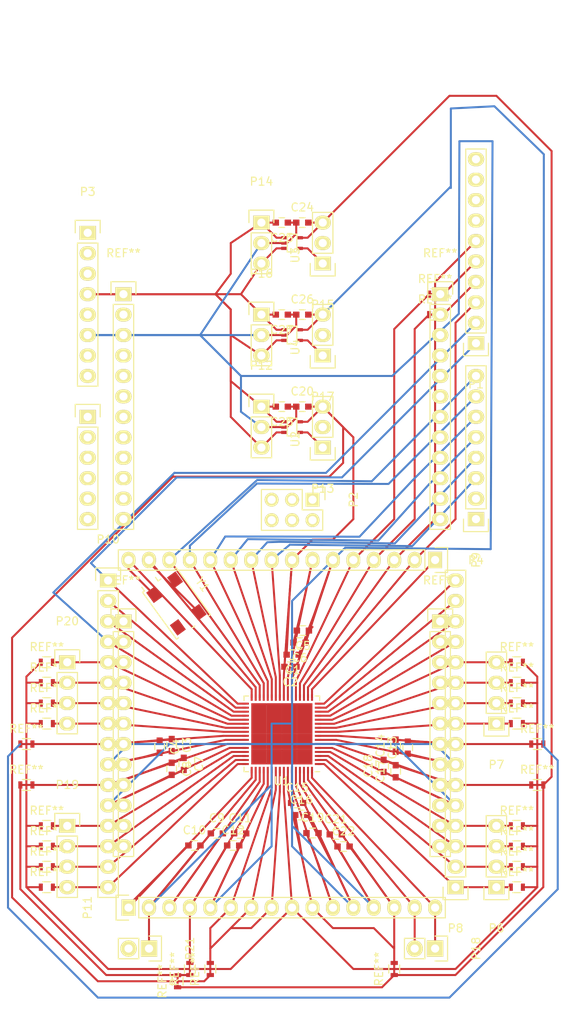
<source format=kicad_pcb>
(kicad_pcb (version 4) (host pcbnew 4.0.2+e4-6225~38~ubuntu14.04.1-stable)

  (general
    (links 212)
    (no_connects 32)
    (area 52.599999 29.499999 123.700001 156.700001)
    (thickness 1.6)
    (drawings 4)
    (tracks 507)
    (zones 0)
    (modules 83)
    (nets 80)
  )

  (page A4)
  (layers
    (0 F.Cu signal)
    (31 B.Cu signal)
    (33 F.Adhes user)
    (35 F.Paste user)
    (37 F.SilkS user)
    (39 F.Mask user)
    (40 Dwgs.User user)
    (41 Cmts.User user)
    (42 Eco1.User user)
    (43 Eco2.User user)
    (44 Edge.Cuts user)
    (45 Margin user)
    (47 F.CrtYd user)
    (49 F.Fab user)
  )

  (setup
    (last_trace_width 0.25)
    (trace_clearance 0.2)
    (zone_clearance 0.508)
    (zone_45_only no)
    (trace_min 0.2)
    (segment_width 0.2)
    (edge_width 0.15)
    (via_size 0.6)
    (via_drill 0.4)
    (via_min_size 0.4)
    (via_min_drill 0.3)
    (uvia_size 0.3)
    (uvia_drill 0.1)
    (uvias_allowed no)
    (uvia_min_size 0.2)
    (uvia_min_drill 0.1)
    (pcb_text_width 0.3)
    (pcb_text_size 1.5 1.5)
    (mod_edge_width 0.15)
    (mod_text_size 1 1)
    (mod_text_width 0.15)
    (pad_size 1.6 1.3)
    (pad_drill 0)
    (pad_to_mask_clearance 0.2)
    (aux_axis_origin 0 0)
    (visible_elements FFFFFFFF)
    (pcbplotparams
      (layerselection 0x00120_80000001)
      (usegerberextensions false)
      (excludeedgelayer true)
      (linewidth 0.100000)
      (plotframeref false)
      (viasonmask false)
      (mode 1)
      (useauxorigin false)
      (hpglpennumber 1)
      (hpglpenspeed 20)
      (hpglpendiameter 15)
      (hpglpenoverlay 2)
      (psnegative false)
      (psa4output false)
      (plotreference true)
      (plotvalue true)
      (plotinvisibletext false)
      (padsonsilk false)
      (subtractmaskfromsilk false)
      (outputformat 5)
      (mirror false)
      (drillshape 0)
      (scaleselection 1)
      (outputdirectory /home/dmitryneuro/git.neuroidss.local/FreeSmartEEG/KiCad/out/))
  )

  (net 0 "")
  (net 1 _IO11)
  (net 2 IO12)
  (net 3 IO13)
  (net 4 AVSS)
  (net 5 AREF)
  (net 6 SDA)
  (net 7 SCL)
  (net 8 5V)
  (net 9 RESET)
  (net 10 IOREF)
  (net 11 3.3V)
  (net 12 VIN)
  (net 13 RX)
  (net 14 TX)
  (net 15 A0)
  (net 16 A1)
  (net 17 A2)
  (net 18 A3)
  (net 19 A4)
  (net 20 A5)
  (net 21 AUXAIN-)
  (net 22 AIN0-)
  (net 23 AIN1-)
  (net 24 AIN2-)
  (net 25 AIN3-)
  (net 26 AIN4-)
  (net 27 AIN5-)
  (net 28 AIN6-)
  (net 29 AIN7-)
  (net 30 AUXAIN+)
  (net 31 AIN0+)
  (net 32 AIN1+)
  (net 33 AIN2+)
  (net 34 AIN3+)
  (net 35 AIN4+)
  (net 36 AIN5+)
  (net 37 AIN6+)
  (net 38 AIN7+)
  (net 39 "Net-(C5-Pad2)")
  (net 40 AVDD)
  (net 41 "Net-(U2-Pad4)")
  (net 42 "Net-(U3-Pad4)")
  (net 43 "Net-(U4-Pad4)")
  (net 44 START)
  (net 45 ADC_RESET)
  (net 46 CS)
  (net 47 SCLK)
  (net 48 MCU_RESET)
  (net 49 DRDY)
  (net 50 DCLK)
  (net 51 DOUT0)
  (net 52 DOUT1)
  (net 53 DOUT2)
  (net 54 DOUT3)
  (net 55 CLK_SEL)
  (net 56 "Net-(P9-Pad7)")
  (net 57 "Net-(P11-Pad3)")
  (net 58 "Net-(P11-Pad11)")
  (net 59 GPIO0)
  (net 60 GPIO1)
  (net 61 GPIO2)
  (net 62 ALERT)
  (net 63 XTAL1)
  (net 64 XTAL2)
  (net 65 SYNC_OUT)
  (net 66 SYNC_IN)
  (net 67 REF_OUT)
  (net 68 VCM)
  (net 69 OUT_VREF)
  (net 70 "Net-(P13-Pad1)")
  (net 71 "Net-(P13-Pad2)")
  (net 72 "Net-(P15-Pad1)")
  (net 73 "Net-(P15-Pad2)")
  (net 74 "Net-(P17-Pad1)")
  (net 75 "Net-(P17-Pad2)")
  (net 76 "Net-(C9-Pad2)")
  (net 77 "Net-(C19-Pad1)")
  (net 78 MOSI)
  (net 79 MISO)

  (net_class Default "This is the default net class."
    (clearance 0.2)
    (trace_width 0.25)
    (via_dia 0.6)
    (via_drill 0.4)
    (uvia_dia 0.3)
    (uvia_drill 0.1)
    (add_net 3.3V)
    (add_net 5V)
    (add_net A0)
    (add_net A1)
    (add_net A2)
    (add_net A3)
    (add_net A4)
    (add_net A5)
    (add_net ADC_RESET)
    (add_net AIN0+)
    (add_net AIN0-)
    (add_net AIN1+)
    (add_net AIN1-)
    (add_net AIN2+)
    (add_net AIN2-)
    (add_net AIN3+)
    (add_net AIN3-)
    (add_net AIN4+)
    (add_net AIN4-)
    (add_net AIN5+)
    (add_net AIN5-)
    (add_net AIN6+)
    (add_net AIN6-)
    (add_net AIN7+)
    (add_net AIN7-)
    (add_net ALERT)
    (add_net AREF)
    (add_net AUXAIN+)
    (add_net AUXAIN-)
    (add_net AVDD)
    (add_net AVSS)
    (add_net CLK_SEL)
    (add_net CS)
    (add_net DCLK)
    (add_net DOUT0)
    (add_net DOUT1)
    (add_net DOUT2)
    (add_net DOUT3)
    (add_net DRDY)
    (add_net GPIO0)
    (add_net GPIO1)
    (add_net GPIO2)
    (add_net IO12)
    (add_net IO13)
    (add_net IOREF)
    (add_net MCU_RESET)
    (add_net MISO)
    (add_net MOSI)
    (add_net "Net-(C19-Pad1)")
    (add_net "Net-(C5-Pad2)")
    (add_net "Net-(C9-Pad2)")
    (add_net "Net-(P11-Pad11)")
    (add_net "Net-(P11-Pad3)")
    (add_net "Net-(P13-Pad1)")
    (add_net "Net-(P13-Pad2)")
    (add_net "Net-(P15-Pad1)")
    (add_net "Net-(P15-Pad2)")
    (add_net "Net-(P17-Pad1)")
    (add_net "Net-(P17-Pad2)")
    (add_net "Net-(P9-Pad7)")
    (add_net "Net-(U2-Pad4)")
    (add_net "Net-(U3-Pad4)")
    (add_net "Net-(U4-Pad4)")
    (add_net OUT_VREF)
    (add_net REF_OUT)
    (add_net RESET)
    (add_net RX)
    (add_net SCL)
    (add_net SCLK)
    (add_net SDA)
    (add_net START)
    (add_net SYNC_IN)
    (add_net SYNC_OUT)
    (add_net TX)
    (add_net VCM)
    (add_net VIN)
    (add_net XTAL1)
    (add_net XTAL2)
    (add_net _IO11)
  )

  (module Pin_Headers:Pin_Header_Straight_1x12 (layer F.Cu) (tedit 0) (tstamp 578F59B1)
    (at 107.315 106.68)
    (descr "Through hole pin header")
    (tags "pin header")
    (fp_text reference REF** (at 0 -5.1) (layer F.SilkS)
      (effects (font (size 1 1) (thickness 0.15)))
    )
    (fp_text value Pin_Header_Straight_1x12 (at 0 -3.1) (layer F.Fab)
      (effects (font (size 1 1) (thickness 0.15)))
    )
    (fp_line (start -1.75 -1.75) (end -1.75 29.7) (layer F.CrtYd) (width 0.05))
    (fp_line (start 1.75 -1.75) (end 1.75 29.7) (layer F.CrtYd) (width 0.05))
    (fp_line (start -1.75 -1.75) (end 1.75 -1.75) (layer F.CrtYd) (width 0.05))
    (fp_line (start -1.75 29.7) (end 1.75 29.7) (layer F.CrtYd) (width 0.05))
    (fp_line (start 1.27 1.27) (end 1.27 29.21) (layer F.SilkS) (width 0.15))
    (fp_line (start 1.27 29.21) (end -1.27 29.21) (layer F.SilkS) (width 0.15))
    (fp_line (start -1.27 29.21) (end -1.27 1.27) (layer F.SilkS) (width 0.15))
    (fp_line (start 1.55 -1.55) (end 1.55 0) (layer F.SilkS) (width 0.15))
    (fp_line (start 1.27 1.27) (end -1.27 1.27) (layer F.SilkS) (width 0.15))
    (fp_line (start -1.55 0) (end -1.55 -1.55) (layer F.SilkS) (width 0.15))
    (fp_line (start -1.55 -1.55) (end 1.55 -1.55) (layer F.SilkS) (width 0.15))
    (pad 1 thru_hole rect (at 0 0) (size 2.032 1.7272) (drill 1.016) (layers *.Cu *.Mask F.SilkS))
    (pad 2 thru_hole oval (at 0 2.54) (size 2.032 1.7272) (drill 1.016) (layers *.Cu *.Mask F.SilkS))
    (pad 3 thru_hole oval (at 0 5.08) (size 2.032 1.7272) (drill 1.016) (layers *.Cu *.Mask F.SilkS))
    (pad 4 thru_hole oval (at 0 7.62) (size 2.032 1.7272) (drill 1.016) (layers *.Cu *.Mask F.SilkS))
    (pad 5 thru_hole oval (at 0 10.16) (size 2.032 1.7272) (drill 1.016) (layers *.Cu *.Mask F.SilkS))
    (pad 6 thru_hole oval (at 0 12.7) (size 2.032 1.7272) (drill 1.016) (layers *.Cu *.Mask F.SilkS))
    (pad 7 thru_hole oval (at 0 15.24) (size 2.032 1.7272) (drill 1.016) (layers *.Cu *.Mask F.SilkS))
    (pad 8 thru_hole oval (at 0 17.78) (size 2.032 1.7272) (drill 1.016) (layers *.Cu *.Mask F.SilkS))
    (pad 9 thru_hole oval (at 0 20.32) (size 2.032 1.7272) (drill 1.016) (layers *.Cu *.Mask F.SilkS))
    (pad 10 thru_hole oval (at 0 22.86) (size 2.032 1.7272) (drill 1.016) (layers *.Cu *.Mask F.SilkS))
    (pad 11 thru_hole oval (at 0 25.4) (size 2.032 1.7272) (drill 1.016) (layers *.Cu *.Mask F.SilkS))
    (pad 12 thru_hole oval (at 0 27.94) (size 2.032 1.7272) (drill 1.016) (layers *.Cu *.Mask F.SilkS))
    (model Pin_Headers.3dshapes/Pin_Header_Straight_1x12.wrl
      (at (xyz 0 -0.55 0))
      (scale (xyz 1 1 1))
      (rotate (xyz 0 0 90))
    )
  )

  (module Pin_Headers:Pin_Header_Straight_1x12 (layer F.Cu) (tedit 0) (tstamp 578F5994)
    (at 67.945 106.68)
    (descr "Through hole pin header")
    (tags "pin header")
    (fp_text reference REF** (at 0 -5.1) (layer F.SilkS)
      (effects (font (size 1 1) (thickness 0.15)))
    )
    (fp_text value Pin_Header_Straight_1x12 (at 0 -3.1) (layer F.Fab)
      (effects (font (size 1 1) (thickness 0.15)))
    )
    (fp_line (start -1.75 -1.75) (end -1.75 29.7) (layer F.CrtYd) (width 0.05))
    (fp_line (start 1.75 -1.75) (end 1.75 29.7) (layer F.CrtYd) (width 0.05))
    (fp_line (start -1.75 -1.75) (end 1.75 -1.75) (layer F.CrtYd) (width 0.05))
    (fp_line (start -1.75 29.7) (end 1.75 29.7) (layer F.CrtYd) (width 0.05))
    (fp_line (start 1.27 1.27) (end 1.27 29.21) (layer F.SilkS) (width 0.15))
    (fp_line (start 1.27 29.21) (end -1.27 29.21) (layer F.SilkS) (width 0.15))
    (fp_line (start -1.27 29.21) (end -1.27 1.27) (layer F.SilkS) (width 0.15))
    (fp_line (start 1.55 -1.55) (end 1.55 0) (layer F.SilkS) (width 0.15))
    (fp_line (start 1.27 1.27) (end -1.27 1.27) (layer F.SilkS) (width 0.15))
    (fp_line (start -1.55 0) (end -1.55 -1.55) (layer F.SilkS) (width 0.15))
    (fp_line (start -1.55 -1.55) (end 1.55 -1.55) (layer F.SilkS) (width 0.15))
    (pad 1 thru_hole rect (at 0 0) (size 2.032 1.7272) (drill 1.016) (layers *.Cu *.Mask F.SilkS))
    (pad 2 thru_hole oval (at 0 2.54) (size 2.032 1.7272) (drill 1.016) (layers *.Cu *.Mask F.SilkS))
    (pad 3 thru_hole oval (at 0 5.08) (size 2.032 1.7272) (drill 1.016) (layers *.Cu *.Mask F.SilkS))
    (pad 4 thru_hole oval (at 0 7.62) (size 2.032 1.7272) (drill 1.016) (layers *.Cu *.Mask F.SilkS))
    (pad 5 thru_hole oval (at 0 10.16) (size 2.032 1.7272) (drill 1.016) (layers *.Cu *.Mask F.SilkS))
    (pad 6 thru_hole oval (at 0 12.7) (size 2.032 1.7272) (drill 1.016) (layers *.Cu *.Mask F.SilkS))
    (pad 7 thru_hole oval (at 0 15.24) (size 2.032 1.7272) (drill 1.016) (layers *.Cu *.Mask F.SilkS))
    (pad 8 thru_hole oval (at 0 17.78) (size 2.032 1.7272) (drill 1.016) (layers *.Cu *.Mask F.SilkS))
    (pad 9 thru_hole oval (at 0 20.32) (size 2.032 1.7272) (drill 1.016) (layers *.Cu *.Mask F.SilkS))
    (pad 10 thru_hole oval (at 0 22.86) (size 2.032 1.7272) (drill 1.016) (layers *.Cu *.Mask F.SilkS))
    (pad 11 thru_hole oval (at 0 25.4) (size 2.032 1.7272) (drill 1.016) (layers *.Cu *.Mask F.SilkS))
    (pad 12 thru_hole oval (at 0 27.94) (size 2.032 1.7272) (drill 1.016) (layers *.Cu *.Mask F.SilkS))
    (model Pin_Headers.3dshapes/Pin_Header_Straight_1x12.wrl
      (at (xyz 0 -0.55 0))
      (scale (xyz 1 1 1))
      (rotate (xyz 0 0 90))
    )
  )

  (module Pin_Headers:Pin_Header_Straight_1x12 (layer F.Cu) (tedit 0) (tstamp 578F5815)
    (at 107.315 66.04)
    (descr "Through hole pin header")
    (tags "pin header")
    (fp_text reference REF** (at 0 -5.1) (layer F.SilkS)
      (effects (font (size 1 1) (thickness 0.15)))
    )
    (fp_text value Pin_Header_Straight_1x12 (at 0 -3.1) (layer F.Fab)
      (effects (font (size 1 1) (thickness 0.15)))
    )
    (fp_line (start -1.75 -1.75) (end -1.75 29.7) (layer F.CrtYd) (width 0.05))
    (fp_line (start 1.75 -1.75) (end 1.75 29.7) (layer F.CrtYd) (width 0.05))
    (fp_line (start -1.75 -1.75) (end 1.75 -1.75) (layer F.CrtYd) (width 0.05))
    (fp_line (start -1.75 29.7) (end 1.75 29.7) (layer F.CrtYd) (width 0.05))
    (fp_line (start 1.27 1.27) (end 1.27 29.21) (layer F.SilkS) (width 0.15))
    (fp_line (start 1.27 29.21) (end -1.27 29.21) (layer F.SilkS) (width 0.15))
    (fp_line (start -1.27 29.21) (end -1.27 1.27) (layer F.SilkS) (width 0.15))
    (fp_line (start 1.55 -1.55) (end 1.55 0) (layer F.SilkS) (width 0.15))
    (fp_line (start 1.27 1.27) (end -1.27 1.27) (layer F.SilkS) (width 0.15))
    (fp_line (start -1.55 0) (end -1.55 -1.55) (layer F.SilkS) (width 0.15))
    (fp_line (start -1.55 -1.55) (end 1.55 -1.55) (layer F.SilkS) (width 0.15))
    (pad 1 thru_hole rect (at 0 0) (size 2.032 1.7272) (drill 1.016) (layers *.Cu *.Mask F.SilkS))
    (pad 2 thru_hole oval (at 0 2.54) (size 2.032 1.7272) (drill 1.016) (layers *.Cu *.Mask F.SilkS))
    (pad 3 thru_hole oval (at 0 5.08) (size 2.032 1.7272) (drill 1.016) (layers *.Cu *.Mask F.SilkS))
    (pad 4 thru_hole oval (at 0 7.62) (size 2.032 1.7272) (drill 1.016) (layers *.Cu *.Mask F.SilkS))
    (pad 5 thru_hole oval (at 0 10.16) (size 2.032 1.7272) (drill 1.016) (layers *.Cu *.Mask F.SilkS))
    (pad 6 thru_hole oval (at 0 12.7) (size 2.032 1.7272) (drill 1.016) (layers *.Cu *.Mask F.SilkS))
    (pad 7 thru_hole oval (at 0 15.24) (size 2.032 1.7272) (drill 1.016) (layers *.Cu *.Mask F.SilkS))
    (pad 8 thru_hole oval (at 0 17.78) (size 2.032 1.7272) (drill 1.016) (layers *.Cu *.Mask F.SilkS))
    (pad 9 thru_hole oval (at 0 20.32) (size 2.032 1.7272) (drill 1.016) (layers *.Cu *.Mask F.SilkS))
    (pad 10 thru_hole oval (at 0 22.86) (size 2.032 1.7272) (drill 1.016) (layers *.Cu *.Mask F.SilkS))
    (pad 11 thru_hole oval (at 0 25.4) (size 2.032 1.7272) (drill 1.016) (layers *.Cu *.Mask F.SilkS))
    (pad 12 thru_hole oval (at 0 27.94) (size 2.032 1.7272) (drill 1.016) (layers *.Cu *.Mask F.SilkS))
    (model Pin_Headers.3dshapes/Pin_Header_Straight_1x12.wrl
      (at (xyz 0 -0.55 0))
      (scale (xyz 1 1 1))
      (rotate (xyz 0 0 90))
    )
  )

  (module Resistors_SMD:R_0603 (layer F.Cu) (tedit 57839AA1) (tstamp 5787BF7D)
    (at 106.68 68.58)
    (descr "Resistor SMD 0603, reflow soldering, Vishay (see dcrcw.pdf)")
    (tags "resistor 0603")
    (attr smd)
    (fp_text reference REF** (at 0 -1.9) (layer F.SilkS)
      (effects (font (size 1 1) (thickness 0.15)))
    )
    (fp_text value 0 (at 0 1.9) (layer F.Fab)
      (effects (font (size 1 1) (thickness 0.15)))
    )
    (fp_line (start -1.3 -0.8) (end 1.3 -0.8) (layer F.CrtYd) (width 0.05))
    (fp_line (start -1.3 0.8) (end 1.3 0.8) (layer F.CrtYd) (width 0.05))
    (fp_line (start -1.3 -0.8) (end -1.3 0.8) (layer F.CrtYd) (width 0.05))
    (fp_line (start 1.3 -0.8) (end 1.3 0.8) (layer F.CrtYd) (width 0.05))
    (fp_line (start 0.5 0.675) (end -0.5 0.675) (layer F.SilkS) (width 0.15))
    (fp_line (start -0.5 -0.675) (end 0.5 -0.675) (layer F.SilkS) (width 0.15))
    (pad 1 smd rect (at -0.75 0) (size 0.5 0.9) (layers F.Cu F.Paste F.Mask))
    (pad 2 smd rect (at 0.75 0) (size 0.5 0.9) (layers F.Cu F.Paste F.Mask))
    (model Resistors_SMD.3dshapes/R_0603.wrl
      (at (xyz 0 0 0))
      (scale (xyz 1 1 1))
      (rotate (xyz 0 0 0))
    )
  )

  (module Resistors_SMD:R_0603 (layer F.Cu) (tedit 57839AA1) (tstamp 5787BF6F)
    (at 106.68 66.04)
    (descr "Resistor SMD 0603, reflow soldering, Vishay (see dcrcw.pdf)")
    (tags "resistor 0603")
    (attr smd)
    (fp_text reference REF** (at 0 -1.9) (layer F.SilkS)
      (effects (font (size 1 1) (thickness 0.15)))
    )
    (fp_text value 0 (at 0 1.9) (layer F.Fab)
      (effects (font (size 1 1) (thickness 0.15)))
    )
    (fp_line (start -1.3 -0.8) (end 1.3 -0.8) (layer F.CrtYd) (width 0.05))
    (fp_line (start -1.3 0.8) (end 1.3 0.8) (layer F.CrtYd) (width 0.05))
    (fp_line (start -1.3 -0.8) (end -1.3 0.8) (layer F.CrtYd) (width 0.05))
    (fp_line (start 1.3 -0.8) (end 1.3 0.8) (layer F.CrtYd) (width 0.05))
    (fp_line (start 0.5 0.675) (end -0.5 0.675) (layer F.SilkS) (width 0.15))
    (fp_line (start -0.5 -0.675) (end 0.5 -0.675) (layer F.SilkS) (width 0.15))
    (pad 1 smd rect (at -0.75 0) (size 0.5 0.9) (layers F.Cu F.Paste F.Mask))
    (pad 2 smd rect (at 0.75 0) (size 0.5 0.9) (layers F.Cu F.Paste F.Mask))
    (model Resistors_SMD.3dshapes/R_0603.wrl
      (at (xyz 0 0 0))
      (scale (xyz 1 1 1))
      (rotate (xyz 0 0 0))
    )
  )

  (module Resistors_SMD:R_0603 (layer F.Cu) (tedit 57839AA1) (tstamp 57843D6D)
    (at 74.676 151.384 90)
    (descr "Resistor SMD 0603, reflow soldering, Vishay (see dcrcw.pdf)")
    (tags "resistor 0603")
    (attr smd)
    (fp_text reference REF** (at 0 -1.9 90) (layer F.SilkS)
      (effects (font (size 1 1) (thickness 0.15)))
    )
    (fp_text value 0 (at 0 1.9 90) (layer F.Fab)
      (effects (font (size 1 1) (thickness 0.15)))
    )
    (fp_line (start -1.3 -0.8) (end 1.3 -0.8) (layer F.CrtYd) (width 0.05))
    (fp_line (start -1.3 0.8) (end 1.3 0.8) (layer F.CrtYd) (width 0.05))
    (fp_line (start -1.3 -0.8) (end -1.3 0.8) (layer F.CrtYd) (width 0.05))
    (fp_line (start 1.3 -0.8) (end 1.3 0.8) (layer F.CrtYd) (width 0.05))
    (fp_line (start 0.5 0.675) (end -0.5 0.675) (layer F.SilkS) (width 0.15))
    (fp_line (start -0.5 -0.675) (end 0.5 -0.675) (layer F.SilkS) (width 0.15))
    (pad 1 smd rect (at -0.75 0 90) (size 0.5 0.9) (layers F.Cu F.Paste F.Mask))
    (pad 2 smd rect (at 0.75 0 90) (size 0.5 0.9) (layers F.Cu F.Paste F.Mask))
    (model Resistors_SMD.3dshapes/R_0603.wrl
      (at (xyz 0 0 0))
      (scale (xyz 1 1 1))
      (rotate (xyz 0 0 0))
    )
  )

  (module Pin_Headers:Pin_Header_Straight_1x02 (layer F.Cu) (tedit 57878F16) (tstamp 578437EA)
    (at 71.12 147.32 270)
    (descr "Through hole pin header")
    (tags "pin header")
    (path /5787A49B)
    (fp_text reference P21 (at 0 -5.1 270) (layer F.SilkS)
      (effects (font (size 1 1) (thickness 0.15)))
    )
    (fp_text value GNDAIN (at 0 -3.1 270) (layer F.Fab)
      (effects (font (size 1 1) (thickness 0.15)))
    )
    (fp_line (start 1.27 1.27) (end 1.27 3.81) (layer F.SilkS) (width 0.15))
    (fp_line (start 1.55 -1.55) (end 1.55 0) (layer F.SilkS) (width 0.15))
    (fp_line (start -1.75 -1.75) (end -1.75 4.3) (layer F.CrtYd) (width 0.05))
    (fp_line (start 1.75 -1.75) (end 1.75 4.3) (layer F.CrtYd) (width 0.05))
    (fp_line (start -1.75 -1.75) (end 1.75 -1.75) (layer F.CrtYd) (width 0.05))
    (fp_line (start -1.75 4.3) (end 1.75 4.3) (layer F.CrtYd) (width 0.05))
    (fp_line (start 1.27 1.27) (end -1.27 1.27) (layer F.SilkS) (width 0.15))
    (fp_line (start -1.55 0) (end -1.55 -1.55) (layer F.SilkS) (width 0.15))
    (fp_line (start -1.55 -1.55) (end 1.55 -1.55) (layer F.SilkS) (width 0.15))
    (fp_line (start -1.27 1.27) (end -1.27 3.81) (layer F.SilkS) (width 0.15))
    (fp_line (start -1.27 3.81) (end 1.27 3.81) (layer F.SilkS) (width 0.15))
    (pad 1 thru_hole rect (at 0 0 270) (size 2.032 2.032) (drill 1.016) (layers *.Cu *.Mask F.SilkS)
      (net 4 AVSS))
    (pad 2 thru_hole oval (at 0 2.54 270) (size 2.032 2.032) (drill 1.016) (layers *.Cu *.Mask F.SilkS)
      (net 4 AVSS))
    (model Pin_Headers.3dshapes/Pin_Header_Straight_1x02.wrl
      (at (xyz 0 -0.05 0))
      (scale (xyz 1 1 1))
      (rotate (xyz 0 0 90))
    )
  )

  (module Resistors_SMD:R_0603 (layer F.Cu) (tedit 57839AA1) (tstamp 57839C28)
    (at 55.88 121.92)
    (descr "Resistor SMD 0603, reflow soldering, Vishay (see dcrcw.pdf)")
    (tags "resistor 0603")
    (attr smd)
    (fp_text reference REF** (at 0 -1.9) (layer F.SilkS)
      (effects (font (size 1 1) (thickness 0.15)))
    )
    (fp_text value 0 (at 0 1.9) (layer F.Fab)
      (effects (font (size 1 1) (thickness 0.15)))
    )
    (fp_line (start -1.3 -0.8) (end 1.3 -0.8) (layer F.CrtYd) (width 0.05))
    (fp_line (start -1.3 0.8) (end 1.3 0.8) (layer F.CrtYd) (width 0.05))
    (fp_line (start -1.3 -0.8) (end -1.3 0.8) (layer F.CrtYd) (width 0.05))
    (fp_line (start 1.3 -0.8) (end 1.3 0.8) (layer F.CrtYd) (width 0.05))
    (fp_line (start 0.5 0.675) (end -0.5 0.675) (layer F.SilkS) (width 0.15))
    (fp_line (start -0.5 -0.675) (end 0.5 -0.675) (layer F.SilkS) (width 0.15))
    (pad 1 smd rect (at -0.75 0) (size 0.5 0.9) (layers F.Cu F.Paste F.Mask))
    (pad 2 smd rect (at 0.75 0) (size 0.5 0.9) (layers F.Cu F.Paste F.Mask))
    (model Resistors_SMD.3dshapes/R_0603.wrl
      (at (xyz 0 0 0))
      (scale (xyz 1 1 1))
      (rotate (xyz 0 0 0))
    )
  )

  (module Resistors_SMD:R_0603 (layer F.Cu) (tedit 57839AA1) (tstamp 57839C1A)
    (at 119.38 121.92)
    (descr "Resistor SMD 0603, reflow soldering, Vishay (see dcrcw.pdf)")
    (tags "resistor 0603")
    (attr smd)
    (fp_text reference REF** (at 0 -1.9) (layer F.SilkS)
      (effects (font (size 1 1) (thickness 0.15)))
    )
    (fp_text value 0 (at 0 1.9) (layer F.Fab)
      (effects (font (size 1 1) (thickness 0.15)))
    )
    (fp_line (start -1.3 -0.8) (end 1.3 -0.8) (layer F.CrtYd) (width 0.05))
    (fp_line (start -1.3 0.8) (end 1.3 0.8) (layer F.CrtYd) (width 0.05))
    (fp_line (start -1.3 -0.8) (end -1.3 0.8) (layer F.CrtYd) (width 0.05))
    (fp_line (start 1.3 -0.8) (end 1.3 0.8) (layer F.CrtYd) (width 0.05))
    (fp_line (start 0.5 0.675) (end -0.5 0.675) (layer F.SilkS) (width 0.15))
    (fp_line (start -0.5 -0.675) (end 0.5 -0.675) (layer F.SilkS) (width 0.15))
    (pad 1 smd rect (at -0.75 0) (size 0.5 0.9) (layers F.Cu F.Paste F.Mask))
    (pad 2 smd rect (at 0.75 0) (size 0.5 0.9) (layers F.Cu F.Paste F.Mask))
    (model Resistors_SMD.3dshapes/R_0603.wrl
      (at (xyz 0 0 0))
      (scale (xyz 1 1 1))
      (rotate (xyz 0 0 0))
    )
  )

  (module Resistors_SMD:R_0603 (layer F.Cu) (tedit 57839AA1) (tstamp 57839C0D)
    (at 119.38 127)
    (descr "Resistor SMD 0603, reflow soldering, Vishay (see dcrcw.pdf)")
    (tags "resistor 0603")
    (attr smd)
    (fp_text reference REF** (at 0 -1.9) (layer F.SilkS)
      (effects (font (size 1 1) (thickness 0.15)))
    )
    (fp_text value 0 (at 0 1.9) (layer F.Fab)
      (effects (font (size 1 1) (thickness 0.15)))
    )
    (fp_line (start -1.3 -0.8) (end 1.3 -0.8) (layer F.CrtYd) (width 0.05))
    (fp_line (start -1.3 0.8) (end 1.3 0.8) (layer F.CrtYd) (width 0.05))
    (fp_line (start -1.3 -0.8) (end -1.3 0.8) (layer F.CrtYd) (width 0.05))
    (fp_line (start 1.3 -0.8) (end 1.3 0.8) (layer F.CrtYd) (width 0.05))
    (fp_line (start 0.5 0.675) (end -0.5 0.675) (layer F.SilkS) (width 0.15))
    (fp_line (start -0.5 -0.675) (end 0.5 -0.675) (layer F.SilkS) (width 0.15))
    (pad 1 smd rect (at -0.75 0) (size 0.5 0.9) (layers F.Cu F.Paste F.Mask))
    (pad 2 smd rect (at 0.75 0) (size 0.5 0.9) (layers F.Cu F.Paste F.Mask))
    (model Resistors_SMD.3dshapes/R_0603.wrl
      (at (xyz 0 0 0))
      (scale (xyz 1 1 1))
      (rotate (xyz 0 0 0))
    )
  )

  (module Resistors_SMD:R_0603 (layer F.Cu) (tedit 57839AA1) (tstamp 57839BCB)
    (at 55.88 127)
    (descr "Resistor SMD 0603, reflow soldering, Vishay (see dcrcw.pdf)")
    (tags "resistor 0603")
    (attr smd)
    (fp_text reference REF** (at 0 -1.9) (layer F.SilkS)
      (effects (font (size 1 1) (thickness 0.15)))
    )
    (fp_text value 0 (at 0 1.9) (layer F.Fab)
      (effects (font (size 1 1) (thickness 0.15)))
    )
    (fp_line (start -1.3 -0.8) (end 1.3 -0.8) (layer F.CrtYd) (width 0.05))
    (fp_line (start -1.3 0.8) (end 1.3 0.8) (layer F.CrtYd) (width 0.05))
    (fp_line (start -1.3 -0.8) (end -1.3 0.8) (layer F.CrtYd) (width 0.05))
    (fp_line (start 1.3 -0.8) (end 1.3 0.8) (layer F.CrtYd) (width 0.05))
    (fp_line (start 0.5 0.675) (end -0.5 0.675) (layer F.SilkS) (width 0.15))
    (fp_line (start -0.5 -0.675) (end 0.5 -0.675) (layer F.SilkS) (width 0.15))
    (pad 1 smd rect (at -0.75 0) (size 0.5 0.9) (layers F.Cu F.Paste F.Mask))
    (pad 2 smd rect (at 0.75 0) (size 0.5 0.9) (layers F.Cu F.Paste F.Mask))
    (model Resistors_SMD.3dshapes/R_0603.wrl
      (at (xyz 0 0 0))
      (scale (xyz 1 1 1))
      (rotate (xyz 0 0 0))
    )
  )

  (module Resistors_SMD:R_0603 (layer F.Cu) (tedit 57839AA1) (tstamp 57839B2D)
    (at 101.6 149.86 90)
    (descr "Resistor SMD 0603, reflow soldering, Vishay (see dcrcw.pdf)")
    (tags "resistor 0603")
    (attr smd)
    (fp_text reference REF** (at 0 -1.9 90) (layer F.SilkS)
      (effects (font (size 1 1) (thickness 0.15)))
    )
    (fp_text value 0 (at 0 1.9 90) (layer F.Fab)
      (effects (font (size 1 1) (thickness 0.15)))
    )
    (fp_line (start -1.3 -0.8) (end 1.3 -0.8) (layer F.CrtYd) (width 0.05))
    (fp_line (start -1.3 0.8) (end 1.3 0.8) (layer F.CrtYd) (width 0.05))
    (fp_line (start -1.3 -0.8) (end -1.3 0.8) (layer F.CrtYd) (width 0.05))
    (fp_line (start 1.3 -0.8) (end 1.3 0.8) (layer F.CrtYd) (width 0.05))
    (fp_line (start 0.5 0.675) (end -0.5 0.675) (layer F.SilkS) (width 0.15))
    (fp_line (start -0.5 -0.675) (end 0.5 -0.675) (layer F.SilkS) (width 0.15))
    (pad 1 smd rect (at -0.75 0 90) (size 0.5 0.9) (layers F.Cu F.Paste F.Mask))
    (pad 2 smd rect (at 0.75 0 90) (size 0.5 0.9) (layers F.Cu F.Paste F.Mask))
    (model Resistors_SMD.3dshapes/R_0603.wrl
      (at (xyz 0 0 0))
      (scale (xyz 1 1 1))
      (rotate (xyz 0 0 0))
    )
  )

  (module Resistors_SMD:R_0603 (layer F.Cu) (tedit 57839AA1) (tstamp 57839B21)
    (at 78.74 149.86 90)
    (descr "Resistor SMD 0603, reflow soldering, Vishay (see dcrcw.pdf)")
    (tags "resistor 0603")
    (attr smd)
    (fp_text reference REF** (at 0 -1.9 90) (layer F.SilkS)
      (effects (font (size 1 1) (thickness 0.15)))
    )
    (fp_text value 0 (at 0 1.9 90) (layer F.Fab)
      (effects (font (size 1 1) (thickness 0.15)))
    )
    (fp_line (start -1.3 -0.8) (end 1.3 -0.8) (layer F.CrtYd) (width 0.05))
    (fp_line (start -1.3 0.8) (end 1.3 0.8) (layer F.CrtYd) (width 0.05))
    (fp_line (start -1.3 -0.8) (end -1.3 0.8) (layer F.CrtYd) (width 0.05))
    (fp_line (start 1.3 -0.8) (end 1.3 0.8) (layer F.CrtYd) (width 0.05))
    (fp_line (start 0.5 0.675) (end -0.5 0.675) (layer F.SilkS) (width 0.15))
    (fp_line (start -0.5 -0.675) (end 0.5 -0.675) (layer F.SilkS) (width 0.15))
    (pad 1 smd rect (at -0.75 0 90) (size 0.5 0.9) (layers F.Cu F.Paste F.Mask))
    (pad 2 smd rect (at 0.75 0 90) (size 0.5 0.9) (layers F.Cu F.Paste F.Mask))
    (model Resistors_SMD.3dshapes/R_0603.wrl
      (at (xyz 0 0 0))
      (scale (xyz 1 1 1))
      (rotate (xyz 0 0 0))
    )
  )

  (module Resistors_SMD:R_0603 (layer F.Cu) (tedit 578393FA) (tstamp 57839336)
    (at 116.84 111.76)
    (descr "Resistor SMD 0603, reflow soldering, Vishay (see dcrcw.pdf)")
    (tags "resistor 0603")
    (attr smd)
    (fp_text reference REF** (at 0 -1.9) (layer F.SilkS)
      (effects (font (size 1 1) (thickness 0.15)))
    )
    (fp_text value 1k (at 0 1.9) (layer F.Fab)
      (effects (font (size 1 1) (thickness 0.15)))
    )
    (fp_line (start -1.3 -0.8) (end 1.3 -0.8) (layer F.CrtYd) (width 0.05))
    (fp_line (start -1.3 0.8) (end 1.3 0.8) (layer F.CrtYd) (width 0.05))
    (fp_line (start -1.3 -0.8) (end -1.3 0.8) (layer F.CrtYd) (width 0.05))
    (fp_line (start 1.3 -0.8) (end 1.3 0.8) (layer F.CrtYd) (width 0.05))
    (fp_line (start 0.5 0.675) (end -0.5 0.675) (layer F.SilkS) (width 0.15))
    (fp_line (start -0.5 -0.675) (end 0.5 -0.675) (layer F.SilkS) (width 0.15))
    (pad 1 smd rect (at -0.75 0) (size 0.5 0.9) (layers F.Cu F.Paste F.Mask))
    (pad 2 smd rect (at 0.75 0) (size 0.5 0.9) (layers F.Cu F.Paste F.Mask))
    (model Resistors_SMD.3dshapes/R_0603.wrl
      (at (xyz 0 0 0))
      (scale (xyz 1 1 1))
      (rotate (xyz 0 0 0))
    )
  )

  (module Resistors_SMD:R_0603 (layer F.Cu) (tedit 5783940A) (tstamp 5783932A)
    (at 116.84 114.3)
    (descr "Resistor SMD 0603, reflow soldering, Vishay (see dcrcw.pdf)")
    (tags "resistor 0603")
    (attr smd)
    (fp_text reference REF** (at 0 -1.9) (layer F.SilkS)
      (effects (font (size 1 1) (thickness 0.15)))
    )
    (fp_text value 1k (at 0 1.9) (layer F.Fab)
      (effects (font (size 1 1) (thickness 0.15)))
    )
    (fp_line (start -1.3 -0.8) (end 1.3 -0.8) (layer F.CrtYd) (width 0.05))
    (fp_line (start -1.3 0.8) (end 1.3 0.8) (layer F.CrtYd) (width 0.05))
    (fp_line (start -1.3 -0.8) (end -1.3 0.8) (layer F.CrtYd) (width 0.05))
    (fp_line (start 1.3 -0.8) (end 1.3 0.8) (layer F.CrtYd) (width 0.05))
    (fp_line (start 0.5 0.675) (end -0.5 0.675) (layer F.SilkS) (width 0.15))
    (fp_line (start -0.5 -0.675) (end 0.5 -0.675) (layer F.SilkS) (width 0.15))
    (pad 1 smd rect (at -0.75 0) (size 0.5 0.9) (layers F.Cu F.Paste F.Mask))
    (pad 2 smd rect (at 0.75 0) (size 0.5 0.9) (layers F.Cu F.Paste F.Mask))
    (model Resistors_SMD.3dshapes/R_0603.wrl
      (at (xyz 0 0 0))
      (scale (xyz 1 1 1))
      (rotate (xyz 0 0 0))
    )
  )

  (module Resistors_SMD:R_0603 (layer F.Cu) (tedit 57839411) (tstamp 5783931E)
    (at 116.84 116.84)
    (descr "Resistor SMD 0603, reflow soldering, Vishay (see dcrcw.pdf)")
    (tags "resistor 0603")
    (attr smd)
    (fp_text reference REF** (at 0 -1.9) (layer F.SilkS)
      (effects (font (size 1 1) (thickness 0.15)))
    )
    (fp_text value 1k (at 0 1.9) (layer F.Fab)
      (effects (font (size 1 1) (thickness 0.15)))
    )
    (fp_line (start -1.3 -0.8) (end 1.3 -0.8) (layer F.CrtYd) (width 0.05))
    (fp_line (start -1.3 0.8) (end 1.3 0.8) (layer F.CrtYd) (width 0.05))
    (fp_line (start -1.3 -0.8) (end -1.3 0.8) (layer F.CrtYd) (width 0.05))
    (fp_line (start 1.3 -0.8) (end 1.3 0.8) (layer F.CrtYd) (width 0.05))
    (fp_line (start 0.5 0.675) (end -0.5 0.675) (layer F.SilkS) (width 0.15))
    (fp_line (start -0.5 -0.675) (end 0.5 -0.675) (layer F.SilkS) (width 0.15))
    (pad 1 smd rect (at -0.75 0) (size 0.5 0.9) (layers F.Cu F.Paste F.Mask))
    (pad 2 smd rect (at 0.75 0) (size 0.5 0.9) (layers F.Cu F.Paste F.Mask))
    (model Resistors_SMD.3dshapes/R_0603.wrl
      (at (xyz 0 0 0))
      (scale (xyz 1 1 1))
      (rotate (xyz 0 0 0))
    )
  )

  (module Resistors_SMD:R_0603 (layer F.Cu) (tedit 57839417) (tstamp 57839312)
    (at 116.84 119.38)
    (descr "Resistor SMD 0603, reflow soldering, Vishay (see dcrcw.pdf)")
    (tags "resistor 0603")
    (attr smd)
    (fp_text reference REF** (at 0 -1.9) (layer F.SilkS)
      (effects (font (size 1 1) (thickness 0.15)))
    )
    (fp_text value 1k (at 0 1.9) (layer F.Fab)
      (effects (font (size 1 1) (thickness 0.15)))
    )
    (fp_line (start -1.3 -0.8) (end 1.3 -0.8) (layer F.CrtYd) (width 0.05))
    (fp_line (start -1.3 0.8) (end 1.3 0.8) (layer F.CrtYd) (width 0.05))
    (fp_line (start -1.3 -0.8) (end -1.3 0.8) (layer F.CrtYd) (width 0.05))
    (fp_line (start 1.3 -0.8) (end 1.3 0.8) (layer F.CrtYd) (width 0.05))
    (fp_line (start 0.5 0.675) (end -0.5 0.675) (layer F.SilkS) (width 0.15))
    (fp_line (start -0.5 -0.675) (end 0.5 -0.675) (layer F.SilkS) (width 0.15))
    (pad 1 smd rect (at -0.75 0) (size 0.5 0.9) (layers F.Cu F.Paste F.Mask))
    (pad 2 smd rect (at 0.75 0) (size 0.5 0.9) (layers F.Cu F.Paste F.Mask))
    (model Resistors_SMD.3dshapes/R_0603.wrl
      (at (xyz 0 0 0))
      (scale (xyz 1 1 1))
      (rotate (xyz 0 0 0))
    )
  )

  (module Resistors_SMD:R_0603 (layer F.Cu) (tedit 57878C87) (tstamp 57839304)
    (at 116.84 132.08)
    (descr "Resistor SMD 0603, reflow soldering, Vishay (see dcrcw.pdf)")
    (tags "resistor 0603")
    (attr smd)
    (fp_text reference REF** (at 0 -1.9) (layer F.SilkS)
      (effects (font (size 1 1) (thickness 0.15)))
    )
    (fp_text value 1k (at 0 1.9) (layer F.Fab)
      (effects (font (size 1 1) (thickness 0.15)))
    )
    (fp_line (start -1.3 -0.8) (end 1.3 -0.8) (layer F.CrtYd) (width 0.05))
    (fp_line (start -1.3 0.8) (end 1.3 0.8) (layer F.CrtYd) (width 0.05))
    (fp_line (start -1.3 -0.8) (end -1.3 0.8) (layer F.CrtYd) (width 0.05))
    (fp_line (start 1.3 -0.8) (end 1.3 0.8) (layer F.CrtYd) (width 0.05))
    (fp_line (start 0.5 0.675) (end -0.5 0.675) (layer F.SilkS) (width 0.15))
    (fp_line (start -0.5 -0.675) (end 0.5 -0.675) (layer F.SilkS) (width 0.15))
    (pad 1 smd rect (at -0.75 0) (size 0.5 0.9) (layers F.Cu F.Paste F.Mask))
    (pad 2 smd rect (at 0.75 0) (size 0.5 0.9) (layers F.Cu F.Paste F.Mask))
    (model Resistors_SMD.3dshapes/R_0603.wrl
      (at (xyz 0 0 0))
      (scale (xyz 1 1 1))
      (rotate (xyz 0 0 0))
    )
  )

  (module Resistors_SMD:R_0603 (layer F.Cu) (tedit 57839429) (tstamp 578392F8)
    (at 116.84 134.62)
    (descr "Resistor SMD 0603, reflow soldering, Vishay (see dcrcw.pdf)")
    (tags "resistor 0603")
    (attr smd)
    (fp_text reference REF** (at 0 -1.9) (layer F.SilkS)
      (effects (font (size 1 1) (thickness 0.15)))
    )
    (fp_text value 1k (at 0 1.9) (layer F.Fab)
      (effects (font (size 1 1) (thickness 0.15)))
    )
    (fp_line (start -1.3 -0.8) (end 1.3 -0.8) (layer F.CrtYd) (width 0.05))
    (fp_line (start -1.3 0.8) (end 1.3 0.8) (layer F.CrtYd) (width 0.05))
    (fp_line (start -1.3 -0.8) (end -1.3 0.8) (layer F.CrtYd) (width 0.05))
    (fp_line (start 1.3 -0.8) (end 1.3 0.8) (layer F.CrtYd) (width 0.05))
    (fp_line (start 0.5 0.675) (end -0.5 0.675) (layer F.SilkS) (width 0.15))
    (fp_line (start -0.5 -0.675) (end 0.5 -0.675) (layer F.SilkS) (width 0.15))
    (pad 1 smd rect (at -0.75 0) (size 0.5 0.9) (layers F.Cu F.Paste F.Mask))
    (pad 2 smd rect (at 0.75 0) (size 0.5 0.9) (layers F.Cu F.Paste F.Mask))
    (model Resistors_SMD.3dshapes/R_0603.wrl
      (at (xyz 0 0 0))
      (scale (xyz 1 1 1))
      (rotate (xyz 0 0 0))
    )
  )

  (module Resistors_SMD:R_0603 (layer F.Cu) (tedit 5783942E) (tstamp 578392EB)
    (at 116.84 137.16)
    (descr "Resistor SMD 0603, reflow soldering, Vishay (see dcrcw.pdf)")
    (tags "resistor 0603")
    (attr smd)
    (fp_text reference REF** (at 0 -1.9) (layer F.SilkS)
      (effects (font (size 1 1) (thickness 0.15)))
    )
    (fp_text value 1k (at 0 1.9) (layer F.Fab)
      (effects (font (size 1 1) (thickness 0.15)))
    )
    (fp_line (start -1.3 -0.8) (end 1.3 -0.8) (layer F.CrtYd) (width 0.05))
    (fp_line (start -1.3 0.8) (end 1.3 0.8) (layer F.CrtYd) (width 0.05))
    (fp_line (start -1.3 -0.8) (end -1.3 0.8) (layer F.CrtYd) (width 0.05))
    (fp_line (start 1.3 -0.8) (end 1.3 0.8) (layer F.CrtYd) (width 0.05))
    (fp_line (start 0.5 0.675) (end -0.5 0.675) (layer F.SilkS) (width 0.15))
    (fp_line (start -0.5 -0.675) (end 0.5 -0.675) (layer F.SilkS) (width 0.15))
    (pad 1 smd rect (at -0.75 0) (size 0.5 0.9) (layers F.Cu F.Paste F.Mask))
    (pad 2 smd rect (at 0.75 0) (size 0.5 0.9) (layers F.Cu F.Paste F.Mask))
    (model Resistors_SMD.3dshapes/R_0603.wrl
      (at (xyz 0 0 0))
      (scale (xyz 1 1 1))
      (rotate (xyz 0 0 0))
    )
  )

  (module Resistors_SMD:R_0603 (layer F.Cu) (tedit 57839469) (tstamp 578392DF)
    (at 116.84 139.7)
    (descr "Resistor SMD 0603, reflow soldering, Vishay (see dcrcw.pdf)")
    (tags "resistor 0603")
    (attr smd)
    (fp_text reference REF** (at 0 -1.9) (layer F.SilkS)
      (effects (font (size 1 1) (thickness 0.15)))
    )
    (fp_text value 1k (at 0 1.9) (layer F.Fab)
      (effects (font (size 1 1) (thickness 0.15)))
    )
    (fp_line (start -1.3 -0.8) (end 1.3 -0.8) (layer F.CrtYd) (width 0.05))
    (fp_line (start -1.3 0.8) (end 1.3 0.8) (layer F.CrtYd) (width 0.05))
    (fp_line (start -1.3 -0.8) (end -1.3 0.8) (layer F.CrtYd) (width 0.05))
    (fp_line (start 1.3 -0.8) (end 1.3 0.8) (layer F.CrtYd) (width 0.05))
    (fp_line (start 0.5 0.675) (end -0.5 0.675) (layer F.SilkS) (width 0.15))
    (fp_line (start -0.5 -0.675) (end 0.5 -0.675) (layer F.SilkS) (width 0.15))
    (pad 1 smd rect (at -0.75 0) (size 0.5 0.9) (layers F.Cu F.Paste F.Mask))
    (pad 2 smd rect (at 0.75 0) (size 0.5 0.9) (layers F.Cu F.Paste F.Mask))
    (model Resistors_SMD.3dshapes/R_0603.wrl
      (at (xyz 0 0 0))
      (scale (xyz 1 1 1))
      (rotate (xyz 0 0 0))
    )
  )

  (module Resistors_SMD:R_0603 (layer F.Cu) (tedit 57839456) (tstamp 578392D3)
    (at 58.42 111.76)
    (descr "Resistor SMD 0603, reflow soldering, Vishay (see dcrcw.pdf)")
    (tags "resistor 0603")
    (attr smd)
    (fp_text reference REF** (at 0 -1.9) (layer F.SilkS)
      (effects (font (size 1 1) (thickness 0.15)))
    )
    (fp_text value 1k (at 0 1.9) (layer F.Fab)
      (effects (font (size 1 1) (thickness 0.15)))
    )
    (fp_line (start -1.3 -0.8) (end 1.3 -0.8) (layer F.CrtYd) (width 0.05))
    (fp_line (start -1.3 0.8) (end 1.3 0.8) (layer F.CrtYd) (width 0.05))
    (fp_line (start -1.3 -0.8) (end -1.3 0.8) (layer F.CrtYd) (width 0.05))
    (fp_line (start 1.3 -0.8) (end 1.3 0.8) (layer F.CrtYd) (width 0.05))
    (fp_line (start 0.5 0.675) (end -0.5 0.675) (layer F.SilkS) (width 0.15))
    (fp_line (start -0.5 -0.675) (end 0.5 -0.675) (layer F.SilkS) (width 0.15))
    (pad 1 smd rect (at -0.75 0) (size 0.5 0.9) (layers F.Cu F.Paste F.Mask))
    (pad 2 smd rect (at 0.75 0) (size 0.5 0.9) (layers F.Cu F.Paste F.Mask))
    (model Resistors_SMD.3dshapes/R_0603.wrl
      (at (xyz 0 0 0))
      (scale (xyz 1 1 1))
      (rotate (xyz 0 0 0))
    )
  )

  (module Resistors_SMD:R_0603 (layer F.Cu) (tedit 57839452) (tstamp 578392C7)
    (at 58.42 114.3)
    (descr "Resistor SMD 0603, reflow soldering, Vishay (see dcrcw.pdf)")
    (tags "resistor 0603")
    (attr smd)
    (fp_text reference REF** (at 0 -1.9) (layer F.SilkS)
      (effects (font (size 1 1) (thickness 0.15)))
    )
    (fp_text value 1k (at 0 1.9) (layer F.Fab)
      (effects (font (size 1 1) (thickness 0.15)))
    )
    (fp_line (start -1.3 -0.8) (end 1.3 -0.8) (layer F.CrtYd) (width 0.05))
    (fp_line (start -1.3 0.8) (end 1.3 0.8) (layer F.CrtYd) (width 0.05))
    (fp_line (start -1.3 -0.8) (end -1.3 0.8) (layer F.CrtYd) (width 0.05))
    (fp_line (start 1.3 -0.8) (end 1.3 0.8) (layer F.CrtYd) (width 0.05))
    (fp_line (start 0.5 0.675) (end -0.5 0.675) (layer F.SilkS) (width 0.15))
    (fp_line (start -0.5 -0.675) (end 0.5 -0.675) (layer F.SilkS) (width 0.15))
    (pad 1 smd rect (at -0.75 0) (size 0.5 0.9) (layers F.Cu F.Paste F.Mask))
    (pad 2 smd rect (at 0.75 0) (size 0.5 0.9) (layers F.Cu F.Paste F.Mask))
    (model Resistors_SMD.3dshapes/R_0603.wrl
      (at (xyz 0 0 0))
      (scale (xyz 1 1 1))
      (rotate (xyz 0 0 0))
    )
  )

  (module Resistors_SMD:R_0603 (layer F.Cu) (tedit 5783944F) (tstamp 578392BB)
    (at 58.42 116.84)
    (descr "Resistor SMD 0603, reflow soldering, Vishay (see dcrcw.pdf)")
    (tags "resistor 0603")
    (attr smd)
    (fp_text reference REF** (at 0 -1.9) (layer F.SilkS)
      (effects (font (size 1 1) (thickness 0.15)))
    )
    (fp_text value 1k (at 0 1.9) (layer F.Fab)
      (effects (font (size 1 1) (thickness 0.15)))
    )
    (fp_line (start -1.3 -0.8) (end 1.3 -0.8) (layer F.CrtYd) (width 0.05))
    (fp_line (start -1.3 0.8) (end 1.3 0.8) (layer F.CrtYd) (width 0.05))
    (fp_line (start -1.3 -0.8) (end -1.3 0.8) (layer F.CrtYd) (width 0.05))
    (fp_line (start 1.3 -0.8) (end 1.3 0.8) (layer F.CrtYd) (width 0.05))
    (fp_line (start 0.5 0.675) (end -0.5 0.675) (layer F.SilkS) (width 0.15))
    (fp_line (start -0.5 -0.675) (end 0.5 -0.675) (layer F.SilkS) (width 0.15))
    (pad 1 smd rect (at -0.75 0) (size 0.5 0.9) (layers F.Cu F.Paste F.Mask))
    (pad 2 smd rect (at 0.75 0) (size 0.5 0.9) (layers F.Cu F.Paste F.Mask))
    (model Resistors_SMD.3dshapes/R_0603.wrl
      (at (xyz 0 0 0))
      (scale (xyz 1 1 1))
      (rotate (xyz 0 0 0))
    )
  )

  (module Resistors_SMD:R_0603 (layer F.Cu) (tedit 5783944B) (tstamp 578392AF)
    (at 58.42 119.38)
    (descr "Resistor SMD 0603, reflow soldering, Vishay (see dcrcw.pdf)")
    (tags "resistor 0603")
    (attr smd)
    (fp_text reference REF** (at 0 -1.9) (layer F.SilkS)
      (effects (font (size 1 1) (thickness 0.15)))
    )
    (fp_text value 1k (at 0 1.9) (layer F.Fab)
      (effects (font (size 1 1) (thickness 0.15)))
    )
    (fp_line (start -1.3 -0.8) (end 1.3 -0.8) (layer F.CrtYd) (width 0.05))
    (fp_line (start -1.3 0.8) (end 1.3 0.8) (layer F.CrtYd) (width 0.05))
    (fp_line (start -1.3 -0.8) (end -1.3 0.8) (layer F.CrtYd) (width 0.05))
    (fp_line (start 1.3 -0.8) (end 1.3 0.8) (layer F.CrtYd) (width 0.05))
    (fp_line (start 0.5 0.675) (end -0.5 0.675) (layer F.SilkS) (width 0.15))
    (fp_line (start -0.5 -0.675) (end 0.5 -0.675) (layer F.SilkS) (width 0.15))
    (pad 1 smd rect (at -0.75 0) (size 0.5 0.9) (layers F.Cu F.Paste F.Mask))
    (pad 2 smd rect (at 0.75 0) (size 0.5 0.9) (layers F.Cu F.Paste F.Mask))
    (model Resistors_SMD.3dshapes/R_0603.wrl
      (at (xyz 0 0 0))
      (scale (xyz 1 1 1))
      (rotate (xyz 0 0 0))
    )
  )

  (module Resistors_SMD:R_0603 (layer F.Cu) (tedit 57839447) (tstamp 578392A3)
    (at 58.42 132.08)
    (descr "Resistor SMD 0603, reflow soldering, Vishay (see dcrcw.pdf)")
    (tags "resistor 0603")
    (attr smd)
    (fp_text reference REF** (at 0 -1.9) (layer F.SilkS)
      (effects (font (size 1 1) (thickness 0.15)))
    )
    (fp_text value 1k (at 0 1.9) (layer F.Fab)
      (effects (font (size 1 1) (thickness 0.15)))
    )
    (fp_line (start -1.3 -0.8) (end 1.3 -0.8) (layer F.CrtYd) (width 0.05))
    (fp_line (start -1.3 0.8) (end 1.3 0.8) (layer F.CrtYd) (width 0.05))
    (fp_line (start -1.3 -0.8) (end -1.3 0.8) (layer F.CrtYd) (width 0.05))
    (fp_line (start 1.3 -0.8) (end 1.3 0.8) (layer F.CrtYd) (width 0.05))
    (fp_line (start 0.5 0.675) (end -0.5 0.675) (layer F.SilkS) (width 0.15))
    (fp_line (start -0.5 -0.675) (end 0.5 -0.675) (layer F.SilkS) (width 0.15))
    (pad 1 smd rect (at -0.75 0) (size 0.5 0.9) (layers F.Cu F.Paste F.Mask))
    (pad 2 smd rect (at 0.75 0) (size 0.5 0.9) (layers F.Cu F.Paste F.Mask))
    (model Resistors_SMD.3dshapes/R_0603.wrl
      (at (xyz 0 0 0))
      (scale (xyz 1 1 1))
      (rotate (xyz 0 0 0))
    )
  )

  (module Resistors_SMD:R_0603 (layer F.Cu) (tedit 5783943E) (tstamp 57839297)
    (at 58.42 134.62)
    (descr "Resistor SMD 0603, reflow soldering, Vishay (see dcrcw.pdf)")
    (tags "resistor 0603")
    (attr smd)
    (fp_text reference REF** (at 0 -1.9) (layer F.SilkS)
      (effects (font (size 1 1) (thickness 0.15)))
    )
    (fp_text value 1k (at 0 1.9) (layer F.Fab)
      (effects (font (size 1 1) (thickness 0.15)))
    )
    (fp_line (start -1.3 -0.8) (end 1.3 -0.8) (layer F.CrtYd) (width 0.05))
    (fp_line (start -1.3 0.8) (end 1.3 0.8) (layer F.CrtYd) (width 0.05))
    (fp_line (start -1.3 -0.8) (end -1.3 0.8) (layer F.CrtYd) (width 0.05))
    (fp_line (start 1.3 -0.8) (end 1.3 0.8) (layer F.CrtYd) (width 0.05))
    (fp_line (start 0.5 0.675) (end -0.5 0.675) (layer F.SilkS) (width 0.15))
    (fp_line (start -0.5 -0.675) (end 0.5 -0.675) (layer F.SilkS) (width 0.15))
    (pad 1 smd rect (at -0.75 0) (size 0.5 0.9) (layers F.Cu F.Paste F.Mask))
    (pad 2 smd rect (at 0.75 0) (size 0.5 0.9) (layers F.Cu F.Paste F.Mask))
    (model Resistors_SMD.3dshapes/R_0603.wrl
      (at (xyz 0 0 0))
      (scale (xyz 1 1 1))
      (rotate (xyz 0 0 0))
    )
  )

  (module Resistors_SMD:R_0603 (layer F.Cu) (tedit 5783943A) (tstamp 57839285)
    (at 58.42 137.16)
    (descr "Resistor SMD 0603, reflow soldering, Vishay (see dcrcw.pdf)")
    (tags "resistor 0603")
    (attr smd)
    (fp_text reference REF** (at 0 -1.9) (layer F.SilkS)
      (effects (font (size 1 1) (thickness 0.15)))
    )
    (fp_text value 1k (at 0 1.9) (layer F.Fab)
      (effects (font (size 1 1) (thickness 0.15)))
    )
    (fp_line (start -1.3 -0.8) (end 1.3 -0.8) (layer F.CrtYd) (width 0.05))
    (fp_line (start -1.3 0.8) (end 1.3 0.8) (layer F.CrtYd) (width 0.05))
    (fp_line (start -1.3 -0.8) (end -1.3 0.8) (layer F.CrtYd) (width 0.05))
    (fp_line (start 1.3 -0.8) (end 1.3 0.8) (layer F.CrtYd) (width 0.05))
    (fp_line (start 0.5 0.675) (end -0.5 0.675) (layer F.SilkS) (width 0.15))
    (fp_line (start -0.5 -0.675) (end 0.5 -0.675) (layer F.SilkS) (width 0.15))
    (pad 1 smd rect (at -0.75 0) (size 0.5 0.9) (layers F.Cu F.Paste F.Mask))
    (pad 2 smd rect (at 0.75 0) (size 0.5 0.9) (layers F.Cu F.Paste F.Mask))
    (model Resistors_SMD.3dshapes/R_0603.wrl
      (at (xyz 0 0 0))
      (scale (xyz 1 1 1))
      (rotate (xyz 0 0 0))
    )
  )

  (module Pin_Headers:Pin_Header_Straight_1x04 (layer F.Cu) (tedit 57878F52) (tstamp 57839197)
    (at 60.96 111.76)
    (descr "Through hole pin header")
    (tags "pin header")
    (path /57879DC2)
    (fp_text reference P20 (at 0 -5.1) (layer F.SilkS)
      (effects (font (size 1 1) (thickness 0.15)))
    )
    (fp_text value AIN67 (at 0 -3.1) (layer F.Fab)
      (effects (font (size 1 1) (thickness 0.15)))
    )
    (fp_line (start -1.75 -1.75) (end -1.75 9.4) (layer F.CrtYd) (width 0.05))
    (fp_line (start 1.75 -1.75) (end 1.75 9.4) (layer F.CrtYd) (width 0.05))
    (fp_line (start -1.75 -1.75) (end 1.75 -1.75) (layer F.CrtYd) (width 0.05))
    (fp_line (start -1.75 9.4) (end 1.75 9.4) (layer F.CrtYd) (width 0.05))
    (fp_line (start -1.27 1.27) (end -1.27 8.89) (layer F.SilkS) (width 0.15))
    (fp_line (start 1.27 1.27) (end 1.27 8.89) (layer F.SilkS) (width 0.15))
    (fp_line (start 1.55 -1.55) (end 1.55 0) (layer F.SilkS) (width 0.15))
    (fp_line (start -1.27 8.89) (end 1.27 8.89) (layer F.SilkS) (width 0.15))
    (fp_line (start 1.27 1.27) (end -1.27 1.27) (layer F.SilkS) (width 0.15))
    (fp_line (start -1.55 0) (end -1.55 -1.55) (layer F.SilkS) (width 0.15))
    (fp_line (start -1.55 -1.55) (end 1.55 -1.55) (layer F.SilkS) (width 0.15))
    (pad 1 thru_hole rect (at 0 0) (size 2.032 1.7272) (drill 1.016) (layers *.Cu *.Mask F.SilkS)
      (net 38 AIN7+))
    (pad 2 thru_hole oval (at 0 2.54) (size 2.032 1.7272) (drill 1.016) (layers *.Cu *.Mask F.SilkS)
      (net 29 AIN7-))
    (pad 3 thru_hole oval (at 0 5.08) (size 2.032 1.7272) (drill 1.016) (layers *.Cu *.Mask F.SilkS)
      (net 37 AIN6+))
    (pad 4 thru_hole oval (at 0 7.62) (size 2.032 1.7272) (drill 1.016) (layers *.Cu *.Mask F.SilkS)
      (net 28 AIN6-))
    (model Pin_Headers.3dshapes/Pin_Header_Straight_1x04.wrl
      (at (xyz 0 -0.15 0))
      (scale (xyz 1 1 1))
      (rotate (xyz 0 0 90))
    )
  )

  (module Pin_Headers:Pin_Header_Straight_1x04 (layer F.Cu) (tedit 57878F4D) (tstamp 57839149)
    (at 60.96 132.08)
    (descr "Through hole pin header")
    (tags "pin header")
    (path /57879A6B)
    (fp_text reference P19 (at 0 -5.1) (layer F.SilkS)
      (effects (font (size 1 1) (thickness 0.15)))
    )
    (fp_text value AIN45 (at 0 -3.1) (layer F.Fab)
      (effects (font (size 1 1) (thickness 0.15)))
    )
    (fp_line (start -1.75 -1.75) (end -1.75 9.4) (layer F.CrtYd) (width 0.05))
    (fp_line (start 1.75 -1.75) (end 1.75 9.4) (layer F.CrtYd) (width 0.05))
    (fp_line (start -1.75 -1.75) (end 1.75 -1.75) (layer F.CrtYd) (width 0.05))
    (fp_line (start -1.75 9.4) (end 1.75 9.4) (layer F.CrtYd) (width 0.05))
    (fp_line (start -1.27 1.27) (end -1.27 8.89) (layer F.SilkS) (width 0.15))
    (fp_line (start 1.27 1.27) (end 1.27 8.89) (layer F.SilkS) (width 0.15))
    (fp_line (start 1.55 -1.55) (end 1.55 0) (layer F.SilkS) (width 0.15))
    (fp_line (start -1.27 8.89) (end 1.27 8.89) (layer F.SilkS) (width 0.15))
    (fp_line (start 1.27 1.27) (end -1.27 1.27) (layer F.SilkS) (width 0.15))
    (fp_line (start -1.55 0) (end -1.55 -1.55) (layer F.SilkS) (width 0.15))
    (fp_line (start -1.55 -1.55) (end 1.55 -1.55) (layer F.SilkS) (width 0.15))
    (pad 1 thru_hole rect (at 0 0) (size 2.032 1.7272) (drill 1.016) (layers *.Cu *.Mask F.SilkS)
      (net 36 AIN5+))
    (pad 2 thru_hole oval (at 0 2.54) (size 2.032 1.7272) (drill 1.016) (layers *.Cu *.Mask F.SilkS)
      (net 27 AIN5-))
    (pad 3 thru_hole oval (at 0 5.08) (size 2.032 1.7272) (drill 1.016) (layers *.Cu *.Mask F.SilkS)
      (net 35 AIN4+))
    (pad 4 thru_hole oval (at 0 7.62) (size 2.032 1.7272) (drill 1.016) (layers *.Cu *.Mask F.SilkS)
      (net 26 AIN4-))
    (model Pin_Headers.3dshapes/Pin_Header_Straight_1x04.wrl
      (at (xyz 0 -0.15 0))
      (scale (xyz 1 1 1))
      (rotate (xyz 0 0 90))
    )
  )

  (module Pin_Headers:Pin_Header_Straight_1x04 (layer F.Cu) (tedit 57878EEF) (tstamp 5783905E)
    (at 114.3 139.7 180)
    (descr "Through hole pin header")
    (tags "pin header")
    (path /5787A0C5)
    (fp_text reference P6 (at 0 -5.1 180) (layer F.SilkS)
      (effects (font (size 1 1) (thickness 0.15)))
    )
    (fp_text value AIN01 (at 0 -3.1 180) (layer F.Fab)
      (effects (font (size 1 1) (thickness 0.15)))
    )
    (fp_line (start -1.75 -1.75) (end -1.75 9.4) (layer F.CrtYd) (width 0.05))
    (fp_line (start 1.75 -1.75) (end 1.75 9.4) (layer F.CrtYd) (width 0.05))
    (fp_line (start -1.75 -1.75) (end 1.75 -1.75) (layer F.CrtYd) (width 0.05))
    (fp_line (start -1.75 9.4) (end 1.75 9.4) (layer F.CrtYd) (width 0.05))
    (fp_line (start -1.27 1.27) (end -1.27 8.89) (layer F.SilkS) (width 0.15))
    (fp_line (start 1.27 1.27) (end 1.27 8.89) (layer F.SilkS) (width 0.15))
    (fp_line (start 1.55 -1.55) (end 1.55 0) (layer F.SilkS) (width 0.15))
    (fp_line (start -1.27 8.89) (end 1.27 8.89) (layer F.SilkS) (width 0.15))
    (fp_line (start 1.27 1.27) (end -1.27 1.27) (layer F.SilkS) (width 0.15))
    (fp_line (start -1.55 0) (end -1.55 -1.55) (layer F.SilkS) (width 0.15))
    (fp_line (start -1.55 -1.55) (end 1.55 -1.55) (layer F.SilkS) (width 0.15))
    (pad 1 thru_hole rect (at 0 0 180) (size 2.032 1.7272) (drill 1.016) (layers *.Cu *.Mask F.SilkS)
      (net 22 AIN0-))
    (pad 2 thru_hole oval (at 0 2.54 180) (size 2.032 1.7272) (drill 1.016) (layers *.Cu *.Mask F.SilkS)
      (net 31 AIN0+))
    (pad 3 thru_hole oval (at 0 5.08 180) (size 2.032 1.7272) (drill 1.016) (layers *.Cu *.Mask F.SilkS)
      (net 23 AIN1-))
    (pad 4 thru_hole oval (at 0 7.62 180) (size 2.032 1.7272) (drill 1.016) (layers *.Cu *.Mask F.SilkS)
      (net 32 AIN1+))
    (model Pin_Headers.3dshapes/Pin_Header_Straight_1x04.wrl
      (at (xyz 0 -0.15 0))
      (scale (xyz 1 1 1))
      (rotate (xyz 0 0 90))
    )
  )

  (module LFCSP-64-1EP_9x9mm_Pitch0.5mm (layer F.Cu) (tedit 57821FA2) (tstamp 57804CFA)
    (at 87.63 120.65 180)
    (descr "64-Lead Plastic Quad Flat, No Lead Package (MR) - 9x9x0.9 mm Body [QFN]; (see Microchip Packaging Specification 00000049BS.pdf)")
    (tags "64-pin LFCSP 0.5")
    (path /577FE1B1)
    (attr smd)
    (fp_text reference U1 (at 0 -5.875 180) (layer F.SilkS)
      (effects (font (size 1 1) (thickness 0.15)))
    )
    (fp_text value AD7779 (at 0 5.875 180) (layer F.Fab)
      (effects (font (size 1 1) (thickness 0.15)))
    )
    (fp_line (start -5.15 -5.15) (end -5.15 5.15) (layer F.CrtYd) (width 0.05))
    (fp_line (start 5.15 -5.15) (end 5.15 5.15) (layer F.CrtYd) (width 0.05))
    (fp_line (start -5.15 -5.15) (end 5.15 -5.15) (layer F.CrtYd) (width 0.05))
    (fp_line (start -5.15 5.15) (end 5.15 5.15) (layer F.CrtYd) (width 0.05))
    (fp_line (start 4.7 -4.7) (end 4.7 -4.125) (layer F.SilkS) (width 0.15))
    (fp_line (start -4.7 4.7) (end -4.7 4.125) (layer F.SilkS) (width 0.15))
    (fp_line (start 4.7 4.7) (end 4.7 4.125) (layer F.SilkS) (width 0.15))
    (fp_line (start -4.7 -4.7) (end -4.125 -4.7) (layer F.SilkS) (width 0.15))
    (fp_line (start -4.7 4.7) (end -4.125 4.7) (layer F.SilkS) (width 0.15))
    (fp_line (start 4.7 4.7) (end 4.125 4.7) (layer F.SilkS) (width 0.15))
    (fp_line (start 4.7 -4.7) (end 4.125 -4.7) (layer F.SilkS) (width 0.15))
    (pad 1 smd rect (at -4.5 -3.75 180) (size 0.8 0.25) (layers F.Cu F.Paste F.Mask)
      (net 22 AIN0-))
    (pad 2 smd rect (at -4.5 -3.25 180) (size 0.8 0.25) (layers F.Cu F.Paste F.Mask)
      (net 31 AIN0+))
    (pad 3 smd rect (at -4.5 -2.75 180) (size 0.8 0.25) (layers F.Cu F.Paste F.Mask)
      (net 23 AIN1-))
    (pad 4 smd rect (at -4.5 -2.25 180) (size 0.8 0.25) (layers F.Cu F.Paste F.Mask)
      (net 32 AIN1+))
    (pad 5 smd rect (at -4.5 -1.75 180) (size 0.8 0.25) (layers F.Cu F.Paste F.Mask)
      (net 4 AVSS))
    (pad 6 smd rect (at -4.5 -1.25 180) (size 0.8 0.25) (layers F.Cu F.Paste F.Mask)
      (net 40 AVDD))
    (pad 7 smd rect (at -4.5 -0.75 180) (size 0.8 0.25) (layers F.Cu F.Paste F.Mask)
      (net 4 AVSS))
    (pad 8 smd rect (at -4.5 -0.25 180) (size 0.8 0.25) (layers F.Cu F.Paste F.Mask)
      (net 69 OUT_VREF))
    (pad 9 smd rect (at -4.5 0.25 180) (size 0.8 0.25) (layers F.Cu F.Paste F.Mask)
      (net 24 AIN2-))
    (pad 10 smd rect (at -4.5 0.75 180) (size 0.8 0.25) (layers F.Cu F.Paste F.Mask)
      (net 33 AIN2+))
    (pad 11 smd rect (at -4.5 1.25 180) (size 0.8 0.25) (layers F.Cu F.Paste F.Mask)
      (net 25 AIN3-))
    (pad 12 smd rect (at -4.5 1.75 180) (size 0.8 0.25) (layers F.Cu F.Paste F.Mask)
      (net 34 AIN3+))
    (pad 13 smd rect (at -4.5 2.25 180) (size 0.8 0.25) (layers F.Cu F.Paste F.Mask)
      (net 59 GPIO0))
    (pad 14 smd rect (at -4.5 2.75 180) (size 0.8 0.25) (layers F.Cu F.Paste F.Mask)
      (net 60 GPIO1))
    (pad 15 smd rect (at -4.5 3.25 180) (size 0.8 0.25) (layers F.Cu F.Paste F.Mask)
      (net 61 GPIO2))
    (pad 16 smd rect (at -4.5 3.75 180) (size 0.8 0.25) (layers F.Cu F.Paste F.Mask)
      (net 62 ALERT))
    (pad 17 smd rect (at -3.75 4.5 270) (size 0.8 0.25) (layers F.Cu F.Paste F.Mask)
      (net 55 CLK_SEL))
    (pad 18 smd rect (at -3.25 4.5 270) (size 0.8 0.25) (layers F.Cu F.Paste F.Mask)
      (net 46 CS))
    (pad 19 smd rect (at -2.75 4.5 270) (size 0.8 0.25) (layers F.Cu F.Paste F.Mask)
      (net 47 SCLK))
    (pad 20 smd rect (at -2.25 4.5 270) (size 0.8 0.25) (layers F.Cu F.Paste F.Mask)
      (net 78 MOSI))
    (pad 21 smd rect (at -1.75 4.5 270) (size 0.8 0.25) (layers F.Cu F.Paste F.Mask)
      (net 79 MISO))
    (pad 22 smd rect (at -1.25 4.5 270) (size 0.8 0.25) (layers F.Cu F.Paste F.Mask)
      (net 4 AVSS))
    (pad 23 smd rect (at -0.75 4.5 270) (size 0.8 0.25) (layers F.Cu F.Paste F.Mask)
      (net 39 "Net-(C5-Pad2)"))
    (pad 24 smd rect (at -0.25 4.5 270) (size 0.8 0.25) (layers F.Cu F.Paste F.Mask)
      (net 55 CLK_SEL))
    (pad 25 smd rect (at 0.25 4.5 270) (size 0.8 0.25) (layers F.Cu F.Paste F.Mask)
      (net 54 DOUT3))
    (pad 26 smd rect (at 0.75 4.5 270) (size 0.8 0.25) (layers F.Cu F.Paste F.Mask)
      (net 53 DOUT2))
    (pad 27 smd rect (at 1.25 4.5 270) (size 0.8 0.25) (layers F.Cu F.Paste F.Mask)
      (net 52 DOUT1))
    (pad 28 smd rect (at 1.75 4.5 270) (size 0.8 0.25) (layers F.Cu F.Paste F.Mask)
      (net 51 DOUT0))
    (pad 29 smd rect (at 2.25 4.5 270) (size 0.8 0.25) (layers F.Cu F.Paste F.Mask)
      (net 50 DCLK))
    (pad 30 smd rect (at 2.75 4.5 270) (size 0.8 0.25) (layers F.Cu F.Paste F.Mask)
      (net 49 DRDY))
    (pad 31 smd rect (at 3.25 4.5 270) (size 0.8 0.25) (layers F.Cu F.Paste F.Mask)
      (net 63 XTAL1))
    (pad 32 smd rect (at 3.75 4.5 270) (size 0.8 0.25) (layers F.Cu F.Paste F.Mask)
      (net 64 XTAL2))
    (pad 33 smd rect (at 4.5 3.75 180) (size 0.8 0.25) (layers F.Cu F.Paste F.Mask)
      (net 44 START))
    (pad 34 smd rect (at 4.5 3.25 180) (size 0.8 0.25) (layers F.Cu F.Paste F.Mask)
      (net 65 SYNC_OUT))
    (pad 35 smd rect (at 4.5 2.75 180) (size 0.8 0.25) (layers F.Cu F.Paste F.Mask)
      (net 66 SYNC_IN))
    (pad 36 smd rect (at 4.5 2.25 180) (size 0.8 0.25) (layers F.Cu F.Paste F.Mask)
      (net 45 ADC_RESET))
    (pad 37 smd rect (at 4.5 1.75 180) (size 0.8 0.25) (layers F.Cu F.Paste F.Mask)
      (net 38 AIN7+))
    (pad 38 smd rect (at 4.5 1.25 180) (size 0.8 0.25) (layers F.Cu F.Paste F.Mask)
      (net 29 AIN7-))
    (pad 39 smd rect (at 4.5 0.75 180) (size 0.8 0.25) (layers F.Cu F.Paste F.Mask)
      (net 37 AIN6+))
    (pad 40 smd rect (at 4.5 0.25 180) (size 0.8 0.25) (layers F.Cu F.Paste F.Mask)
      (net 28 AIN6-))
    (pad 41 smd rect (at 4.5 -0.25 180) (size 0.8 0.25) (layers F.Cu F.Paste F.Mask)
      (net 69 OUT_VREF))
    (pad 42 smd rect (at 4.5 -0.75 180) (size 0.8 0.25) (layers F.Cu F.Paste F.Mask)
      (net 4 AVSS))
    (pad 43 smd rect (at 4.5 -1.25 180) (size 0.8 0.25) (layers F.Cu F.Paste F.Mask)
      (net 40 AVDD))
    (pad 44 smd rect (at 4.5 -1.75 180) (size 0.8 0.25) (layers F.Cu F.Paste F.Mask)
      (net 4 AVSS))
    (pad 45 smd rect (at 4.5 -2.25 180) (size 0.8 0.25) (layers F.Cu F.Paste F.Mask)
      (net 36 AIN5+))
    (pad 46 smd rect (at 4.5 -2.75 180) (size 0.8 0.25) (layers F.Cu F.Paste F.Mask)
      (net 27 AIN5-))
    (pad 47 smd rect (at 4.5 -3.25 180) (size 0.8 0.25) (layers F.Cu F.Paste F.Mask)
      (net 35 AIN4+))
    (pad 48 smd rect (at 4.5 -3.75 180) (size 0.8 0.25) (layers F.Cu F.Paste F.Mask)
      (net 26 AIN4-))
    (pad 49 smd rect (at 3.75 -4.5 270) (size 0.8 0.25) (layers F.Cu F.Paste F.Mask)
      (net 67 REF_OUT))
    (pad 50 smd rect (at 3.25 -4.5 270) (size 0.8 0.25) (layers F.Cu F.Paste F.Mask)
      (net 4 AVSS))
    (pad 51 smd rect (at 2.75 -4.5 270) (size 0.8 0.25) (layers F.Cu F.Paste F.Mask)
      (net 76 "Net-(C9-Pad2)"))
    (pad 52 smd rect (at 2.25 -4.5 270) (size 0.8 0.25) (layers F.Cu F.Paste F.Mask)
      (net 40 AVDD))
    (pad 53 smd rect (at 1.75 -4.5 270) (size 0.8 0.25) (layers F.Cu F.Paste F.Mask)
      (net 4 AVSS))
    (pad 54 smd rect (at 1.25 -4.5 270) (size 0.8 0.25) (layers F.Cu F.Paste F.Mask)
      (net 55 CLK_SEL))
    (pad 55 smd rect (at 0.75 -4.5 270) (size 0.8 0.25) (layers F.Cu F.Paste F.Mask)
      (net 55 CLK_SEL))
    (pad 56 smd rect (at 0.25 -4.5 270) (size 0.8 0.25) (layers F.Cu F.Paste F.Mask)
      (net 55 CLK_SEL))
    (pad 57 smd rect (at -0.25 -4.5 270) (size 0.8 0.25) (layers F.Cu F.Paste F.Mask)
      (net 68 VCM))
    (pad 58 smd rect (at -0.75 -4.5 270) (size 0.8 0.25) (layers F.Cu F.Paste F.Mask)
      (net 40 AVDD))
    (pad 59 smd rect (at -1.25 -4.5 270) (size 0.8 0.25) (layers F.Cu F.Paste F.Mask)
      (net 77 "Net-(C19-Pad1)"))
    (pad 60 smd rect (at -1.75 -4.5 270) (size 0.8 0.25) (layers F.Cu F.Paste F.Mask)
      (net 4 AVSS))
    (pad 61 smd rect (at -2.25 -4.5 270) (size 0.8 0.25) (layers F.Cu F.Paste F.Mask)
      (net 4 AVSS))
    (pad 62 smd rect (at -2.75 -4.5 270) (size 0.8 0.25) (layers F.Cu F.Paste F.Mask)
      (net 40 AVDD))
    (pad 63 smd rect (at -3.25 -4.5 270) (size 0.8 0.25) (layers F.Cu F.Paste F.Mask)
      (net 30 AUXAIN+))
    (pad 64 smd rect (at -3.75 -4.5 270) (size 0.8 0.25) (layers F.Cu F.Paste F.Mask)
      (net 21 AUXAIN-))
    (pad 65 smd rect (at 2.85 2.85 180) (size 1.9 1.9) (layers F.Cu F.Paste F.Mask)
      (net 4 AVSS) (solder_paste_margin_ratio -0.2))
    (pad 65 smd rect (at 2.85 0.95 180) (size 1.9 1.9) (layers F.Cu F.Paste F.Mask)
      (net 4 AVSS) (solder_paste_margin_ratio -0.2))
    (pad 65 smd rect (at 2.85 -0.95 180) (size 1.9 1.9) (layers F.Cu F.Paste F.Mask)
      (net 4 AVSS) (solder_paste_margin_ratio -0.2))
    (pad 65 smd rect (at 2.85 -2.85 180) (size 1.9 1.9) (layers F.Cu F.Paste F.Mask)
      (net 4 AVSS) (solder_paste_margin_ratio -0.2))
    (pad 65 smd rect (at 0.95 2.85 180) (size 1.9 1.9) (layers F.Cu F.Paste F.Mask)
      (net 4 AVSS) (solder_paste_margin_ratio -0.2))
    (pad 65 smd rect (at 0.95 0.95 180) (size 1.9 1.9) (layers F.Cu F.Paste F.Mask)
      (net 4 AVSS) (solder_paste_margin_ratio -0.2))
    (pad 65 smd rect (at 0.95 -0.95 180) (size 1.9 1.9) (layers F.Cu F.Paste F.Mask)
      (net 4 AVSS) (solder_paste_margin_ratio -0.2))
    (pad 65 smd rect (at 0.95 -2.85 180) (size 1.9 1.9) (layers F.Cu F.Paste F.Mask)
      (net 4 AVSS) (solder_paste_margin_ratio -0.2))
    (pad 65 smd rect (at -0.95 2.85 180) (size 1.9 1.9) (layers F.Cu F.Paste F.Mask)
      (net 4 AVSS) (solder_paste_margin_ratio -0.2))
    (pad 65 smd rect (at -0.95 0.95 180) (size 1.9 1.9) (layers F.Cu F.Paste F.Mask)
      (net 4 AVSS) (solder_paste_margin_ratio -0.2))
    (pad 65 smd rect (at -0.95 -0.95 180) (size 1.9 1.9) (layers F.Cu F.Paste F.Mask)
      (net 4 AVSS) (solder_paste_margin_ratio -0.2))
    (pad 65 smd rect (at -0.95 -2.85 180) (size 1.9 1.9) (layers F.Cu F.Paste F.Mask)
      (net 4 AVSS) (solder_paste_margin_ratio -0.2))
    (pad 65 smd rect (at -2.85 2.85 180) (size 1.9 1.9) (layers F.Cu F.Paste F.Mask)
      (net 4 AVSS) (solder_paste_margin_ratio -0.2))
    (pad 65 smd rect (at -2.85 0.95 180) (size 1.9 1.9) (layers F.Cu F.Paste F.Mask)
      (net 4 AVSS) (solder_paste_margin_ratio -0.2))
    (pad 65 smd rect (at -2.85 -0.95 180) (size 1.9 1.9) (layers F.Cu F.Paste F.Mask)
      (net 4 AVSS) (solder_paste_margin_ratio -0.2))
    (pad 65 smd rect (at -2.85 -2.85 180) (size 1.9 1.9) (layers F.Cu F.Paste F.Mask)
      (net 4 AVSS) (solder_paste_margin_ratio -0.2))
    (model Housings_DFN_QFN.3dshapes/QFN-64-1EP_9x9mm_Pitch0.5mm.wrl
      (at (xyz 0 0 0))
      (scale (xyz 1 1 1))
      (rotate (xyz 0 0 0))
    )
  )

  (module Pin_Headers:Pin_Header_Straight_1x03 (layer F.Cu) (tedit 5780FED9) (tstamp 57833DD7)
    (at 92.71 73.66 180)
    (descr "Through hole pin header")
    (tags "pin header")
    (path /5783DBCD)
    (fp_text reference P17 (at 0 -5.1 180) (layer F.SilkS)
      (effects (font (size 1 1) (thickness 0.15)))
    )
    (fp_text value CONN_01X03 (at 0 -3.1 180) (layer F.Fab)
      (effects (font (size 1 1) (thickness 0.15)))
    )
    (fp_line (start -1.75 -1.75) (end -1.75 6.85) (layer F.CrtYd) (width 0.05))
    (fp_line (start 1.75 -1.75) (end 1.75 6.85) (layer F.CrtYd) (width 0.05))
    (fp_line (start -1.75 -1.75) (end 1.75 -1.75) (layer F.CrtYd) (width 0.05))
    (fp_line (start -1.75 6.85) (end 1.75 6.85) (layer F.CrtYd) (width 0.05))
    (fp_line (start -1.27 1.27) (end -1.27 6.35) (layer F.SilkS) (width 0.15))
    (fp_line (start -1.27 6.35) (end 1.27 6.35) (layer F.SilkS) (width 0.15))
    (fp_line (start 1.27 6.35) (end 1.27 1.27) (layer F.SilkS) (width 0.15))
    (fp_line (start 1.55 -1.55) (end 1.55 0) (layer F.SilkS) (width 0.15))
    (fp_line (start 1.27 1.27) (end -1.27 1.27) (layer F.SilkS) (width 0.15))
    (fp_line (start -1.55 0) (end -1.55 -1.55) (layer F.SilkS) (width 0.15))
    (fp_line (start -1.55 -1.55) (end 1.55 -1.55) (layer F.SilkS) (width 0.15))
    (pad 1 thru_hole rect (at 0 0 180) (size 2.032 1.7272) (drill 1.016) (layers *.Cu *.Mask F.SilkS)
      (net 74 "Net-(P17-Pad1)"))
    (pad 2 thru_hole oval (at 0 2.54 180) (size 2.032 1.7272) (drill 1.016) (layers *.Cu *.Mask F.SilkS)
      (net 75 "Net-(P17-Pad2)"))
    (pad 3 thru_hole oval (at 0 5.08 180) (size 2.032 1.7272) (drill 1.016) (layers *.Cu *.Mask F.SilkS)
      (net 69 OUT_VREF))
    (model Pin_Headers.3dshapes/Pin_Header_Straight_1x03.wrl
      (at (xyz 0 -0.1 0))
      (scale (xyz 1 1 1))
      (rotate (xyz 0 0 90))
    )
  )

  (module Pin_Headers:Pin_Header_Straight_1x03 (layer F.Cu) (tedit 5780FED1) (tstamp 57833DC6)
    (at 85.09 68.58)
    (descr "Through hole pin header")
    (tags "pin header")
    (path /5783DB30)
    (fp_text reference P16 (at 0 -5.1) (layer F.SilkS)
      (effects (font (size 1 1) (thickness 0.15)))
    )
    (fp_text value CONN_01X03 (at 0 -3.1) (layer F.Fab)
      (effects (font (size 1 1) (thickness 0.15)))
    )
    (fp_line (start -1.75 -1.75) (end -1.75 6.85) (layer F.CrtYd) (width 0.05))
    (fp_line (start 1.75 -1.75) (end 1.75 6.85) (layer F.CrtYd) (width 0.05))
    (fp_line (start -1.75 -1.75) (end 1.75 -1.75) (layer F.CrtYd) (width 0.05))
    (fp_line (start -1.75 6.85) (end 1.75 6.85) (layer F.CrtYd) (width 0.05))
    (fp_line (start -1.27 1.27) (end -1.27 6.35) (layer F.SilkS) (width 0.15))
    (fp_line (start -1.27 6.35) (end 1.27 6.35) (layer F.SilkS) (width 0.15))
    (fp_line (start 1.27 6.35) (end 1.27 1.27) (layer F.SilkS) (width 0.15))
    (fp_line (start 1.55 -1.55) (end 1.55 0) (layer F.SilkS) (width 0.15))
    (fp_line (start 1.27 1.27) (end -1.27 1.27) (layer F.SilkS) (width 0.15))
    (fp_line (start -1.55 0) (end -1.55 -1.55) (layer F.SilkS) (width 0.15))
    (fp_line (start -1.55 -1.55) (end 1.55 -1.55) (layer F.SilkS) (width 0.15))
    (pad 1 thru_hole rect (at 0 0) (size 2.032 1.7272) (drill 1.016) (layers *.Cu *.Mask F.SilkS)
      (net 11 3.3V))
    (pad 2 thru_hole oval (at 0 2.54) (size 2.032 1.7272) (drill 1.016) (layers *.Cu *.Mask F.SilkS)
      (net 4 AVSS))
    (pad 3 thru_hole oval (at 0 5.08) (size 2.032 1.7272) (drill 1.016) (layers *.Cu *.Mask F.SilkS)
      (net 11 3.3V))
    (model Pin_Headers.3dshapes/Pin_Header_Straight_1x03.wrl
      (at (xyz 0 -0.1 0))
      (scale (xyz 1 1 1))
      (rotate (xyz 0 0 90))
    )
  )

  (module Pin_Headers:Pin_Header_Straight_1x03 (layer F.Cu) (tedit 5780FECB) (tstamp 57833DB5)
    (at 92.71 62.23 180)
    (descr "Through hole pin header")
    (tags "pin header")
    (path /5783DA96)
    (fp_text reference P15 (at 0 -5.1 180) (layer F.SilkS)
      (effects (font (size 1 1) (thickness 0.15)))
    )
    (fp_text value CONN_01X03 (at 0 -3.1 180) (layer F.Fab)
      (effects (font (size 1 1) (thickness 0.15)))
    )
    (fp_line (start -1.75 -1.75) (end -1.75 6.85) (layer F.CrtYd) (width 0.05))
    (fp_line (start 1.75 -1.75) (end 1.75 6.85) (layer F.CrtYd) (width 0.05))
    (fp_line (start -1.75 -1.75) (end 1.75 -1.75) (layer F.CrtYd) (width 0.05))
    (fp_line (start -1.75 6.85) (end 1.75 6.85) (layer F.CrtYd) (width 0.05))
    (fp_line (start -1.27 1.27) (end -1.27 6.35) (layer F.SilkS) (width 0.15))
    (fp_line (start -1.27 6.35) (end 1.27 6.35) (layer F.SilkS) (width 0.15))
    (fp_line (start 1.27 6.35) (end 1.27 1.27) (layer F.SilkS) (width 0.15))
    (fp_line (start 1.55 -1.55) (end 1.55 0) (layer F.SilkS) (width 0.15))
    (fp_line (start 1.27 1.27) (end -1.27 1.27) (layer F.SilkS) (width 0.15))
    (fp_line (start -1.55 0) (end -1.55 -1.55) (layer F.SilkS) (width 0.15))
    (fp_line (start -1.55 -1.55) (end 1.55 -1.55) (layer F.SilkS) (width 0.15))
    (pad 1 thru_hole rect (at 0 0 180) (size 2.032 1.7272) (drill 1.016) (layers *.Cu *.Mask F.SilkS)
      (net 72 "Net-(P15-Pad1)"))
    (pad 2 thru_hole oval (at 0 2.54 180) (size 2.032 1.7272) (drill 1.016) (layers *.Cu *.Mask F.SilkS)
      (net 73 "Net-(P15-Pad2)"))
    (pad 3 thru_hole oval (at 0 5.08 180) (size 2.032 1.7272) (drill 1.016) (layers *.Cu *.Mask F.SilkS)
      (net 40 AVDD))
    (model Pin_Headers.3dshapes/Pin_Header_Straight_1x03.wrl
      (at (xyz 0 -0.1 0))
      (scale (xyz 1 1 1))
      (rotate (xyz 0 0 90))
    )
  )

  (module Pin_Headers:Pin_Header_Straight_1x03 (layer F.Cu) (tedit 5780FEC5) (tstamp 57833DA4)
    (at 85.09 57.15)
    (descr "Through hole pin header")
    (tags "pin header")
    (path /5783D9FF)
    (fp_text reference P14 (at 0 -5.1) (layer F.SilkS)
      (effects (font (size 1 1) (thickness 0.15)))
    )
    (fp_text value CONN_01X03 (at 0 -3.1) (layer F.Fab)
      (effects (font (size 1 1) (thickness 0.15)))
    )
    (fp_line (start -1.75 -1.75) (end -1.75 6.85) (layer F.CrtYd) (width 0.05))
    (fp_line (start 1.75 -1.75) (end 1.75 6.85) (layer F.CrtYd) (width 0.05))
    (fp_line (start -1.75 -1.75) (end 1.75 -1.75) (layer F.CrtYd) (width 0.05))
    (fp_line (start -1.75 6.85) (end 1.75 6.85) (layer F.CrtYd) (width 0.05))
    (fp_line (start -1.27 1.27) (end -1.27 6.35) (layer F.SilkS) (width 0.15))
    (fp_line (start -1.27 6.35) (end 1.27 6.35) (layer F.SilkS) (width 0.15))
    (fp_line (start 1.27 6.35) (end 1.27 1.27) (layer F.SilkS) (width 0.15))
    (fp_line (start 1.55 -1.55) (end 1.55 0) (layer F.SilkS) (width 0.15))
    (fp_line (start 1.27 1.27) (end -1.27 1.27) (layer F.SilkS) (width 0.15))
    (fp_line (start -1.55 0) (end -1.55 -1.55) (layer F.SilkS) (width 0.15))
    (fp_line (start -1.55 -1.55) (end 1.55 -1.55) (layer F.SilkS) (width 0.15))
    (pad 1 thru_hole rect (at 0 0) (size 2.032 1.7272) (drill 1.016) (layers *.Cu *.Mask F.SilkS)
      (net 11 3.3V))
    (pad 2 thru_hole oval (at 0 2.54) (size 2.032 1.7272) (drill 1.016) (layers *.Cu *.Mask F.SilkS)
      (net 4 AVSS))
    (pad 3 thru_hole oval (at 0 5.08) (size 2.032 1.7272) (drill 1.016) (layers *.Cu *.Mask F.SilkS)
      (net 11 3.3V))
    (model Pin_Headers.3dshapes/Pin_Header_Straight_1x03.wrl
      (at (xyz 0 -0.1 0))
      (scale (xyz 1 1 1))
      (rotate (xyz 0 0 90))
    )
  )

  (module Pin_Headers:Pin_Header_Straight_1x03 (layer F.Cu) (tedit 5780FE32) (tstamp 57833D93)
    (at 92.71 85.09 180)
    (descr "Through hole pin header")
    (tags "pin header")
    (path /5783D91F)
    (fp_text reference P13 (at 0 -5.1 180) (layer F.SilkS)
      (effects (font (size 1 1) (thickness 0.15)))
    )
    (fp_text value CONN_01X03 (at 0 -3.1 180) (layer F.Fab)
      (effects (font (size 1 1) (thickness 0.15)))
    )
    (fp_line (start -1.75 -1.75) (end -1.75 6.85) (layer F.CrtYd) (width 0.05))
    (fp_line (start 1.75 -1.75) (end 1.75 6.85) (layer F.CrtYd) (width 0.05))
    (fp_line (start -1.75 -1.75) (end 1.75 -1.75) (layer F.CrtYd) (width 0.05))
    (fp_line (start -1.75 6.85) (end 1.75 6.85) (layer F.CrtYd) (width 0.05))
    (fp_line (start -1.27 1.27) (end -1.27 6.35) (layer F.SilkS) (width 0.15))
    (fp_line (start -1.27 6.35) (end 1.27 6.35) (layer F.SilkS) (width 0.15))
    (fp_line (start 1.27 6.35) (end 1.27 1.27) (layer F.SilkS) (width 0.15))
    (fp_line (start 1.55 -1.55) (end 1.55 0) (layer F.SilkS) (width 0.15))
    (fp_line (start 1.27 1.27) (end -1.27 1.27) (layer F.SilkS) (width 0.15))
    (fp_line (start -1.55 0) (end -1.55 -1.55) (layer F.SilkS) (width 0.15))
    (fp_line (start -1.55 -1.55) (end 1.55 -1.55) (layer F.SilkS) (width 0.15))
    (pad 1 thru_hole rect (at 0 0 180) (size 2.032 1.7272) (drill 1.016) (layers *.Cu *.Mask F.SilkS)
      (net 70 "Net-(P13-Pad1)"))
    (pad 2 thru_hole oval (at 0 2.54 180) (size 2.032 1.7272) (drill 1.016) (layers *.Cu *.Mask F.SilkS)
      (net 71 "Net-(P13-Pad2)"))
    (pad 3 thru_hole oval (at 0 5.08 180) (size 2.032 1.7272) (drill 1.016) (layers *.Cu *.Mask F.SilkS)
      (net 55 CLK_SEL))
    (model Pin_Headers.3dshapes/Pin_Header_Straight_1x03.wrl
      (at (xyz 0 -0.1 0))
      (scale (xyz 1 1 1))
      (rotate (xyz 0 0 90))
    )
  )

  (module Pin_Headers:Pin_Header_Straight_1x16 (layer F.Cu) (tedit 5782C5FA) (tstamp 57833B8C)
    (at 68.58 142.24 90)
    (descr "Through hole pin header")
    (tags "pin header")
    (path /57830FDE)
    (fp_text reference P11 (at 0 -5.1 90) (layer F.SilkS)
      (effects (font (size 1 1) (thickness 0.15)))
    )
    (fp_text value CONN_01X16 (at 0 -3.1 90) (layer F.Fab)
      (effects (font (size 1 1) (thickness 0.15)))
    )
    (fp_line (start -1.75 -1.75) (end -1.75 39.85) (layer F.CrtYd) (width 0.05))
    (fp_line (start 1.75 -1.75) (end 1.75 39.85) (layer F.CrtYd) (width 0.05))
    (fp_line (start -1.75 -1.75) (end 1.75 -1.75) (layer F.CrtYd) (width 0.05))
    (fp_line (start -1.75 39.85) (end 1.75 39.85) (layer F.CrtYd) (width 0.05))
    (fp_line (start -1.27 1.27) (end -1.27 39.37) (layer F.SilkS) (width 0.15))
    (fp_line (start -1.27 39.37) (end 1.27 39.37) (layer F.SilkS) (width 0.15))
    (fp_line (start 1.27 39.37) (end 1.27 1.27) (layer F.SilkS) (width 0.15))
    (fp_line (start 1.55 -1.55) (end 1.55 0) (layer F.SilkS) (width 0.15))
    (fp_line (start 1.27 1.27) (end -1.27 1.27) (layer F.SilkS) (width 0.15))
    (fp_line (start -1.55 0) (end -1.55 -1.55) (layer F.SilkS) (width 0.15))
    (fp_line (start -1.55 -1.55) (end 1.55 -1.55) (layer F.SilkS) (width 0.15))
    (pad 1 thru_hole rect (at 0 0 90) (size 2.032 1.7272) (drill 1.016) (layers *.Cu *.Mask F.SilkS)
      (net 67 REF_OUT))
    (pad 2 thru_hole oval (at 0 2.54 90) (size 2.032 1.7272) (drill 1.016) (layers *.Cu *.Mask F.SilkS)
      (net 4 AVSS))
    (pad 3 thru_hole oval (at 0 5.08 90) (size 2.032 1.7272) (drill 1.016) (layers *.Cu *.Mask F.SilkS)
      (net 57 "Net-(P11-Pad3)"))
    (pad 4 thru_hole oval (at 0 7.62 90) (size 2.032 1.7272) (drill 1.016) (layers *.Cu *.Mask F.SilkS)
      (net 40 AVDD))
    (pad 5 thru_hole oval (at 0 10.16 90) (size 2.032 1.7272) (drill 1.016) (layers *.Cu *.Mask F.SilkS)
      (net 4 AVSS))
    (pad 6 thru_hole oval (at 0 12.7 90) (size 2.032 1.7272) (drill 1.016) (layers *.Cu *.Mask F.SilkS)
      (net 55 CLK_SEL))
    (pad 7 thru_hole oval (at 0 15.24 90) (size 2.032 1.7272) (drill 1.016) (layers *.Cu *.Mask F.SilkS)
      (net 55 CLK_SEL))
    (pad 8 thru_hole oval (at 0 17.78 90) (size 2.032 1.7272) (drill 1.016) (layers *.Cu *.Mask F.SilkS)
      (net 55 CLK_SEL))
    (pad 9 thru_hole oval (at 0 20.32 90) (size 2.032 1.7272) (drill 1.016) (layers *.Cu *.Mask F.SilkS)
      (net 68 VCM))
    (pad 10 thru_hole oval (at 0 22.86 90) (size 2.032 1.7272) (drill 1.016) (layers *.Cu *.Mask F.SilkS)
      (net 40 AVDD))
    (pad 11 thru_hole oval (at 0 25.4 90) (size 2.032 1.7272) (drill 1.016) (layers *.Cu *.Mask F.SilkS)
      (net 58 "Net-(P11-Pad11)"))
    (pad 12 thru_hole oval (at 0 27.94 90) (size 2.032 1.7272) (drill 1.016) (layers *.Cu *.Mask F.SilkS)
      (net 4 AVSS))
    (pad 13 thru_hole oval (at 0 30.48 90) (size 2.032 1.7272) (drill 1.016) (layers *.Cu *.Mask F.SilkS)
      (net 4 AVSS))
    (pad 14 thru_hole oval (at 0 33.02 90) (size 2.032 1.7272) (drill 1.016) (layers *.Cu *.Mask F.SilkS)
      (net 40 AVDD))
    (pad 15 thru_hole oval (at 0 35.56 90) (size 2.032 1.7272) (drill 1.016) (layers *.Cu *.Mask F.SilkS)
      (net 30 AUXAIN+))
    (pad 16 thru_hole oval (at 0 38.1 90) (size 2.032 1.7272) (drill 1.016) (layers *.Cu *.Mask F.SilkS)
      (net 21 AUXAIN-))
    (model Pin_Headers.3dshapes/Pin_Header_Straight_1x16.wrl
      (at (xyz 0 -0.75 0))
      (scale (xyz 1 1 1))
      (rotate (xyz 0 0 90))
    )
  )

  (module Pin_Headers:Pin_Header_Straight_1x16 (layer F.Cu) (tedit 5782C5F2) (tstamp 57833B6E)
    (at 66.04 101.6)
    (descr "Through hole pin header")
    (tags "pin header")
    (path /57830EE7)
    (fp_text reference P10 (at 0 -5.1) (layer F.SilkS)
      (effects (font (size 1 1) (thickness 0.15)))
    )
    (fp_text value CONN_01X16 (at 0 -3.1) (layer F.Fab)
      (effects (font (size 1 1) (thickness 0.15)))
    )
    (fp_line (start -1.75 -1.75) (end -1.75 39.85) (layer F.CrtYd) (width 0.05))
    (fp_line (start 1.75 -1.75) (end 1.75 39.85) (layer F.CrtYd) (width 0.05))
    (fp_line (start -1.75 -1.75) (end 1.75 -1.75) (layer F.CrtYd) (width 0.05))
    (fp_line (start -1.75 39.85) (end 1.75 39.85) (layer F.CrtYd) (width 0.05))
    (fp_line (start -1.27 1.27) (end -1.27 39.37) (layer F.SilkS) (width 0.15))
    (fp_line (start -1.27 39.37) (end 1.27 39.37) (layer F.SilkS) (width 0.15))
    (fp_line (start 1.27 39.37) (end 1.27 1.27) (layer F.SilkS) (width 0.15))
    (fp_line (start 1.55 -1.55) (end 1.55 0) (layer F.SilkS) (width 0.15))
    (fp_line (start 1.27 1.27) (end -1.27 1.27) (layer F.SilkS) (width 0.15))
    (fp_line (start -1.55 0) (end -1.55 -1.55) (layer F.SilkS) (width 0.15))
    (fp_line (start -1.55 -1.55) (end 1.55 -1.55) (layer F.SilkS) (width 0.15))
    (pad 1 thru_hole rect (at 0 0) (size 2.032 1.7272) (drill 1.016) (layers *.Cu *.Mask F.SilkS)
      (net 44 START))
    (pad 2 thru_hole oval (at 0 2.54) (size 2.032 1.7272) (drill 1.016) (layers *.Cu *.Mask F.SilkS)
      (net 65 SYNC_OUT))
    (pad 3 thru_hole oval (at 0 5.08) (size 2.032 1.7272) (drill 1.016) (layers *.Cu *.Mask F.SilkS)
      (net 66 SYNC_IN))
    (pad 4 thru_hole oval (at 0 7.62) (size 2.032 1.7272) (drill 1.016) (layers *.Cu *.Mask F.SilkS)
      (net 45 ADC_RESET))
    (pad 5 thru_hole oval (at 0 10.16) (size 2.032 1.7272) (drill 1.016) (layers *.Cu *.Mask F.SilkS)
      (net 38 AIN7+))
    (pad 6 thru_hole oval (at 0 12.7) (size 2.032 1.7272) (drill 1.016) (layers *.Cu *.Mask F.SilkS)
      (net 29 AIN7-))
    (pad 7 thru_hole oval (at 0 15.24) (size 2.032 1.7272) (drill 1.016) (layers *.Cu *.Mask F.SilkS)
      (net 37 AIN6+))
    (pad 8 thru_hole oval (at 0 17.78) (size 2.032 1.7272) (drill 1.016) (layers *.Cu *.Mask F.SilkS)
      (net 28 AIN6-))
    (pad 9 thru_hole oval (at 0 20.32) (size 2.032 1.7272) (drill 1.016) (layers *.Cu *.Mask F.SilkS)
      (net 69 OUT_VREF))
    (pad 10 thru_hole oval (at 0 22.86) (size 2.032 1.7272) (drill 1.016) (layers *.Cu *.Mask F.SilkS)
      (net 4 AVSS))
    (pad 11 thru_hole oval (at 0 25.4) (size 2.032 1.7272) (drill 1.016) (layers *.Cu *.Mask F.SilkS)
      (net 40 AVDD))
    (pad 12 thru_hole oval (at 0 27.94) (size 2.032 1.7272) (drill 1.016) (layers *.Cu *.Mask F.SilkS)
      (net 4 AVSS))
    (pad 13 thru_hole oval (at 0 30.48) (size 2.032 1.7272) (drill 1.016) (layers *.Cu *.Mask F.SilkS)
      (net 36 AIN5+))
    (pad 14 thru_hole oval (at 0 33.02) (size 2.032 1.7272) (drill 1.016) (layers *.Cu *.Mask F.SilkS)
      (net 27 AIN5-))
    (pad 15 thru_hole oval (at 0 35.56) (size 2.032 1.7272) (drill 1.016) (layers *.Cu *.Mask F.SilkS)
      (net 35 AIN4+))
    (pad 16 thru_hole oval (at 0 38.1) (size 2.032 1.7272) (drill 1.016) (layers *.Cu *.Mask F.SilkS)
      (net 26 AIN4-))
    (model Pin_Headers.3dshapes/Pin_Header_Straight_1x16.wrl
      (at (xyz 0 -0.75 0))
      (scale (xyz 1 1 1))
      (rotate (xyz 0 0 90))
    )
  )

  (module Pin_Headers:Pin_Header_Straight_1x16 (layer F.Cu) (tedit 5782C5EB) (tstamp 57833B50)
    (at 106.68 99.06 270)
    (descr "Through hole pin header")
    (tags "pin header")
    (path /57830E1B)
    (fp_text reference P9 (at 0 -5.1 270) (layer F.SilkS)
      (effects (font (size 1 1) (thickness 0.15)))
    )
    (fp_text value CONN_01X16 (at 0 -3.1 270) (layer F.Fab)
      (effects (font (size 1 1) (thickness 0.15)))
    )
    (fp_line (start -1.75 -1.75) (end -1.75 39.85) (layer F.CrtYd) (width 0.05))
    (fp_line (start 1.75 -1.75) (end 1.75 39.85) (layer F.CrtYd) (width 0.05))
    (fp_line (start -1.75 -1.75) (end 1.75 -1.75) (layer F.CrtYd) (width 0.05))
    (fp_line (start -1.75 39.85) (end 1.75 39.85) (layer F.CrtYd) (width 0.05))
    (fp_line (start -1.27 1.27) (end -1.27 39.37) (layer F.SilkS) (width 0.15))
    (fp_line (start -1.27 39.37) (end 1.27 39.37) (layer F.SilkS) (width 0.15))
    (fp_line (start 1.27 39.37) (end 1.27 1.27) (layer F.SilkS) (width 0.15))
    (fp_line (start 1.55 -1.55) (end 1.55 0) (layer F.SilkS) (width 0.15))
    (fp_line (start 1.27 1.27) (end -1.27 1.27) (layer F.SilkS) (width 0.15))
    (fp_line (start -1.55 0) (end -1.55 -1.55) (layer F.SilkS) (width 0.15))
    (fp_line (start -1.55 -1.55) (end 1.55 -1.55) (layer F.SilkS) (width 0.15))
    (pad 1 thru_hole rect (at 0 0 270) (size 2.032 1.7272) (drill 1.016) (layers *.Cu *.Mask F.SilkS)
      (net 55 CLK_SEL))
    (pad 2 thru_hole oval (at 0 2.54 270) (size 2.032 1.7272) (drill 1.016) (layers *.Cu *.Mask F.SilkS)
      (net 46 CS))
    (pad 3 thru_hole oval (at 0 5.08 270) (size 2.032 1.7272) (drill 1.016) (layers *.Cu *.Mask F.SilkS)
      (net 47 SCLK))
    (pad 4 thru_hole oval (at 0 7.62 270) (size 2.032 1.7272) (drill 1.016) (layers *.Cu *.Mask F.SilkS)
      (net 78 MOSI))
    (pad 5 thru_hole oval (at 0 10.16 270) (size 2.032 1.7272) (drill 1.016) (layers *.Cu *.Mask F.SilkS)
      (net 79 MISO))
    (pad 6 thru_hole oval (at 0 12.7 270) (size 2.032 1.7272) (drill 1.016) (layers *.Cu *.Mask F.SilkS)
      (net 4 AVSS))
    (pad 7 thru_hole oval (at 0 15.24 270) (size 2.032 1.7272) (drill 1.016) (layers *.Cu *.Mask F.SilkS)
      (net 56 "Net-(P9-Pad7)"))
    (pad 8 thru_hole oval (at 0 17.78 270) (size 2.032 1.7272) (drill 1.016) (layers *.Cu *.Mask F.SilkS)
      (net 55 CLK_SEL))
    (pad 9 thru_hole oval (at 0 20.32 270) (size 2.032 1.7272) (drill 1.016) (layers *.Cu *.Mask F.SilkS)
      (net 54 DOUT3))
    (pad 10 thru_hole oval (at 0 22.86 270) (size 2.032 1.7272) (drill 1.016) (layers *.Cu *.Mask F.SilkS)
      (net 53 DOUT2))
    (pad 11 thru_hole oval (at 0 25.4 270) (size 2.032 1.7272) (drill 1.016) (layers *.Cu *.Mask F.SilkS)
      (net 52 DOUT1))
    (pad 12 thru_hole oval (at 0 27.94 270) (size 2.032 1.7272) (drill 1.016) (layers *.Cu *.Mask F.SilkS)
      (net 51 DOUT0))
    (pad 13 thru_hole oval (at 0 30.48 270) (size 2.032 1.7272) (drill 1.016) (layers *.Cu *.Mask F.SilkS)
      (net 50 DCLK))
    (pad 14 thru_hole oval (at 0 33.02 270) (size 2.032 1.7272) (drill 1.016) (layers *.Cu *.Mask F.SilkS)
      (net 49 DRDY))
    (pad 15 thru_hole oval (at 0 35.56 270) (size 2.032 1.7272) (drill 1.016) (layers *.Cu *.Mask F.SilkS)
      (net 63 XTAL1))
    (pad 16 thru_hole oval (at 0 38.1 270) (size 2.032 1.7272) (drill 1.016) (layers *.Cu *.Mask F.SilkS)
      (net 64 XTAL2))
    (model Pin_Headers.3dshapes/Pin_Header_Straight_1x16.wrl
      (at (xyz 0 -0.75 0))
      (scale (xyz 1 1 1))
      (rotate (xyz 0 0 90))
    )
  )

  (module TO_SOT_Packages_SMD:SC-70-5 (layer F.Cu) (tedit 57804FF2) (tstamp 57833A2E)
    (at 88.9 82.55 270)
    (descr "SC70-5 SOT323-5")
    (path /577FE273)
    (attr smd)
    (fp_text reference U2 (at 1.5 -0.4 270) (layer F.SilkS)
      (effects (font (size 1 1) (thickness 0.15)))
    )
    (fp_text value LP5907QMFX-3.3Q1 (at 2.2 0.3 270) (layer F.Fab)
      (effects (font (size 1 1) (thickness 0.15)))
    )
    (fp_line (start -1.1 0.3) (end -0.8 0.3) (layer F.SilkS) (width 0.15))
    (fp_line (start -0.8 0.3) (end -0.8 0.6) (layer F.SilkS) (width 0.15))
    (fp_line (start 1.1 -0.6) (end -1.1 -0.6) (layer F.SilkS) (width 0.15))
    (fp_line (start -1.1 -0.6) (end -1.1 0.6) (layer F.SilkS) (width 0.15))
    (fp_line (start -1.1 0.6) (end 1.1 0.6) (layer F.SilkS) (width 0.15))
    (fp_line (start 1.1 0.6) (end 1.1 -0.6) (layer F.SilkS) (width 0.15))
    (pad 1 smd rect (at -0.6604 1.016 270) (size 0.4064 0.6604) (layers F.Cu F.Paste F.Mask)
      (net 11 3.3V))
    (pad 3 smd rect (at 0.6604 1.016 270) (size 0.4064 0.6604) (layers F.Cu F.Paste F.Mask)
      (net 11 3.3V))
    (pad 2 smd rect (at 0 1.016 270) (size 0.4064 0.6604) (layers F.Cu F.Paste F.Mask)
      (net 4 AVSS))
    (pad 4 smd rect (at 0.6604 -1.016 270) (size 0.4064 0.6604) (layers F.Cu F.Paste F.Mask)
      (net 41 "Net-(U2-Pad4)"))
    (pad 5 smd rect (at -0.6604 -1.016 270) (size 0.4064 0.6604) (layers F.Cu F.Paste F.Mask)
      (net 55 CLK_SEL))
    (model TO_SOT_Packages_SMD.3dshapes/SC-70-5.wrl
      (at (xyz 0 0 0))
      (scale (xyz 1 1 1))
      (rotate (xyz 0 0 0))
    )
  )

  (module TO_SOT_Packages_SMD:SC-70-5 (layer F.Cu) (tedit 57804FF9) (tstamp 57833A20)
    (at 88.9 59.69 270)
    (descr "SC70-5 SOT323-5")
    (path /577FE246)
    (attr smd)
    (fp_text reference U3 (at 1.5 -0.4 270) (layer F.SilkS)
      (effects (font (size 1 1) (thickness 0.15)))
    )
    (fp_text value LP5907QMFX-3.3Q1 (at 2.2 0.3 270) (layer F.Fab)
      (effects (font (size 1 1) (thickness 0.15)))
    )
    (fp_line (start -1.1 0.3) (end -0.8 0.3) (layer F.SilkS) (width 0.15))
    (fp_line (start -0.8 0.3) (end -0.8 0.6) (layer F.SilkS) (width 0.15))
    (fp_line (start 1.1 -0.6) (end -1.1 -0.6) (layer F.SilkS) (width 0.15))
    (fp_line (start -1.1 -0.6) (end -1.1 0.6) (layer F.SilkS) (width 0.15))
    (fp_line (start -1.1 0.6) (end 1.1 0.6) (layer F.SilkS) (width 0.15))
    (fp_line (start 1.1 0.6) (end 1.1 -0.6) (layer F.SilkS) (width 0.15))
    (pad 1 smd rect (at -0.6604 1.016 270) (size 0.4064 0.6604) (layers F.Cu F.Paste F.Mask)
      (net 11 3.3V))
    (pad 3 smd rect (at 0.6604 1.016 270) (size 0.4064 0.6604) (layers F.Cu F.Paste F.Mask)
      (net 11 3.3V))
    (pad 2 smd rect (at 0 1.016 270) (size 0.4064 0.6604) (layers F.Cu F.Paste F.Mask)
      (net 4 AVSS))
    (pad 4 smd rect (at 0.6604 -1.016 270) (size 0.4064 0.6604) (layers F.Cu F.Paste F.Mask)
      (net 42 "Net-(U3-Pad4)"))
    (pad 5 smd rect (at -0.6604 -1.016 270) (size 0.4064 0.6604) (layers F.Cu F.Paste F.Mask)
      (net 40 AVDD))
    (model TO_SOT_Packages_SMD.3dshapes/SC-70-5.wrl
      (at (xyz 0 0 0))
      (scale (xyz 1 1 1))
      (rotate (xyz 0 0 0))
    )
  )

  (module Pin_Headers:Pin_Header_Straight_1x10 (layer F.Cu) (tedit 0) (tstamp 57804D34)
    (at 111.76 72.136 180)
    (descr "Through hole pin header")
    (tags "pin header")
    (path /577FE5A9)
    (fp_text reference P1 (at 0 -5.1 180) (layer F.SilkS)
      (effects (font (size 1 1) (thickness 0.15)))
    )
    (fp_text value "DIGITAL(_PWM)" (at 0 -3.1 180) (layer F.Fab)
      (effects (font (size 1 1) (thickness 0.15)))
    )
    (fp_line (start -1.75 -1.75) (end -1.75 24.65) (layer F.CrtYd) (width 0.05))
    (fp_line (start 1.75 -1.75) (end 1.75 24.65) (layer F.CrtYd) (width 0.05))
    (fp_line (start -1.75 -1.75) (end 1.75 -1.75) (layer F.CrtYd) (width 0.05))
    (fp_line (start -1.75 24.65) (end 1.75 24.65) (layer F.CrtYd) (width 0.05))
    (fp_line (start 1.27 1.27) (end 1.27 24.13) (layer F.SilkS) (width 0.15))
    (fp_line (start 1.27 24.13) (end -1.27 24.13) (layer F.SilkS) (width 0.15))
    (fp_line (start -1.27 24.13) (end -1.27 1.27) (layer F.SilkS) (width 0.15))
    (fp_line (start 1.55 -1.55) (end 1.55 0) (layer F.SilkS) (width 0.15))
    (fp_line (start 1.27 1.27) (end -1.27 1.27) (layer F.SilkS) (width 0.15))
    (fp_line (start -1.55 0) (end -1.55 -1.55) (layer F.SilkS) (width 0.15))
    (fp_line (start -1.55 -1.55) (end 1.55 -1.55) (layer F.SilkS) (width 0.15))
    (pad 1 thru_hole rect (at 0 0 180) (size 2.032 1.7272) (drill 1.016) (layers *.Cu *.Mask F.SilkS)
      (net 44 START))
    (pad 2 thru_hole oval (at 0 2.54 180) (size 2.032 1.7272) (drill 1.016) (layers *.Cu *.Mask F.SilkS)
      (net 45 ADC_RESET))
    (pad 3 thru_hole oval (at 0 5.08 180) (size 2.032 1.7272) (drill 1.016) (layers *.Cu *.Mask F.SilkS)
      (net 46 CS))
    (pad 4 thru_hole oval (at 0 7.62 180) (size 2.032 1.7272) (drill 1.016) (layers *.Cu *.Mask F.SilkS)
      (net 78 MOSI))
    (pad 5 thru_hole oval (at 0 10.16 180) (size 2.032 1.7272) (drill 1.016) (layers *.Cu *.Mask F.SilkS)
      (net 79 MISO))
    (pad 6 thru_hole oval (at 0 12.7 180) (size 2.032 1.7272) (drill 1.016) (layers *.Cu *.Mask F.SilkS)
      (net 47 SCLK))
    (pad 7 thru_hole oval (at 0 15.24 180) (size 2.032 1.7272) (drill 1.016) (layers *.Cu *.Mask F.SilkS)
      (net 4 AVSS))
    (pad 8 thru_hole oval (at 0 17.78 180) (size 2.032 1.7272) (drill 1.016) (layers *.Cu *.Mask F.SilkS)
      (net 5 AREF))
    (pad 9 thru_hole oval (at 0 20.32 180) (size 2.032 1.7272) (drill 1.016) (layers *.Cu *.Mask F.SilkS)
      (net 6 SDA))
    (pad 10 thru_hole oval (at 0 22.86 180) (size 2.032 1.7272) (drill 1.016) (layers *.Cu *.Mask F.SilkS)
      (net 7 SCL))
    (model Pin_Headers.3dshapes/Pin_Header_Straight_1x10.wrl
      (at (xyz 0 -0.45 0))
      (scale (xyz 1 1 1))
      (rotate (xyz 0 0 90))
    )
  )

  (module Pin_Headers:Pin_Header_Straight_2x03 (layer F.Cu) (tedit 54EA0A4B) (tstamp 57804D3E)
    (at 91.44 91.567 270)
    (descr "Through hole pin header")
    (tags "pin header")
    (path /57801C6A)
    (fp_text reference P2 (at 0 -5.1 270) (layer F.SilkS)
      (effects (font (size 1 1) (thickness 0.15)))
    )
    (fp_text value ICSP (at 0 -3.1 270) (layer F.Fab)
      (effects (font (size 1 1) (thickness 0.15)))
    )
    (fp_line (start -1.27 1.27) (end -1.27 6.35) (layer F.SilkS) (width 0.15))
    (fp_line (start -1.55 -1.55) (end 0 -1.55) (layer F.SilkS) (width 0.15))
    (fp_line (start -1.75 -1.75) (end -1.75 6.85) (layer F.CrtYd) (width 0.05))
    (fp_line (start 4.3 -1.75) (end 4.3 6.85) (layer F.CrtYd) (width 0.05))
    (fp_line (start -1.75 -1.75) (end 4.3 -1.75) (layer F.CrtYd) (width 0.05))
    (fp_line (start -1.75 6.85) (end 4.3 6.85) (layer F.CrtYd) (width 0.05))
    (fp_line (start 1.27 -1.27) (end 1.27 1.27) (layer F.SilkS) (width 0.15))
    (fp_line (start 1.27 1.27) (end -1.27 1.27) (layer F.SilkS) (width 0.15))
    (fp_line (start -1.27 6.35) (end 3.81 6.35) (layer F.SilkS) (width 0.15))
    (fp_line (start 3.81 6.35) (end 3.81 1.27) (layer F.SilkS) (width 0.15))
    (fp_line (start -1.55 -1.55) (end -1.55 0) (layer F.SilkS) (width 0.15))
    (fp_line (start 3.81 -1.27) (end 1.27 -1.27) (layer F.SilkS) (width 0.15))
    (fp_line (start 3.81 1.27) (end 3.81 -1.27) (layer F.SilkS) (width 0.15))
    (pad 1 thru_hole rect (at 0 0 270) (size 1.7272 1.7272) (drill 1.016) (layers *.Cu *.Mask F.SilkS)
      (net 2 IO12))
    (pad 2 thru_hole oval (at 2.54 0 270) (size 1.7272 1.7272) (drill 1.016) (layers *.Cu *.Mask F.SilkS)
      (net 8 5V))
    (pad 3 thru_hole oval (at 0 2.54 270) (size 1.7272 1.7272) (drill 1.016) (layers *.Cu *.Mask F.SilkS)
      (net 3 IO13))
    (pad 4 thru_hole oval (at 2.54 2.54 270) (size 1.7272 1.7272) (drill 1.016) (layers *.Cu *.Mask F.SilkS)
      (net 1 _IO11))
    (pad 5 thru_hole oval (at 0 5.08 270) (size 1.7272 1.7272) (drill 1.016) (layers *.Cu *.Mask F.SilkS)
      (net 9 RESET))
    (pad 6 thru_hole oval (at 2.54 5.08 270) (size 1.7272 1.7272) (drill 1.016) (layers *.Cu *.Mask F.SilkS)
      (net 4 AVSS))
    (model Pin_Headers.3dshapes/Pin_Header_Straight_2x03.wrl
      (at (xyz 0.05 -0.1 0))
      (scale (xyz 1 1 1))
      (rotate (xyz 0 0 90))
    )
  )

  (module Pin_Headers:Pin_Header_Straight_1x08 (layer F.Cu) (tedit 0) (tstamp 57804D4A)
    (at 63.5 58.42)
    (descr "Through hole pin header")
    (tags "pin header")
    (path /577FE40C)
    (fp_text reference P3 (at 0 -5.1) (layer F.SilkS)
      (effects (font (size 1 1) (thickness 0.15)))
    )
    (fp_text value POWER (at 0 -3.1) (layer F.Fab)
      (effects (font (size 1 1) (thickness 0.15)))
    )
    (fp_line (start -1.75 -1.75) (end -1.75 19.55) (layer F.CrtYd) (width 0.05))
    (fp_line (start 1.75 -1.75) (end 1.75 19.55) (layer F.CrtYd) (width 0.05))
    (fp_line (start -1.75 -1.75) (end 1.75 -1.75) (layer F.CrtYd) (width 0.05))
    (fp_line (start -1.75 19.55) (end 1.75 19.55) (layer F.CrtYd) (width 0.05))
    (fp_line (start 1.27 1.27) (end 1.27 19.05) (layer F.SilkS) (width 0.15))
    (fp_line (start 1.27 19.05) (end -1.27 19.05) (layer F.SilkS) (width 0.15))
    (fp_line (start -1.27 19.05) (end -1.27 1.27) (layer F.SilkS) (width 0.15))
    (fp_line (start 1.55 -1.55) (end 1.55 0) (layer F.SilkS) (width 0.15))
    (fp_line (start 1.27 1.27) (end -1.27 1.27) (layer F.SilkS) (width 0.15))
    (fp_line (start -1.55 0) (end -1.55 -1.55) (layer F.SilkS) (width 0.15))
    (fp_line (start -1.55 -1.55) (end 1.55 -1.55) (layer F.SilkS) (width 0.15))
    (pad 1 thru_hole rect (at 0 0) (size 2.032 1.7272) (drill 1.016) (layers *.Cu *.Mask F.SilkS)
      (net 5 AREF))
    (pad 2 thru_hole oval (at 0 2.54) (size 2.032 1.7272) (drill 1.016) (layers *.Cu *.Mask F.SilkS)
      (net 10 IOREF))
    (pad 3 thru_hole oval (at 0 5.08) (size 2.032 1.7272) (drill 1.016) (layers *.Cu *.Mask F.SilkS)
      (net 48 MCU_RESET))
    (pad 4 thru_hole oval (at 0 7.62) (size 2.032 1.7272) (drill 1.016) (layers *.Cu *.Mask F.SilkS)
      (net 11 3.3V))
    (pad 5 thru_hole oval (at 0 10.16) (size 2.032 1.7272) (drill 1.016) (layers *.Cu *.Mask F.SilkS)
      (net 8 5V))
    (pad 6 thru_hole oval (at 0 12.7) (size 2.032 1.7272) (drill 1.016) (layers *.Cu *.Mask F.SilkS)
      (net 4 AVSS))
    (pad 7 thru_hole oval (at 0 15.24) (size 2.032 1.7272) (drill 1.016) (layers *.Cu *.Mask F.SilkS)
      (net 4 AVSS))
    (pad 8 thru_hole oval (at 0 17.78) (size 2.032 1.7272) (drill 1.016) (layers *.Cu *.Mask F.SilkS)
      (net 12 VIN))
    (model Pin_Headers.3dshapes/Pin_Header_Straight_1x08.wrl
      (at (xyz 0 -0.35 0))
      (scale (xyz 1 1 1))
      (rotate (xyz 0 0 90))
    )
  )

  (module Pin_Headers:Pin_Header_Straight_1x08 (layer F.Cu) (tedit 0) (tstamp 57804D56)
    (at 111.76 93.98 180)
    (descr "Through hole pin header")
    (tags "pin header")
    (path /577FE497)
    (fp_text reference P4 (at 0 -5.1 180) (layer F.SilkS)
      (effects (font (size 1 1) (thickness 0.15)))
    )
    (fp_text value "DIGITAL(_PWM)" (at 0 -3.1 180) (layer F.Fab)
      (effects (font (size 1 1) (thickness 0.15)))
    )
    (fp_line (start -1.75 -1.75) (end -1.75 19.55) (layer F.CrtYd) (width 0.05))
    (fp_line (start 1.75 -1.75) (end 1.75 19.55) (layer F.CrtYd) (width 0.05))
    (fp_line (start -1.75 -1.75) (end 1.75 -1.75) (layer F.CrtYd) (width 0.05))
    (fp_line (start -1.75 19.55) (end 1.75 19.55) (layer F.CrtYd) (width 0.05))
    (fp_line (start 1.27 1.27) (end 1.27 19.05) (layer F.SilkS) (width 0.15))
    (fp_line (start 1.27 19.05) (end -1.27 19.05) (layer F.SilkS) (width 0.15))
    (fp_line (start -1.27 19.05) (end -1.27 1.27) (layer F.SilkS) (width 0.15))
    (fp_line (start 1.55 -1.55) (end 1.55 0) (layer F.SilkS) (width 0.15))
    (fp_line (start 1.27 1.27) (end -1.27 1.27) (layer F.SilkS) (width 0.15))
    (fp_line (start -1.55 0) (end -1.55 -1.55) (layer F.SilkS) (width 0.15))
    (fp_line (start -1.55 -1.55) (end 1.55 -1.55) (layer F.SilkS) (width 0.15))
    (pad 1 thru_hole rect (at 0 0 180) (size 2.032 1.7272) (drill 1.016) (layers *.Cu *.Mask F.SilkS)
      (net 13 RX))
    (pad 2 thru_hole oval (at 0 2.54 180) (size 2.032 1.7272) (drill 1.016) (layers *.Cu *.Mask F.SilkS)
      (net 14 TX))
    (pad 3 thru_hole oval (at 0 5.08 180) (size 2.032 1.7272) (drill 1.016) (layers *.Cu *.Mask F.SilkS)
      (net 54 DOUT3))
    (pad 4 thru_hole oval (at 0 7.62 180) (size 2.032 1.7272) (drill 1.016) (layers *.Cu *.Mask F.SilkS)
      (net 53 DOUT2))
    (pad 5 thru_hole oval (at 0 10.16 180) (size 2.032 1.7272) (drill 1.016) (layers *.Cu *.Mask F.SilkS)
      (net 52 DOUT1))
    (pad 6 thru_hole oval (at 0 12.7 180) (size 2.032 1.7272) (drill 1.016) (layers *.Cu *.Mask F.SilkS)
      (net 51 DOUT0))
    (pad 7 thru_hole oval (at 0 15.24 180) (size 2.032 1.7272) (drill 1.016) (layers *.Cu *.Mask F.SilkS)
      (net 50 DCLK))
    (pad 8 thru_hole oval (at 0 17.78 180) (size 2.032 1.7272) (drill 1.016) (layers *.Cu *.Mask F.SilkS)
      (net 49 DRDY))
    (model Pin_Headers.3dshapes/Pin_Header_Straight_1x08.wrl
      (at (xyz 0 -0.35 0))
      (scale (xyz 1 1 1))
      (rotate (xyz 0 0 90))
    )
  )

  (module Pin_Headers:Pin_Header_Straight_1x06 (layer F.Cu) (tedit 0) (tstamp 57804D60)
    (at 63.5 81.28)
    (descr "Through hole pin header")
    (tags "pin header")
    (path /57800D6E)
    (fp_text reference P5 (at 0 -5.1) (layer F.SilkS)
      (effects (font (size 1 1) (thickness 0.15)))
    )
    (fp_text value ANALOG_IN (at 0 -3.1) (layer F.Fab)
      (effects (font (size 1 1) (thickness 0.15)))
    )
    (fp_line (start -1.75 -1.75) (end -1.75 14.45) (layer F.CrtYd) (width 0.05))
    (fp_line (start 1.75 -1.75) (end 1.75 14.45) (layer F.CrtYd) (width 0.05))
    (fp_line (start -1.75 -1.75) (end 1.75 -1.75) (layer F.CrtYd) (width 0.05))
    (fp_line (start -1.75 14.45) (end 1.75 14.45) (layer F.CrtYd) (width 0.05))
    (fp_line (start 1.27 1.27) (end 1.27 13.97) (layer F.SilkS) (width 0.15))
    (fp_line (start 1.27 13.97) (end -1.27 13.97) (layer F.SilkS) (width 0.15))
    (fp_line (start -1.27 13.97) (end -1.27 1.27) (layer F.SilkS) (width 0.15))
    (fp_line (start 1.55 -1.55) (end 1.55 0) (layer F.SilkS) (width 0.15))
    (fp_line (start 1.27 1.27) (end -1.27 1.27) (layer F.SilkS) (width 0.15))
    (fp_line (start -1.55 0) (end -1.55 -1.55) (layer F.SilkS) (width 0.15))
    (fp_line (start -1.55 -1.55) (end 1.55 -1.55) (layer F.SilkS) (width 0.15))
    (pad 1 thru_hole rect (at 0 0) (size 2.032 1.7272) (drill 1.016) (layers *.Cu *.Mask F.SilkS)
      (net 15 A0))
    (pad 2 thru_hole oval (at 0 2.54) (size 2.032 1.7272) (drill 1.016) (layers *.Cu *.Mask F.SilkS)
      (net 16 A1))
    (pad 3 thru_hole oval (at 0 5.08) (size 2.032 1.7272) (drill 1.016) (layers *.Cu *.Mask F.SilkS)
      (net 17 A2))
    (pad 4 thru_hole oval (at 0 7.62) (size 2.032 1.7272) (drill 1.016) (layers *.Cu *.Mask F.SilkS)
      (net 18 A3))
    (pad 5 thru_hole oval (at 0 10.16) (size 2.032 1.7272) (drill 1.016) (layers *.Cu *.Mask F.SilkS)
      (net 19 A4))
    (pad 6 thru_hole oval (at 0 12.7) (size 2.032 1.7272) (drill 1.016) (layers *.Cu *.Mask F.SilkS)
      (net 20 A5))
    (model Pin_Headers.3dshapes/Pin_Header_Straight_1x06.wrl
      (at (xyz 0 -0.25 0))
      (scale (xyz 1 1 1))
      (rotate (xyz 0 0 90))
    )
  )

  (module TO_SOT_Packages_SMD:SC-70-5 (layer F.Cu) (tedit 57805000) (tstamp 578050B1)
    (at 88.9 71.12 270)
    (descr "SC70-5 SOT323-5")
    (path /577FE314)
    (attr smd)
    (fp_text reference U4 (at 1.5 -0.4 270) (layer F.SilkS)
      (effects (font (size 1 1) (thickness 0.15)))
    )
    (fp_text value LP5907QMFX-2.5Q1 (at 2.2 0.3 270) (layer F.Fab)
      (effects (font (size 1 1) (thickness 0.15)))
    )
    (fp_line (start -1.1 0.3) (end -0.8 0.3) (layer F.SilkS) (width 0.15))
    (fp_line (start -0.8 0.3) (end -0.8 0.6) (layer F.SilkS) (width 0.15))
    (fp_line (start 1.1 -0.6) (end -1.1 -0.6) (layer F.SilkS) (width 0.15))
    (fp_line (start -1.1 -0.6) (end -1.1 0.6) (layer F.SilkS) (width 0.15))
    (fp_line (start -1.1 0.6) (end 1.1 0.6) (layer F.SilkS) (width 0.15))
    (fp_line (start 1.1 0.6) (end 1.1 -0.6) (layer F.SilkS) (width 0.15))
    (pad 1 smd rect (at -0.6604 1.016 270) (size 0.4064 0.6604) (layers F.Cu F.Paste F.Mask)
      (net 11 3.3V))
    (pad 3 smd rect (at 0.6604 1.016 270) (size 0.4064 0.6604) (layers F.Cu F.Paste F.Mask)
      (net 11 3.3V))
    (pad 2 smd rect (at 0 1.016 270) (size 0.4064 0.6604) (layers F.Cu F.Paste F.Mask)
      (net 4 AVSS))
    (pad 4 smd rect (at 0.6604 -1.016 270) (size 0.4064 0.6604) (layers F.Cu F.Paste F.Mask)
      (net 43 "Net-(U4-Pad4)"))
    (pad 5 smd rect (at -0.6604 -1.016 270) (size 0.4064 0.6604) (layers F.Cu F.Paste F.Mask)
      (net 69 OUT_VREF))
    (model TO_SOT_Packages_SMD.3dshapes/SC-70-5.wrl
      (at (xyz 0 0 0))
      (scale (xyz 1 1 1))
      (rotate (xyz 0 0 0))
    )
  )

  (module Pin_Headers:Pin_Header_Straight_1x16 (layer F.Cu) (tedit 5782C5DD) (tstamp 5780E56E)
    (at 109.22 139.7 180)
    (descr "Through hole pin header")
    (tags "pin header")
    (path /57830D69)
    (fp_text reference P8 (at 0 -5.1 180) (layer F.SilkS)
      (effects (font (size 1 1) (thickness 0.15)))
    )
    (fp_text value CONN_01X16 (at 0 -3.1 180) (layer F.Fab)
      (effects (font (size 1 1) (thickness 0.15)))
    )
    (fp_line (start -1.75 -1.75) (end -1.75 39.85) (layer F.CrtYd) (width 0.05))
    (fp_line (start 1.75 -1.75) (end 1.75 39.85) (layer F.CrtYd) (width 0.05))
    (fp_line (start -1.75 -1.75) (end 1.75 -1.75) (layer F.CrtYd) (width 0.05))
    (fp_line (start -1.75 39.85) (end 1.75 39.85) (layer F.CrtYd) (width 0.05))
    (fp_line (start -1.27 1.27) (end -1.27 39.37) (layer F.SilkS) (width 0.15))
    (fp_line (start -1.27 39.37) (end 1.27 39.37) (layer F.SilkS) (width 0.15))
    (fp_line (start 1.27 39.37) (end 1.27 1.27) (layer F.SilkS) (width 0.15))
    (fp_line (start 1.55 -1.55) (end 1.55 0) (layer F.SilkS) (width 0.15))
    (fp_line (start 1.27 1.27) (end -1.27 1.27) (layer F.SilkS) (width 0.15))
    (fp_line (start -1.55 0) (end -1.55 -1.55) (layer F.SilkS) (width 0.15))
    (fp_line (start -1.55 -1.55) (end 1.55 -1.55) (layer F.SilkS) (width 0.15))
    (pad 1 thru_hole rect (at 0 0 180) (size 2.032 1.7272) (drill 1.016) (layers *.Cu *.Mask F.SilkS)
      (net 22 AIN0-))
    (pad 2 thru_hole oval (at 0 2.54 180) (size 2.032 1.7272) (drill 1.016) (layers *.Cu *.Mask F.SilkS)
      (net 31 AIN0+))
    (pad 3 thru_hole oval (at 0 5.08 180) (size 2.032 1.7272) (drill 1.016) (layers *.Cu *.Mask F.SilkS)
      (net 23 AIN1-))
    (pad 4 thru_hole oval (at 0 7.62 180) (size 2.032 1.7272) (drill 1.016) (layers *.Cu *.Mask F.SilkS)
      (net 32 AIN1+))
    (pad 5 thru_hole oval (at 0 10.16 180) (size 2.032 1.7272) (drill 1.016) (layers *.Cu *.Mask F.SilkS)
      (net 4 AVSS))
    (pad 6 thru_hole oval (at 0 12.7 180) (size 2.032 1.7272) (drill 1.016) (layers *.Cu *.Mask F.SilkS)
      (net 40 AVDD))
    (pad 7 thru_hole oval (at 0 15.24 180) (size 2.032 1.7272) (drill 1.016) (layers *.Cu *.Mask F.SilkS)
      (net 4 AVSS))
    (pad 8 thru_hole oval (at 0 17.78 180) (size 2.032 1.7272) (drill 1.016) (layers *.Cu *.Mask F.SilkS)
      (net 69 OUT_VREF))
    (pad 9 thru_hole oval (at 0 20.32 180) (size 2.032 1.7272) (drill 1.016) (layers *.Cu *.Mask F.SilkS)
      (net 24 AIN2-))
    (pad 10 thru_hole oval (at 0 22.86 180) (size 2.032 1.7272) (drill 1.016) (layers *.Cu *.Mask F.SilkS)
      (net 33 AIN2+))
    (pad 11 thru_hole oval (at 0 25.4 180) (size 2.032 1.7272) (drill 1.016) (layers *.Cu *.Mask F.SilkS)
      (net 25 AIN3-))
    (pad 12 thru_hole oval (at 0 27.94 180) (size 2.032 1.7272) (drill 1.016) (layers *.Cu *.Mask F.SilkS)
      (net 34 AIN3+))
    (pad 13 thru_hole oval (at 0 30.48 180) (size 2.032 1.7272) (drill 1.016) (layers *.Cu *.Mask F.SilkS)
      (net 59 GPIO0))
    (pad 14 thru_hole oval (at 0 33.02 180) (size 2.032 1.7272) (drill 1.016) (layers *.Cu *.Mask F.SilkS)
      (net 60 GPIO1))
    (pad 15 thru_hole oval (at 0 35.56 180) (size 2.032 1.7272) (drill 1.016) (layers *.Cu *.Mask F.SilkS)
      (net 61 GPIO2))
    (pad 16 thru_hole oval (at 0 38.1 180) (size 2.032 1.7272) (drill 1.016) (layers *.Cu *.Mask F.SilkS)
      (net 62 ALERT))
    (model Pin_Headers.3dshapes/Pin_Header_Straight_1x16.wrl
      (at (xyz 0 -0.75 0))
      (scale (xyz 1 1 1))
      (rotate (xyz 0 0 90))
    )
  )

  (module Pin_Headers:Pin_Header_Straight_1x03 (layer F.Cu) (tedit 5780FE12) (tstamp 5780FD8A)
    (at 85.09 80.01)
    (descr "Through hole pin header")
    (tags "pin header")
    (path /5783D841)
    (fp_text reference P12 (at 0 -5.1) (layer F.SilkS)
      (effects (font (size 1 1) (thickness 0.15)))
    )
    (fp_text value CONN_01X03 (at 0 -3.1) (layer F.Fab)
      (effects (font (size 1 1) (thickness 0.15)))
    )
    (fp_line (start -1.75 -1.75) (end -1.75 6.85) (layer F.CrtYd) (width 0.05))
    (fp_line (start 1.75 -1.75) (end 1.75 6.85) (layer F.CrtYd) (width 0.05))
    (fp_line (start -1.75 -1.75) (end 1.75 -1.75) (layer F.CrtYd) (width 0.05))
    (fp_line (start -1.75 6.85) (end 1.75 6.85) (layer F.CrtYd) (width 0.05))
    (fp_line (start -1.27 1.27) (end -1.27 6.35) (layer F.SilkS) (width 0.15))
    (fp_line (start -1.27 6.35) (end 1.27 6.35) (layer F.SilkS) (width 0.15))
    (fp_line (start 1.27 6.35) (end 1.27 1.27) (layer F.SilkS) (width 0.15))
    (fp_line (start 1.55 -1.55) (end 1.55 0) (layer F.SilkS) (width 0.15))
    (fp_line (start 1.27 1.27) (end -1.27 1.27) (layer F.SilkS) (width 0.15))
    (fp_line (start -1.55 0) (end -1.55 -1.55) (layer F.SilkS) (width 0.15))
    (fp_line (start -1.55 -1.55) (end 1.55 -1.55) (layer F.SilkS) (width 0.15))
    (pad 1 thru_hole rect (at 0 0) (size 2.032 1.7272) (drill 1.016) (layers *.Cu *.Mask F.SilkS)
      (net 11 3.3V))
    (pad 2 thru_hole oval (at 0 2.54) (size 2.032 1.7272) (drill 1.016) (layers *.Cu *.Mask F.SilkS)
      (net 4 AVSS))
    (pad 3 thru_hole oval (at 0 5.08) (size 2.032 1.7272) (drill 1.016) (layers *.Cu *.Mask F.SilkS)
      (net 11 3.3V))
    (model Pin_Headers.3dshapes/Pin_Header_Straight_1x03.wrl
      (at (xyz 0 -0.1 0))
      (scale (xyz 1 1 1))
      (rotate (xyz 0 0 90))
    )
  )

  (module Capacitors_SMD:C_0603 (layer F.Cu) (tedit 5415D631) (tstamp 57804F9D)
    (at 91.44 132.969)
    (descr "Capacitor SMD 0603, reflow soldering, AVX (see smccp.pdf)")
    (tags "capacitor 0603")
    (path /5780EAA6)
    (attr smd)
    (fp_text reference C19 (at 0 -1.9) (layer F.SilkS)
      (effects (font (size 1 1) (thickness 0.15)))
    )
    (fp_text value 100pF (at 0 1.9) (layer F.Fab)
      (effects (font (size 1 1) (thickness 0.15)))
    )
    (fp_line (start -1.45 -0.75) (end 1.45 -0.75) (layer F.CrtYd) (width 0.05))
    (fp_line (start -1.45 0.75) (end 1.45 0.75) (layer F.CrtYd) (width 0.05))
    (fp_line (start -1.45 -0.75) (end -1.45 0.75) (layer F.CrtYd) (width 0.05))
    (fp_line (start 1.45 -0.75) (end 1.45 0.75) (layer F.CrtYd) (width 0.05))
    (fp_line (start -0.35 -0.6) (end 0.35 -0.6) (layer F.SilkS) (width 0.15))
    (fp_line (start 0.35 0.6) (end -0.35 0.6) (layer F.SilkS) (width 0.15))
    (pad 1 smd rect (at -0.75 0) (size 0.8 0.75) (layers F.Cu F.Paste F.Mask)
      (net 77 "Net-(C19-Pad1)"))
    (pad 2 smd rect (at 0.75 0) (size 0.8 0.75) (layers F.Cu F.Paste F.Mask)
      (net 4 AVSS))
    (model Capacitors_SMD.3dshapes/C_0603.wrl
      (at (xyz 0 0 0))
      (scale (xyz 1 1 1))
      (rotate (xyz 0 0 0))
    )
  )

  (module Capacitors_SMD:C_0603 (layer F.Cu) (tedit 5415D631) (tstamp 57804F82)
    (at 100.2792 124.6378 90)
    (descr "Capacitor SMD 0603, reflow soldering, AVX (see smccp.pdf)")
    (tags "capacitor 0603")
    (path /5780DE66)
    (attr smd)
    (fp_text reference C18 (at 0 -1.9 90) (layer F.SilkS)
      (effects (font (size 1 1) (thickness 0.15)))
    )
    (fp_text value 100pF (at 0 1.9 90) (layer F.Fab)
      (effects (font (size 1 1) (thickness 0.15)))
    )
    (fp_line (start -1.45 -0.75) (end 1.45 -0.75) (layer F.CrtYd) (width 0.05))
    (fp_line (start -1.45 0.75) (end 1.45 0.75) (layer F.CrtYd) (width 0.05))
    (fp_line (start -1.45 -0.75) (end -1.45 0.75) (layer F.CrtYd) (width 0.05))
    (fp_line (start 1.45 -0.75) (end 1.45 0.75) (layer F.CrtYd) (width 0.05))
    (fp_line (start -0.35 -0.6) (end 0.35 -0.6) (layer F.SilkS) (width 0.15))
    (fp_line (start 0.35 0.6) (end -0.35 0.6) (layer F.SilkS) (width 0.15))
    (pad 1 smd rect (at -0.75 0 90) (size 0.8 0.75) (layers F.Cu F.Paste F.Mask)
      (net 4 AVSS))
    (pad 2 smd rect (at 0.75 0 90) (size 0.8 0.75) (layers F.Cu F.Paste F.Mask)
      (net 40 AVDD))
    (model Capacitors_SMD.3dshapes/C_0603.wrl
      (at (xyz 0 0 0))
      (scale (xyz 1 1 1))
      (rotate (xyz 0 0 0))
    )
  )

  (module Capacitors_SMD:C_0603 (layer F.Cu) (tedit 5415D631) (tstamp 57804F68)
    (at 89.535 129.2352)
    (descr "Capacitor SMD 0603, reflow soldering, AVX (see smccp.pdf)")
    (tags "capacitor 0603")
    (path /5780FBDF)
    (attr smd)
    (fp_text reference C15 (at 0 -1.9) (layer F.SilkS)
      (effects (font (size 1 1) (thickness 0.15)))
    )
    (fp_text value 100pF (at 0 1.9) (layer F.Fab)
      (effects (font (size 1 1) (thickness 0.15)))
    )
    (fp_line (start -1.45 -0.75) (end 1.45 -0.75) (layer F.CrtYd) (width 0.05))
    (fp_line (start -1.45 0.75) (end 1.45 0.75) (layer F.CrtYd) (width 0.05))
    (fp_line (start -1.45 -0.75) (end -1.45 0.75) (layer F.CrtYd) (width 0.05))
    (fp_line (start 1.45 -0.75) (end 1.45 0.75) (layer F.CrtYd) (width 0.05))
    (fp_line (start -0.35 -0.6) (end 0.35 -0.6) (layer F.SilkS) (width 0.15))
    (fp_line (start 0.35 0.6) (end -0.35 0.6) (layer F.SilkS) (width 0.15))
    (pad 1 smd rect (at -0.75 0) (size 0.8 0.75) (layers F.Cu F.Paste F.Mask)
      (net 40 AVDD))
    (pad 2 smd rect (at 0.75 0) (size 0.8 0.75) (layers F.Cu F.Paste F.Mask)
      (net 4 AVSS))
    (model Capacitors_SMD.3dshapes/C_0603.wrl
      (at (xyz 0 0 0))
      (scale (xyz 1 1 1))
      (rotate (xyz 0 0 0))
    )
  )

  (module Capacitors_SMD:C_0603 (layer F.Cu) (tedit 5415D631) (tstamp 57804F50)
    (at 101.7778 122.1232 90)
    (descr "Capacitor SMD 0603, reflow soldering, AVX (see smccp.pdf)")
    (tags "capacitor 0603")
    (path /5780D089)
    (attr smd)
    (fp_text reference C14 (at 0 -1.9 90) (layer F.SilkS)
      (effects (font (size 1 1) (thickness 0.15)))
    )
    (fp_text value 100pF (at 0 1.9 90) (layer F.Fab)
      (effects (font (size 1 1) (thickness 0.15)))
    )
    (fp_line (start -1.45 -0.75) (end 1.45 -0.75) (layer F.CrtYd) (width 0.05))
    (fp_line (start -1.45 0.75) (end 1.45 0.75) (layer F.CrtYd) (width 0.05))
    (fp_line (start -1.45 -0.75) (end -1.45 0.75) (layer F.CrtYd) (width 0.05))
    (fp_line (start 1.45 -0.75) (end 1.45 0.75) (layer F.CrtYd) (width 0.05))
    (fp_line (start -0.35 -0.6) (end 0.35 -0.6) (layer F.SilkS) (width 0.15))
    (fp_line (start 0.35 0.6) (end -0.35 0.6) (layer F.SilkS) (width 0.15))
    (pad 1 smd rect (at -0.75 0 90) (size 0.8 0.75) (layers F.Cu F.Paste F.Mask)
      (net 4 AVSS))
    (pad 2 smd rect (at 0.75 0 90) (size 0.8 0.75) (layers F.Cu F.Paste F.Mask)
      (net 69 OUT_VREF))
    (model Capacitors_SMD.3dshapes/C_0603.wrl
      (at (xyz 0 0 0))
      (scale (xyz 1 1 1))
      (rotate (xyz 0 0 0))
    )
  )

  (module Capacitors_SMD:C_0603 (layer F.Cu) (tedit 5415D631) (tstamp 57804F38)
    (at 82.4484 133.0198)
    (descr "Capacitor SMD 0603, reflow soldering, AVX (see smccp.pdf)")
    (tags "capacitor 0603")
    (path /5781025B)
    (attr smd)
    (fp_text reference C11 (at 0 -1.9) (layer F.SilkS)
      (effects (font (size 1 1) (thickness 0.15)))
    )
    (fp_text value 100pF (at 0 1.9) (layer F.Fab)
      (effects (font (size 1 1) (thickness 0.15)))
    )
    (fp_line (start -1.45 -0.75) (end 1.45 -0.75) (layer F.CrtYd) (width 0.05))
    (fp_line (start -1.45 0.75) (end 1.45 0.75) (layer F.CrtYd) (width 0.05))
    (fp_line (start -1.45 -0.75) (end -1.45 0.75) (layer F.CrtYd) (width 0.05))
    (fp_line (start 1.45 -0.75) (end 1.45 0.75) (layer F.CrtYd) (width 0.05))
    (fp_line (start -0.35 -0.6) (end 0.35 -0.6) (layer F.SilkS) (width 0.15))
    (fp_line (start 0.35 0.6) (end -0.35 0.6) (layer F.SilkS) (width 0.15))
    (pad 1 smd rect (at -0.75 0) (size 0.8 0.75) (layers F.Cu F.Paste F.Mask)
      (net 40 AVDD))
    (pad 2 smd rect (at 0.75 0) (size 0.8 0.75) (layers F.Cu F.Paste F.Mask)
      (net 4 AVSS))
    (model Capacitors_SMD.3dshapes/C_0603.wrl
      (at (xyz 0 0 0))
      (scale (xyz 1 1 1))
      (rotate (xyz 0 0 0))
    )
  )

  (module Capacitors_SMD:C_0603 (layer F.Cu) (tedit 5415D631) (tstamp 57804F2A)
    (at 79.5528 133.01726)
    (descr "Capacitor SMD 0603, reflow soldering, AVX (see smccp.pdf)")
    (tags "capacitor 0603")
    (path /57810352)
    (attr smd)
    (fp_text reference C9 (at 0 -1.9) (layer F.SilkS)
      (effects (font (size 1 1) (thickness 0.15)))
    )
    (fp_text value 100pF (at 0 1.9) (layer F.Fab)
      (effects (font (size 1 1) (thickness 0.15)))
    )
    (fp_line (start -1.45 -0.75) (end 1.45 -0.75) (layer F.CrtYd) (width 0.05))
    (fp_line (start -1.45 0.75) (end 1.45 0.75) (layer F.CrtYd) (width 0.05))
    (fp_line (start -1.45 -0.75) (end -1.45 0.75) (layer F.CrtYd) (width 0.05))
    (fp_line (start 1.45 -0.75) (end 1.45 0.75) (layer F.CrtYd) (width 0.05))
    (fp_line (start -0.35 -0.6) (end 0.35 -0.6) (layer F.SilkS) (width 0.15))
    (fp_line (start 0.35 0.6) (end -0.35 0.6) (layer F.SilkS) (width 0.15))
    (pad 1 smd rect (at -0.75 0) (size 0.8 0.75) (layers F.Cu F.Paste F.Mask)
      (net 4 AVSS))
    (pad 2 smd rect (at 0.75 0) (size 0.8 0.75) (layers F.Cu F.Paste F.Mask)
      (net 76 "Net-(C9-Pad2)"))
    (model Capacitors_SMD.3dshapes/C_0603.wrl
      (at (xyz 0 0 0))
      (scale (xyz 1 1 1))
      (rotate (xyz 0 0 0))
    )
  )

  (module Capacitors_SMD:C_0603 (layer F.Cu) (tedit 5415D631) (tstamp 57804F1E)
    (at 75.438 124.3838 270)
    (descr "Capacitor SMD 0603, reflow soldering, AVX (see smccp.pdf)")
    (tags "capacitor 0603")
    (path /578108CA)
    (attr smd)
    (fp_text reference C7 (at 0 -1.9 270) (layer F.SilkS)
      (effects (font (size 1 1) (thickness 0.15)))
    )
    (fp_text value 100pF (at 0 1.9 270) (layer F.Fab)
      (effects (font (size 1 1) (thickness 0.15)))
    )
    (fp_line (start -1.45 -0.75) (end 1.45 -0.75) (layer F.CrtYd) (width 0.05))
    (fp_line (start -1.45 0.75) (end 1.45 0.75) (layer F.CrtYd) (width 0.05))
    (fp_line (start -1.45 -0.75) (end -1.45 0.75) (layer F.CrtYd) (width 0.05))
    (fp_line (start 1.45 -0.75) (end 1.45 0.75) (layer F.CrtYd) (width 0.05))
    (fp_line (start -0.35 -0.6) (end 0.35 -0.6) (layer F.SilkS) (width 0.15))
    (fp_line (start 0.35 0.6) (end -0.35 0.6) (layer F.SilkS) (width 0.15))
    (pad 1 smd rect (at -0.75 0 270) (size 0.8 0.75) (layers F.Cu F.Paste F.Mask)
      (net 40 AVDD))
    (pad 2 smd rect (at 0.75 0 270) (size 0.8 0.75) (layers F.Cu F.Paste F.Mask)
      (net 4 AVSS))
    (model Capacitors_SMD.3dshapes/C_0603.wrl
      (at (xyz 0 0 0))
      (scale (xyz 1 1 1))
      (rotate (xyz 0 0 0))
    )
  )

  (module Capacitors_SMD:C_0603 (layer F.Cu) (tedit 5415D631) (tstamp 57804F06)
    (at 73.9394 122.047 270)
    (descr "Capacitor SMD 0603, reflow soldering, AVX (see smccp.pdf)")
    (tags "capacitor 0603")
    (path /57810A46)
    (attr smd)
    (fp_text reference C3 (at 0 -1.9 270) (layer F.SilkS)
      (effects (font (size 1 1) (thickness 0.15)))
    )
    (fp_text value 100pF (at 0 1.9 270) (layer F.Fab)
      (effects (font (size 1 1) (thickness 0.15)))
    )
    (fp_line (start -1.45 -0.75) (end 1.45 -0.75) (layer F.CrtYd) (width 0.05))
    (fp_line (start -1.45 0.75) (end 1.45 0.75) (layer F.CrtYd) (width 0.05))
    (fp_line (start -1.45 -0.75) (end -1.45 0.75) (layer F.CrtYd) (width 0.05))
    (fp_line (start 1.45 -0.75) (end 1.45 0.75) (layer F.CrtYd) (width 0.05))
    (fp_line (start -0.35 -0.6) (end 0.35 -0.6) (layer F.SilkS) (width 0.15))
    (fp_line (start 0.35 0.6) (end -0.35 0.6) (layer F.SilkS) (width 0.15))
    (pad 1 smd rect (at -0.75 0 270) (size 0.8 0.75) (layers F.Cu F.Paste F.Mask)
      (net 69 OUT_VREF))
    (pad 2 smd rect (at 0.75 0 270) (size 0.8 0.75) (layers F.Cu F.Paste F.Mask)
      (net 4 AVSS))
    (model Capacitors_SMD.3dshapes/C_0603.wrl
      (at (xyz 0 0 0))
      (scale (xyz 1 1 1))
      (rotate (xyz 0 0 0))
    )
  )

  (module Capacitors_SMD:C_0603 (layer F.Cu) (tedit 5415D631) (tstamp 57804EEE)
    (at 94.3356 133.1468)
    (descr "Capacitor SMD 0603, reflow soldering, AVX (see smccp.pdf)")
    (tags "capacitor 0603")
    (path /5780FF65)
    (attr smd)
    (fp_text reference C21 (at 0 -1.9) (layer F.SilkS)
      (effects (font (size 1 1) (thickness 0.15)))
    )
    (fp_text value 100pF (at 0 1.9) (layer F.Fab)
      (effects (font (size 1 1) (thickness 0.15)))
    )
    (fp_line (start -1.45 -0.75) (end 1.45 -0.75) (layer F.CrtYd) (width 0.05))
    (fp_line (start -1.45 0.75) (end 1.45 0.75) (layer F.CrtYd) (width 0.05))
    (fp_line (start -1.45 -0.75) (end -1.45 0.75) (layer F.CrtYd) (width 0.05))
    (fp_line (start 1.45 -0.75) (end 1.45 0.75) (layer F.CrtYd) (width 0.05))
    (fp_line (start -0.35 -0.6) (end 0.35 -0.6) (layer F.SilkS) (width 0.15))
    (fp_line (start 0.35 0.6) (end -0.35 0.6) (layer F.SilkS) (width 0.15))
    (pad 1 smd rect (at -0.75 0) (size 0.8 0.75) (layers F.Cu F.Paste F.Mask)
      (net 4 AVSS))
    (pad 2 smd rect (at 0.75 0) (size 0.8 0.75) (layers F.Cu F.Paste F.Mask)
      (net 40 AVDD))
    (model Capacitors_SMD.3dshapes/C_0603.wrl
      (at (xyz 0 0 0))
      (scale (xyz 1 1 1))
      (rotate (xyz 0 0 0))
    )
  )

  (module Capacitors_SMD:C_0603 (layer F.Cu) (tedit 5415D631) (tstamp 57804ED6)
    (at 76.76388 134.51586)
    (descr "Capacitor SMD 0603, reflow soldering, AVX (see smccp.pdf)")
    (tags "capacitor 0603")
    (path /578103BF)
    (attr smd)
    (fp_text reference C10 (at 0 -1.9) (layer F.SilkS)
      (effects (font (size 1 1) (thickness 0.15)))
    )
    (fp_text value 100pF (at 0 1.9) (layer F.Fab)
      (effects (font (size 1 1) (thickness 0.15)))
    )
    (fp_line (start -1.45 -0.75) (end 1.45 -0.75) (layer F.CrtYd) (width 0.05))
    (fp_line (start -1.45 0.75) (end 1.45 0.75) (layer F.CrtYd) (width 0.05))
    (fp_line (start -1.45 -0.75) (end -1.45 0.75) (layer F.CrtYd) (width 0.05))
    (fp_line (start 1.45 -0.75) (end 1.45 0.75) (layer F.CrtYd) (width 0.05))
    (fp_line (start -0.35 -0.6) (end 0.35 -0.6) (layer F.SilkS) (width 0.15))
    (fp_line (start 0.35 0.6) (end -0.35 0.6) (layer F.SilkS) (width 0.15))
    (pad 1 smd rect (at -0.75 0) (size 0.8 0.75) (layers F.Cu F.Paste F.Mask)
      (net 67 REF_OUT))
    (pad 2 smd rect (at 0.75 0) (size 0.8 0.75) (layers F.Cu F.Paste F.Mask)
      (net 4 AVSS))
    (model Capacitors_SMD.3dshapes/C_0603.wrl
      (at (xyz 0 0 0))
      (scale (xyz 1 1 1))
      (rotate (xyz 0 0 0))
    )
  )

  (module Capacitors_SMD:C_0603 (layer F.Cu) (tedit 5415D631) (tstamp 57804EBC)
    (at 89.8398 109.3216 180)
    (descr "Capacitor SMD 0603, reflow soldering, AVX (see smccp.pdf)")
    (tags "capacitor 0603")
    (path /5780CC33)
    (attr smd)
    (fp_text reference C6 (at 0 -1.9 180) (layer F.SilkS)
      (effects (font (size 1 1) (thickness 0.15)))
    )
    (fp_text value 100pF (at 0 1.9 180) (layer F.Fab)
      (effects (font (size 1 1) (thickness 0.15)))
    )
    (fp_line (start -1.45 -0.75) (end 1.45 -0.75) (layer F.CrtYd) (width 0.05))
    (fp_line (start -1.45 0.75) (end 1.45 0.75) (layer F.CrtYd) (width 0.05))
    (fp_line (start -1.45 -0.75) (end -1.45 0.75) (layer F.CrtYd) (width 0.05))
    (fp_line (start 1.45 -0.75) (end 1.45 0.75) (layer F.CrtYd) (width 0.05))
    (fp_line (start -0.35 -0.6) (end 0.35 -0.6) (layer F.SilkS) (width 0.15))
    (fp_line (start 0.35 0.6) (end -0.35 0.6) (layer F.SilkS) (width 0.15))
    (pad 1 smd rect (at -0.75 0 180) (size 0.8 0.75) (layers F.Cu F.Paste F.Mask)
      (net 4 AVSS))
    (pad 2 smd rect (at 0.75 0 180) (size 0.8 0.75) (layers F.Cu F.Paste F.Mask)
      (net 39 "Net-(C5-Pad2)"))
    (model Capacitors_SMD.3dshapes/C_0603.wrl
      (at (xyz 0 0 0))
      (scale (xyz 1 1 1))
      (rotate (xyz 0 0 0))
    )
  )

  (module Capacitors_SMD:C_0603 (layer F.Cu) (tedit 5415D631) (tstamp 57804E9D)
    (at 88.6968 112.3188 180)
    (descr "Capacitor SMD 0603, reflow soldering, AVX (see smccp.pdf)")
    (tags "capacitor 0603")
    (path /5780CC6E)
    (attr smd)
    (fp_text reference C2 (at 0 -1.9 180) (layer F.SilkS)
      (effects (font (size 1 1) (thickness 0.15)))
    )
    (fp_text value 100pF (at 0 1.9 180) (layer F.Fab)
      (effects (font (size 1 1) (thickness 0.15)))
    )
    (fp_line (start -1.45 -0.75) (end 1.45 -0.75) (layer F.CrtYd) (width 0.05))
    (fp_line (start -1.45 0.75) (end 1.45 0.75) (layer F.CrtYd) (width 0.05))
    (fp_line (start -1.45 -0.75) (end -1.45 0.75) (layer F.CrtYd) (width 0.05))
    (fp_line (start 1.45 -0.75) (end 1.45 0.75) (layer F.CrtYd) (width 0.05))
    (fp_line (start -0.35 -0.6) (end 0.35 -0.6) (layer F.SilkS) (width 0.15))
    (fp_line (start 0.35 0.6) (end -0.35 0.6) (layer F.SilkS) (width 0.15))
    (pad 1 smd rect (at -0.75 0 180) (size 0.8 0.75) (layers F.Cu F.Paste F.Mask)
      (net 4 AVSS))
    (pad 2 smd rect (at 0.75 0 180) (size 0.8 0.75) (layers F.Cu F.Paste F.Mask)
      (net 55 CLK_SEL))
    (model Capacitors_SMD.3dshapes/C_0603.wrl
      (at (xyz 0 0 0))
      (scale (xyz 1 1 1))
      (rotate (xyz 0 0 0))
    )
  )

  (module Capacitors_SMD:C_0603 (layer F.Cu) (tedit 5415D631) (tstamp 57804F74)
    (at 101.7778 125.2982 90)
    (descr "Capacitor SMD 0603, reflow soldering, AVX (see smccp.pdf)")
    (tags "capacitor 0603")
    (path /5780DE17)
    (attr smd)
    (fp_text reference C17 (at 0 -1.9 90) (layer F.SilkS)
      (effects (font (size 1 1) (thickness 0.15)))
    )
    (fp_text value "C 1uF" (at 0 1.9 90) (layer F.Fab)
      (effects (font (size 1 1) (thickness 0.15)))
    )
    (fp_line (start -1.45 -0.75) (end 1.45 -0.75) (layer F.CrtYd) (width 0.05))
    (fp_line (start -1.45 0.75) (end 1.45 0.75) (layer F.CrtYd) (width 0.05))
    (fp_line (start -1.45 -0.75) (end -1.45 0.75) (layer F.CrtYd) (width 0.05))
    (fp_line (start 1.45 -0.75) (end 1.45 0.75) (layer F.CrtYd) (width 0.05))
    (fp_line (start -0.35 -0.6) (end 0.35 -0.6) (layer F.SilkS) (width 0.15))
    (fp_line (start 0.35 0.6) (end -0.35 0.6) (layer F.SilkS) (width 0.15))
    (pad 1 smd rect (at -0.75 0 90) (size 0.8 0.75) (layers F.Cu F.Paste F.Mask)
      (net 4 AVSS))
    (pad 2 smd rect (at 0.75 0 90) (size 0.8 0.75) (layers F.Cu F.Paste F.Mask)
      (net 40 AVDD))
    (model Capacitors_SMD.3dshapes/C_0603.wrl
      (at (xyz 0 0 0))
      (scale (xyz 1 1 1))
      (rotate (xyz 0 0 0))
    )
  )

  (module Capacitors_SMD:C_0603 (layer F.Cu) (tedit 5415D631) (tstamp 57804F44)
    (at 103.2764 122.3772 90)
    (descr "Capacitor SMD 0603, reflow soldering, AVX (see smccp.pdf)")
    (tags "capacitor 0603")
    (path /5780DDD1)
    (attr smd)
    (fp_text reference C13 (at 0 -1.9 90) (layer F.SilkS)
      (effects (font (size 1 1) (thickness 0.15)))
    )
    (fp_text value "C 1uF" (at 0 1.9 90) (layer F.Fab)
      (effects (font (size 1 1) (thickness 0.15)))
    )
    (fp_line (start -1.45 -0.75) (end 1.45 -0.75) (layer F.CrtYd) (width 0.05))
    (fp_line (start -1.45 0.75) (end 1.45 0.75) (layer F.CrtYd) (width 0.05))
    (fp_line (start -1.45 -0.75) (end -1.45 0.75) (layer F.CrtYd) (width 0.05))
    (fp_line (start 1.45 -0.75) (end 1.45 0.75) (layer F.CrtYd) (width 0.05))
    (fp_line (start -0.35 -0.6) (end 0.35 -0.6) (layer F.SilkS) (width 0.15))
    (fp_line (start 0.35 0.6) (end -0.35 0.6) (layer F.SilkS) (width 0.15))
    (pad 1 smd rect (at -0.75 0 90) (size 0.8 0.75) (layers F.Cu F.Paste F.Mask)
      (net 4 AVSS))
    (pad 2 smd rect (at 0.75 0 90) (size 0.8 0.75) (layers F.Cu F.Paste F.Mask)
      (net 69 OUT_VREF))
    (model Capacitors_SMD.3dshapes/C_0603.wrl
      (at (xyz 0 0 0))
      (scale (xyz 1 1 1))
      (rotate (xyz 0 0 0))
    )
  )

  (module Capacitors_SMD:C_0603 (layer F.Cu) (tedit 5415D631) (tstamp 57804F12)
    (at 90.2462 107.823 180)
    (descr "Capacitor SMD 0603, reflow soldering, AVX (see smccp.pdf)")
    (tags "capacitor 0603")
    (path /5780C539)
    (attr smd)
    (fp_text reference C5 (at 0 -1.9 180) (layer F.SilkS)
      (effects (font (size 1 1) (thickness 0.15)))
    )
    (fp_text value "C 1uF" (at 0 1.9 180) (layer F.Fab)
      (effects (font (size 1 1) (thickness 0.15)))
    )
    (fp_line (start -1.45 -0.75) (end 1.45 -0.75) (layer F.CrtYd) (width 0.05))
    (fp_line (start -1.45 0.75) (end 1.45 0.75) (layer F.CrtYd) (width 0.05))
    (fp_line (start -1.45 -0.75) (end -1.45 0.75) (layer F.CrtYd) (width 0.05))
    (fp_line (start 1.45 -0.75) (end 1.45 0.75) (layer F.CrtYd) (width 0.05))
    (fp_line (start -0.35 -0.6) (end 0.35 -0.6) (layer F.SilkS) (width 0.15))
    (fp_line (start 0.35 0.6) (end -0.35 0.6) (layer F.SilkS) (width 0.15))
    (pad 1 smd rect (at -0.75 0 180) (size 0.8 0.75) (layers F.Cu F.Paste F.Mask)
      (net 4 AVSS))
    (pad 2 smd rect (at 0.75 0 180) (size 0.8 0.75) (layers F.Cu F.Paste F.Mask)
      (net 39 "Net-(C5-Pad2)"))
    (model Capacitors_SMD.3dshapes/C_0603.wrl
      (at (xyz 0 0 0))
      (scale (xyz 1 1 1))
      (rotate (xyz 0 0 0))
    )
  )

  (module Capacitors_SMD:C_0603 (layer F.Cu) (tedit 5415D631) (tstamp 57804EFA)
    (at 88.9762 110.8202 180)
    (descr "Capacitor SMD 0603, reflow soldering, AVX (see smccp.pdf)")
    (tags "capacitor 0603")
    (path /57803D35)
    (attr smd)
    (fp_text reference C1 (at 0 -1.9 180) (layer F.SilkS)
      (effects (font (size 1 1) (thickness 0.15)))
    )
    (fp_text value "C 1uF" (at 0 1.9 180) (layer F.Fab)
      (effects (font (size 1 1) (thickness 0.15)))
    )
    (fp_line (start -1.45 -0.75) (end 1.45 -0.75) (layer F.CrtYd) (width 0.05))
    (fp_line (start -1.45 0.75) (end 1.45 0.75) (layer F.CrtYd) (width 0.05))
    (fp_line (start -1.45 -0.75) (end -1.45 0.75) (layer F.CrtYd) (width 0.05))
    (fp_line (start 1.45 -0.75) (end 1.45 0.75) (layer F.CrtYd) (width 0.05))
    (fp_line (start -0.35 -0.6) (end 0.35 -0.6) (layer F.SilkS) (width 0.15))
    (fp_line (start 0.35 0.6) (end -0.35 0.6) (layer F.SilkS) (width 0.15))
    (pad 1 smd rect (at -0.75 0 180) (size 0.8 0.75) (layers F.Cu F.Paste F.Mask)
      (net 4 AVSS))
    (pad 2 smd rect (at 0.75 0 180) (size 0.8 0.75) (layers F.Cu F.Paste F.Mask)
      (net 55 CLK_SEL))
    (model Capacitors_SMD.3dshapes/C_0603.wrl
      (at (xyz 0 0 0))
      (scale (xyz 1 1 1))
      (rotate (xyz 0 0 0))
    )
  )

  (module Capacitors_SMD:C_0603 (layer F.Cu) (tedit 5415D631) (tstamp 57818BA9)
    (at 87.63 80.01 180)
    (descr "Capacitor SMD 0603, reflow soldering, AVX (see smccp.pdf)")
    (tags "capacitor 0603")
    (path /5784635D)
    (attr smd)
    (fp_text reference C23 (at 0 -1.9 180) (layer F.SilkS)
      (effects (font (size 1 1) (thickness 0.15)))
    )
    (fp_text value 1uF (at 0 1.9 180) (layer F.Fab)
      (effects (font (size 1 1) (thickness 0.15)))
    )
    (fp_line (start -1.45 -0.75) (end 1.45 -0.75) (layer F.CrtYd) (width 0.05))
    (fp_line (start -1.45 0.75) (end 1.45 0.75) (layer F.CrtYd) (width 0.05))
    (fp_line (start -1.45 -0.75) (end -1.45 0.75) (layer F.CrtYd) (width 0.05))
    (fp_line (start 1.45 -0.75) (end 1.45 0.75) (layer F.CrtYd) (width 0.05))
    (fp_line (start -0.35 -0.6) (end 0.35 -0.6) (layer F.SilkS) (width 0.15))
    (fp_line (start 0.35 0.6) (end -0.35 0.6) (layer F.SilkS) (width 0.15))
    (pad 1 smd rect (at -0.75 0 180) (size 0.8 0.75) (layers F.Cu F.Paste F.Mask)
      (net 4 AVSS))
    (pad 2 smd rect (at 0.75 0 180) (size 0.8 0.75) (layers F.Cu F.Paste F.Mask)
      (net 11 3.3V))
    (model Capacitors_SMD.3dshapes/C_0603.wrl
      (at (xyz 0 0 0))
      (scale (xyz 1 1 1))
      (rotate (xyz 0 0 0))
    )
  )

  (module Capacitors_SMD:C_0603 (layer F.Cu) (tedit 5415D631) (tstamp 57818BAF)
    (at 90.17 57.15)
    (descr "Capacitor SMD 0603, reflow soldering, AVX (see smccp.pdf)")
    (tags "capacitor 0603")
    (path /578461F6)
    (attr smd)
    (fp_text reference C24 (at 0 -1.9) (layer F.SilkS)
      (effects (font (size 1 1) (thickness 0.15)))
    )
    (fp_text value 1uF (at 0 1.9) (layer F.Fab)
      (effects (font (size 1 1) (thickness 0.15)))
    )
    (fp_line (start -1.45 -0.75) (end 1.45 -0.75) (layer F.CrtYd) (width 0.05))
    (fp_line (start -1.45 0.75) (end 1.45 0.75) (layer F.CrtYd) (width 0.05))
    (fp_line (start -1.45 -0.75) (end -1.45 0.75) (layer F.CrtYd) (width 0.05))
    (fp_line (start 1.45 -0.75) (end 1.45 0.75) (layer F.CrtYd) (width 0.05))
    (fp_line (start -0.35 -0.6) (end 0.35 -0.6) (layer F.SilkS) (width 0.15))
    (fp_line (start 0.35 0.6) (end -0.35 0.6) (layer F.SilkS) (width 0.15))
    (pad 1 smd rect (at -0.75 0) (size 0.8 0.75) (layers F.Cu F.Paste F.Mask)
      (net 4 AVSS))
    (pad 2 smd rect (at 0.75 0) (size 0.8 0.75) (layers F.Cu F.Paste F.Mask)
      (net 40 AVDD))
    (model Capacitors_SMD.3dshapes/C_0603.wrl
      (at (xyz 0 0 0))
      (scale (xyz 1 1 1))
      (rotate (xyz 0 0 0))
    )
  )

  (module Capacitors_SMD:C_0603 (layer F.Cu) (tedit 5415D631) (tstamp 57818BB5)
    (at 87.63 57.15 180)
    (descr "Capacitor SMD 0603, reflow soldering, AVX (see smccp.pdf)")
    (tags "capacitor 0603")
    (path /5784673C)
    (attr smd)
    (fp_text reference C25 (at 0 -1.9 180) (layer F.SilkS)
      (effects (font (size 1 1) (thickness 0.15)))
    )
    (fp_text value 1uF (at 0 1.9 180) (layer F.Fab)
      (effects (font (size 1 1) (thickness 0.15)))
    )
    (fp_line (start -1.45 -0.75) (end 1.45 -0.75) (layer F.CrtYd) (width 0.05))
    (fp_line (start -1.45 0.75) (end 1.45 0.75) (layer F.CrtYd) (width 0.05))
    (fp_line (start -1.45 -0.75) (end -1.45 0.75) (layer F.CrtYd) (width 0.05))
    (fp_line (start 1.45 -0.75) (end 1.45 0.75) (layer F.CrtYd) (width 0.05))
    (fp_line (start -0.35 -0.6) (end 0.35 -0.6) (layer F.SilkS) (width 0.15))
    (fp_line (start 0.35 0.6) (end -0.35 0.6) (layer F.SilkS) (width 0.15))
    (pad 1 smd rect (at -0.75 0 180) (size 0.8 0.75) (layers F.Cu F.Paste F.Mask)
      (net 4 AVSS))
    (pad 2 smd rect (at 0.75 0 180) (size 0.8 0.75) (layers F.Cu F.Paste F.Mask)
      (net 11 3.3V))
    (model Capacitors_SMD.3dshapes/C_0603.wrl
      (at (xyz 0 0 0))
      (scale (xyz 1 1 1))
      (rotate (xyz 0 0 0))
    )
  )

  (module Capacitors_SMD:C_0603 (layer F.Cu) (tedit 5415D631) (tstamp 57818BBB)
    (at 90.17 68.58)
    (descr "Capacitor SMD 0603, reflow soldering, AVX (see smccp.pdf)")
    (tags "capacitor 0603")
    (path /578462B7)
    (attr smd)
    (fp_text reference C26 (at 0 -1.9) (layer F.SilkS)
      (effects (font (size 1 1) (thickness 0.15)))
    )
    (fp_text value 1uF (at 0 1.9) (layer F.Fab)
      (effects (font (size 1 1) (thickness 0.15)))
    )
    (fp_line (start -1.45 -0.75) (end 1.45 -0.75) (layer F.CrtYd) (width 0.05))
    (fp_line (start -1.45 0.75) (end 1.45 0.75) (layer F.CrtYd) (width 0.05))
    (fp_line (start -1.45 -0.75) (end -1.45 0.75) (layer F.CrtYd) (width 0.05))
    (fp_line (start 1.45 -0.75) (end 1.45 0.75) (layer F.CrtYd) (width 0.05))
    (fp_line (start -0.35 -0.6) (end 0.35 -0.6) (layer F.SilkS) (width 0.15))
    (fp_line (start 0.35 0.6) (end -0.35 0.6) (layer F.SilkS) (width 0.15))
    (pad 1 smd rect (at -0.75 0) (size 0.8 0.75) (layers F.Cu F.Paste F.Mask)
      (net 4 AVSS))
    (pad 2 smd rect (at 0.75 0) (size 0.8 0.75) (layers F.Cu F.Paste F.Mask)
      (net 69 OUT_VREF))
    (model Capacitors_SMD.3dshapes/C_0603.wrl
      (at (xyz 0 0 0))
      (scale (xyz 1 1 1))
      (rotate (xyz 0 0 0))
    )
  )

  (module Capacitors_SMD:C_0603 (layer F.Cu) (tedit 5415D631) (tstamp 57818BC1)
    (at 87.63 68.58 180)
    (descr "Capacitor SMD 0603, reflow soldering, AVX (see smccp.pdf)")
    (tags "capacitor 0603")
    (path /57846404)
    (attr smd)
    (fp_text reference C27 (at 0 -1.9 180) (layer F.SilkS)
      (effects (font (size 1 1) (thickness 0.15)))
    )
    (fp_text value 1uF (at 0 1.9 180) (layer F.Fab)
      (effects (font (size 1 1) (thickness 0.15)))
    )
    (fp_line (start -1.45 -0.75) (end 1.45 -0.75) (layer F.CrtYd) (width 0.05))
    (fp_line (start -1.45 0.75) (end 1.45 0.75) (layer F.CrtYd) (width 0.05))
    (fp_line (start -1.45 -0.75) (end -1.45 0.75) (layer F.CrtYd) (width 0.05))
    (fp_line (start 1.45 -0.75) (end 1.45 0.75) (layer F.CrtYd) (width 0.05))
    (fp_line (start -0.35 -0.6) (end 0.35 -0.6) (layer F.SilkS) (width 0.15))
    (fp_line (start 0.35 0.6) (end -0.35 0.6) (layer F.SilkS) (width 0.15))
    (pad 1 smd rect (at -0.75 0 180) (size 0.8 0.75) (layers F.Cu F.Paste F.Mask)
      (net 4 AVSS))
    (pad 2 smd rect (at 0.75 0 180) (size 0.8 0.75) (layers F.Cu F.Paste F.Mask)
      (net 11 3.3V))
    (model Capacitors_SMD.3dshapes/C_0603.wrl
      (at (xyz 0 0 0))
      (scale (xyz 1 1 1))
      (rotate (xyz 0 0 0))
    )
  )

  (module Capacitors_SMD:C_0603 (layer F.Cu) (tedit 5415D631) (tstamp 57804CEE)
    (at 95.3008 134.6454)
    (descr "Capacitor SMD 0603, reflow soldering, AVX (see smccp.pdf)")
    (tags "capacitor 0603")
    (path /5780FFD0)
    (attr smd)
    (fp_text reference C22 (at 0 -1.9) (layer F.SilkS)
      (effects (font (size 1 1) (thickness 0.15)))
    )
    (fp_text value 1uF (at 0 1.9) (layer F.Fab)
      (effects (font (size 1 1) (thickness 0.15)))
    )
    (fp_line (start -1.45 -0.75) (end 1.45 -0.75) (layer F.CrtYd) (width 0.05))
    (fp_line (start -1.45 0.75) (end 1.45 0.75) (layer F.CrtYd) (width 0.05))
    (fp_line (start -1.45 -0.75) (end -1.45 0.75) (layer F.CrtYd) (width 0.05))
    (fp_line (start 1.45 -0.75) (end 1.45 0.75) (layer F.CrtYd) (width 0.05))
    (fp_line (start -0.35 -0.6) (end 0.35 -0.6) (layer F.SilkS) (width 0.15))
    (fp_line (start 0.35 0.6) (end -0.35 0.6) (layer F.SilkS) (width 0.15))
    (pad 1 smd rect (at -0.75 0) (size 0.8 0.75) (layers F.Cu F.Paste F.Mask)
      (net 4 AVSS))
    (pad 2 smd rect (at 0.75 0) (size 0.8 0.75) (layers F.Cu F.Paste F.Mask)
      (net 40 AVDD))
    (model Capacitors_SMD.3dshapes/C_0603.wrl
      (at (xyz 0 0 0))
      (scale (xyz 1 1 1))
      (rotate (xyz 0 0 0))
    )
  )

  (module Capacitors_SMD:C_0603 (layer F.Cu) (tedit 5415D631) (tstamp 57804EAC)
    (at 72.4408 122.2502 270)
    (descr "Capacitor SMD 0603, reflow soldering, AVX (see smccp.pdf)")
    (tags "capacitor 0603")
    (path /578109CD)
    (attr smd)
    (fp_text reference C4 (at 0 -1.9 270) (layer F.SilkS)
      (effects (font (size 1 1) (thickness 0.15)))
    )
    (fp_text value 1uF (at 0 1.9 270) (layer F.Fab)
      (effects (font (size 1 1) (thickness 0.15)))
    )
    (fp_line (start -1.45 -0.75) (end 1.45 -0.75) (layer F.CrtYd) (width 0.05))
    (fp_line (start -1.45 0.75) (end 1.45 0.75) (layer F.CrtYd) (width 0.05))
    (fp_line (start -1.45 -0.75) (end -1.45 0.75) (layer F.CrtYd) (width 0.05))
    (fp_line (start 1.45 -0.75) (end 1.45 0.75) (layer F.CrtYd) (width 0.05))
    (fp_line (start -0.35 -0.6) (end 0.35 -0.6) (layer F.SilkS) (width 0.15))
    (fp_line (start 0.35 0.6) (end -0.35 0.6) (layer F.SilkS) (width 0.15))
    (pad 1 smd rect (at -0.75 0 270) (size 0.8 0.75) (layers F.Cu F.Paste F.Mask)
      (net 69 OUT_VREF))
    (pad 2 smd rect (at 0.75 0 270) (size 0.8 0.75) (layers F.Cu F.Paste F.Mask)
      (net 4 AVSS))
    (model Capacitors_SMD.3dshapes/C_0603.wrl
      (at (xyz 0 0 0))
      (scale (xyz 1 1 1))
      (rotate (xyz 0 0 0))
    )
  )

  (module Capacitors_SMD:C_0603 (layer F.Cu) (tedit 5415D631) (tstamp 57804EC8)
    (at 73.9394 124.9934 270)
    (descr "Capacitor SMD 0603, reflow soldering, AVX (see smccp.pdf)")
    (tags "capacitor 0603")
    (path /5781095F)
    (attr smd)
    (fp_text reference C8 (at 0 -1.9 270) (layer F.SilkS)
      (effects (font (size 1 1) (thickness 0.15)))
    )
    (fp_text value 1uF (at 0 1.9 270) (layer F.Fab)
      (effects (font (size 1 1) (thickness 0.15)))
    )
    (fp_line (start -1.45 -0.75) (end 1.45 -0.75) (layer F.CrtYd) (width 0.05))
    (fp_line (start -1.45 0.75) (end 1.45 0.75) (layer F.CrtYd) (width 0.05))
    (fp_line (start -1.45 -0.75) (end -1.45 0.75) (layer F.CrtYd) (width 0.05))
    (fp_line (start 1.45 -0.75) (end 1.45 0.75) (layer F.CrtYd) (width 0.05))
    (fp_line (start -0.35 -0.6) (end 0.35 -0.6) (layer F.SilkS) (width 0.15))
    (fp_line (start 0.35 0.6) (end -0.35 0.6) (layer F.SilkS) (width 0.15))
    (pad 1 smd rect (at -0.75 0 270) (size 0.8 0.75) (layers F.Cu F.Paste F.Mask)
      (net 40 AVDD))
    (pad 2 smd rect (at 0.75 0 270) (size 0.8 0.75) (layers F.Cu F.Paste F.Mask)
      (net 4 AVSS))
    (model Capacitors_SMD.3dshapes/C_0603.wrl
      (at (xyz 0 0 0))
      (scale (xyz 1 1 1))
      (rotate (xyz 0 0 0))
    )
  )

  (module Capacitors_SMD:C_0603 (layer F.Cu) (tedit 5415D631) (tstamp 57804EE2)
    (at 81.5848 134.5184)
    (descr "Capacitor SMD 0603, reflow soldering, AVX (see smccp.pdf)")
    (tags "capacitor 0603")
    (path /578102EE)
    (attr smd)
    (fp_text reference C12 (at 0 -1.9) (layer F.SilkS)
      (effects (font (size 1 1) (thickness 0.15)))
    )
    (fp_text value 1uF (at 0 1.9) (layer F.Fab)
      (effects (font (size 1 1) (thickness 0.15)))
    )
    (fp_line (start -1.45 -0.75) (end 1.45 -0.75) (layer F.CrtYd) (width 0.05))
    (fp_line (start -1.45 0.75) (end 1.45 0.75) (layer F.CrtYd) (width 0.05))
    (fp_line (start -1.45 -0.75) (end -1.45 0.75) (layer F.CrtYd) (width 0.05))
    (fp_line (start 1.45 -0.75) (end 1.45 0.75) (layer F.CrtYd) (width 0.05))
    (fp_line (start -0.35 -0.6) (end 0.35 -0.6) (layer F.SilkS) (width 0.15))
    (fp_line (start 0.35 0.6) (end -0.35 0.6) (layer F.SilkS) (width 0.15))
    (pad 1 smd rect (at -0.75 0) (size 0.8 0.75) (layers F.Cu F.Paste F.Mask)
      (net 40 AVDD))
    (pad 2 smd rect (at 0.75 0) (size 0.8 0.75) (layers F.Cu F.Paste F.Mask)
      (net 4 AVSS))
    (model Capacitors_SMD.3dshapes/C_0603.wrl
      (at (xyz 0 0 0))
      (scale (xyz 1 1 1))
      (rotate (xyz 0 0 0))
    )
  )

  (module Capacitors_SMD:C_0603 (layer F.Cu) (tedit 5415D631) (tstamp 57804F5C)
    (at 90.043 130.7338)
    (descr "Capacitor SMD 0603, reflow soldering, AVX (see smccp.pdf)")
    (tags "capacitor 0603")
    (path /5780FC4A)
    (attr smd)
    (fp_text reference C16 (at 0 -1.9) (layer F.SilkS)
      (effects (font (size 1 1) (thickness 0.15)))
    )
    (fp_text value 1uF (at 0 1.9) (layer F.Fab)
      (effects (font (size 1 1) (thickness 0.15)))
    )
    (fp_line (start -1.45 -0.75) (end 1.45 -0.75) (layer F.CrtYd) (width 0.05))
    (fp_line (start -1.45 0.75) (end 1.45 0.75) (layer F.CrtYd) (width 0.05))
    (fp_line (start -1.45 -0.75) (end -1.45 0.75) (layer F.CrtYd) (width 0.05))
    (fp_line (start 1.45 -0.75) (end 1.45 0.75) (layer F.CrtYd) (width 0.05))
    (fp_line (start -0.35 -0.6) (end 0.35 -0.6) (layer F.SilkS) (width 0.15))
    (fp_line (start 0.35 0.6) (end -0.35 0.6) (layer F.SilkS) (width 0.15))
    (pad 1 smd rect (at -0.75 0) (size 0.8 0.75) (layers F.Cu F.Paste F.Mask)
      (net 40 AVDD))
    (pad 2 smd rect (at 0.75 0) (size 0.8 0.75) (layers F.Cu F.Paste F.Mask)
      (net 4 AVSS))
    (model Capacitors_SMD.3dshapes/C_0603.wrl
      (at (xyz 0 0 0))
      (scale (xyz 1 1 1))
      (rotate (xyz 0 0 0))
    )
  )

  (module Capacitors_SMD:C_0603 (layer F.Cu) (tedit 5415D631) (tstamp 57804F8F)
    (at 90.17 80.01)
    (descr "Capacitor SMD 0603, reflow soldering, AVX (see smccp.pdf)")
    (tags "capacitor 0603")
    (path /57846078)
    (attr smd)
    (fp_text reference C20 (at 0 -1.9) (layer F.SilkS)
      (effects (font (size 1 1) (thickness 0.15)))
    )
    (fp_text value 1uF (at 0 1.9) (layer F.Fab)
      (effects (font (size 1 1) (thickness 0.15)))
    )
    (fp_line (start -1.45 -0.75) (end 1.45 -0.75) (layer F.CrtYd) (width 0.05))
    (fp_line (start -1.45 0.75) (end 1.45 0.75) (layer F.CrtYd) (width 0.05))
    (fp_line (start -1.45 -0.75) (end -1.45 0.75) (layer F.CrtYd) (width 0.05))
    (fp_line (start 1.45 -0.75) (end 1.45 0.75) (layer F.CrtYd) (width 0.05))
    (fp_line (start -0.35 -0.6) (end 0.35 -0.6) (layer F.SilkS) (width 0.15))
    (fp_line (start 0.35 0.6) (end -0.35 0.6) (layer F.SilkS) (width 0.15))
    (pad 1 smd rect (at -0.75 0) (size 0.8 0.75) (layers F.Cu F.Paste F.Mask)
      (net 4 AVSS))
    (pad 2 smd rect (at 0.75 0) (size 0.8 0.75) (layers F.Cu F.Paste F.Mask)
      (net 55 CLK_SEL))
    (model Capacitors_SMD.3dshapes/C_0603.wrl
      (at (xyz 0 0 0))
      (scale (xyz 1 1 1))
      (rotate (xyz 0 0 0))
    )
  )

  (module FreeSmartEEG:SMD0503_4P_Crystal (layer F.Cu) (tedit 57824BEC) (tstamp 57804CFB)
    (at 74.53 104.46 306)
    (descr "Ceramic SMD crystal, 5.0x3.2mm, 4 Pads")
    (tags "crystal oscillator quartz SMD0503 4P")
    (path /57804CA7)
    (attr smd)
    (fp_text reference Y1 (at 0 -4 306) (layer F.SilkS)
      (effects (font (size 1 1) (thickness 0.15)))
    )
    (fp_text value "8.192 MHz" (at 0 4 306) (layer F.Fab)
      (effects (font (size 1 1) (thickness 0.15)))
    )
    (fp_line (start -3.5 2.5) (end -3.5 -2.5) (layer F.Fab) (width 0.15))
    (fp_line (start 3.5 2.5) (end -3.5 2.5) (layer F.Fab) (width 0.15))
    (fp_line (start 3.5 -2.5) (end 3.5 2.5) (layer F.Fab) (width 0.15))
    (fp_line (start -3.5 -2.5) (end 3.5 -2.5) (layer F.Fab) (width 0.15))
    (fp_line (start -3.6 2.3) (end -4.15 2.3) (layer F.SilkS) (width 0.15))
    (fp_line (start 3.6 2.6) (end 3.6 2.3) (layer F.SilkS) (width 0.15))
    (fp_line (start 3.6 -2.6) (end 3.6 -2.3) (layer F.SilkS) (width 0.15))
    (fp_line (start -3.6 -2.6) (end -3.6 -2.3) (layer F.SilkS) (width 0.15))
    (fp_line (start -3.6 2.6) (end -3.6 2.3) (layer F.SilkS) (width 0.15))
    (fp_line (start -3.6 2.6) (end 3.6 2.6) (layer F.SilkS) (width 0.15))
    (fp_line (start -3.6 0.2) (end -4.15 0.2) (layer F.SilkS) (width 0.15))
    (fp_line (start -4.75 -3.1) (end -4.75 3.1) (layer F.CrtYd) (width 0.05))
    (fp_line (start 4.75 -3.1) (end -4.75 -3.1) (layer F.CrtYd) (width 0.05))
    (fp_line (start -3.6 -2.6) (end 3.6 -2.6) (layer F.SilkS) (width 0.15))
    (fp_line (start 3.6 0.2) (end 3.6 -0.2) (layer F.SilkS) (width 0.15))
    (fp_line (start -3.6 0.2) (end -3.6 -0.2) (layer F.SilkS) (width 0.15))
    (fp_line (start 4.75 3.1) (end -4.75 3.1) (layer F.CrtYd) (width 0.05))
    (fp_line (start 4.75 -3.1) (end 4.75 3.1) (layer F.CrtYd) (width 0.05))
    (pad 1 smd rect (at -2.5 1.6 306) (size 1.6 1.3) (layers F.Cu F.Paste F.Mask)
      (net 64 XTAL2))
    (pad 3 smd rect (at 2.5 1.6 306) (size 1.6 1.3) (layers F.Cu F.Paste F.Mask))
    (pad 2 smd rect (at 2.5 -1.6 306) (size 1.6 1.3) (layers F.Cu F.Paste F.Mask)
      (net 63 XTAL1))
    (pad 3 smd rect (at -2.5 -1.6 306) (size 1.6 1.3) (layers F.Cu F.Paste F.Mask))
  )

  (module Pin_Headers:Pin_Header_Straight_1x04 (layer F.Cu) (tedit 57878EF5) (tstamp 57839043)
    (at 114.3 119.38 180)
    (descr "Through hole pin header")
    (tags "pin header")
    (path /5787A19D)
    (fp_text reference P7 (at 0 -5.1 180) (layer F.SilkS)
      (effects (font (size 1 1) (thickness 0.15)))
    )
    (fp_text value AIN23 (at 0 -3.1 180) (layer F.Fab)
      (effects (font (size 1 1) (thickness 0.15)))
    )
    (fp_line (start -1.75 -1.75) (end -1.75 9.4) (layer F.CrtYd) (width 0.05))
    (fp_line (start 1.75 -1.75) (end 1.75 9.4) (layer F.CrtYd) (width 0.05))
    (fp_line (start -1.75 -1.75) (end 1.75 -1.75) (layer F.CrtYd) (width 0.05))
    (fp_line (start -1.75 9.4) (end 1.75 9.4) (layer F.CrtYd) (width 0.05))
    (fp_line (start -1.27 1.27) (end -1.27 8.89) (layer F.SilkS) (width 0.15))
    (fp_line (start 1.27 1.27) (end 1.27 8.89) (layer F.SilkS) (width 0.15))
    (fp_line (start 1.55 -1.55) (end 1.55 0) (layer F.SilkS) (width 0.15))
    (fp_line (start -1.27 8.89) (end 1.27 8.89) (layer F.SilkS) (width 0.15))
    (fp_line (start 1.27 1.27) (end -1.27 1.27) (layer F.SilkS) (width 0.15))
    (fp_line (start -1.55 0) (end -1.55 -1.55) (layer F.SilkS) (width 0.15))
    (fp_line (start -1.55 -1.55) (end 1.55 -1.55) (layer F.SilkS) (width 0.15))
    (pad 1 thru_hole rect (at 0 0 180) (size 2.032 1.7272) (drill 1.016) (layers *.Cu *.Mask F.SilkS)
      (net 24 AIN2-))
    (pad 2 thru_hole oval (at 0 2.54 180) (size 2.032 1.7272) (drill 1.016) (layers *.Cu *.Mask F.SilkS)
      (net 33 AIN2+))
    (pad 3 thru_hole oval (at 0 5.08 180) (size 2.032 1.7272) (drill 1.016) (layers *.Cu *.Mask F.SilkS)
      (net 25 AIN3-))
    (pad 4 thru_hole oval (at 0 7.62 180) (size 2.032 1.7272) (drill 1.016) (layers *.Cu *.Mask F.SilkS)
      (net 34 AIN3+))
    (model Pin_Headers.3dshapes/Pin_Header_Straight_1x04.wrl
      (at (xyz 0 -0.15 0))
      (scale (xyz 1 1 1))
      (rotate (xyz 0 0 90))
    )
  )

  (module Pin_Headers:Pin_Header_Straight_1x02 (layer F.Cu) (tedit 57878F1C) (tstamp 578391C9)
    (at 106.68 147.32 270)
    (descr "Through hole pin header")
    (tags "pin header")
    (path /5787A728)
    (fp_text reference P18 (at 0 -5.1 270) (layer F.SilkS)
      (effects (font (size 1 1) (thickness 0.15)))
    )
    (fp_text value AUXAIN (at 0 -3.1 270) (layer F.Fab)
      (effects (font (size 1 1) (thickness 0.15)))
    )
    (fp_line (start 1.27 1.27) (end 1.27 3.81) (layer F.SilkS) (width 0.15))
    (fp_line (start 1.55 -1.55) (end 1.55 0) (layer F.SilkS) (width 0.15))
    (fp_line (start -1.75 -1.75) (end -1.75 4.3) (layer F.CrtYd) (width 0.05))
    (fp_line (start 1.75 -1.75) (end 1.75 4.3) (layer F.CrtYd) (width 0.05))
    (fp_line (start -1.75 -1.75) (end 1.75 -1.75) (layer F.CrtYd) (width 0.05))
    (fp_line (start -1.75 4.3) (end 1.75 4.3) (layer F.CrtYd) (width 0.05))
    (fp_line (start 1.27 1.27) (end -1.27 1.27) (layer F.SilkS) (width 0.15))
    (fp_line (start -1.55 0) (end -1.55 -1.55) (layer F.SilkS) (width 0.15))
    (fp_line (start -1.55 -1.55) (end 1.55 -1.55) (layer F.SilkS) (width 0.15))
    (fp_line (start -1.27 1.27) (end -1.27 3.81) (layer F.SilkS) (width 0.15))
    (fp_line (start -1.27 3.81) (end 1.27 3.81) (layer F.SilkS) (width 0.15))
    (pad 1 thru_hole rect (at 0 0 270) (size 2.032 2.032) (drill 1.016) (layers *.Cu *.Mask F.SilkS)
      (net 21 AUXAIN-))
    (pad 2 thru_hole oval (at 0 2.54 270) (size 2.032 2.032) (drill 1.016) (layers *.Cu *.Mask F.SilkS)
      (net 30 AUXAIN+))
    (model Pin_Headers.3dshapes/Pin_Header_Straight_1x02.wrl
      (at (xyz 0 -0.05 0))
      (scale (xyz 1 1 1))
      (rotate (xyz 0 0 90))
    )
  )

  (module Resistors_SMD:R_0603 (layer F.Cu) (tedit 57839436) (tstamp 5783926C)
    (at 58.42 139.7)
    (descr "Resistor SMD 0603, reflow soldering, Vishay (see dcrcw.pdf)")
    (tags "resistor 0603")
    (attr smd)
    (fp_text reference REF** (at 0 -1.9) (layer F.SilkS)
      (effects (font (size 1 1) (thickness 0.15)))
    )
    (fp_text value 1k (at 0 1.9) (layer F.Fab)
      (effects (font (size 1 1) (thickness 0.15)))
    )
    (fp_line (start -1.3 -0.8) (end 1.3 -0.8) (layer F.CrtYd) (width 0.05))
    (fp_line (start -1.3 0.8) (end 1.3 0.8) (layer F.CrtYd) (width 0.05))
    (fp_line (start -1.3 -0.8) (end -1.3 0.8) (layer F.CrtYd) (width 0.05))
    (fp_line (start 1.3 -0.8) (end 1.3 0.8) (layer F.CrtYd) (width 0.05))
    (fp_line (start 0.5 0.675) (end -0.5 0.675) (layer F.SilkS) (width 0.15))
    (fp_line (start -0.5 -0.675) (end 0.5 -0.675) (layer F.SilkS) (width 0.15))
    (pad 1 smd rect (at -0.75 0) (size 0.5 0.9) (layers F.Cu F.Paste F.Mask))
    (pad 2 smd rect (at 0.75 0) (size 0.5 0.9) (layers F.Cu F.Paste F.Mask))
    (model Resistors_SMD.3dshapes/R_0603.wrl
      (at (xyz 0 0 0))
      (scale (xyz 1 1 1))
      (rotate (xyz 0 0 0))
    )
  )

  (module Resistors_SMD:R_0603 (layer F.Cu) (tedit 57839AA1) (tstamp 57839AC9)
    (at 76.2 149.86 90)
    (descr "Resistor SMD 0603, reflow soldering, Vishay (see dcrcw.pdf)")
    (tags "resistor 0603")
    (attr smd)
    (fp_text reference REF** (at 0 -1.9 90) (layer F.SilkS)
      (effects (font (size 1 1) (thickness 0.15)))
    )
    (fp_text value 0 (at 0 1.9 90) (layer F.Fab)
      (effects (font (size 1 1) (thickness 0.15)))
    )
    (fp_line (start -1.3 -0.8) (end 1.3 -0.8) (layer F.CrtYd) (width 0.05))
    (fp_line (start -1.3 0.8) (end 1.3 0.8) (layer F.CrtYd) (width 0.05))
    (fp_line (start -1.3 -0.8) (end -1.3 0.8) (layer F.CrtYd) (width 0.05))
    (fp_line (start 1.3 -0.8) (end 1.3 0.8) (layer F.CrtYd) (width 0.05))
    (fp_line (start 0.5 0.675) (end -0.5 0.675) (layer F.SilkS) (width 0.15))
    (fp_line (start -0.5 -0.675) (end 0.5 -0.675) (layer F.SilkS) (width 0.15))
    (pad 1 smd rect (at -0.75 0 90) (size 0.5 0.9) (layers F.Cu F.Paste F.Mask))
    (pad 2 smd rect (at 0.75 0 90) (size 0.5 0.9) (layers F.Cu F.Paste F.Mask))
    (model Resistors_SMD.3dshapes/R_0603.wrl
      (at (xyz 0 0 0))
      (scale (xyz 1 1 1))
      (rotate (xyz 0 0 0))
    )
  )

  (module Pin_Headers:Pin_Header_Straight_1x12 (layer F.Cu) (tedit 0) (tstamp 578F57F9)
    (at 67.945 66.04)
    (descr "Through hole pin header")
    (tags "pin header")
    (fp_text reference REF** (at 0 -5.1) (layer F.SilkS)
      (effects (font (size 1 1) (thickness 0.15)))
    )
    (fp_text value Pin_Header_Straight_1x12 (at 0 -3.1) (layer F.Fab)
      (effects (font (size 1 1) (thickness 0.15)))
    )
    (fp_line (start -1.75 -1.75) (end -1.75 29.7) (layer F.CrtYd) (width 0.05))
    (fp_line (start 1.75 -1.75) (end 1.75 29.7) (layer F.CrtYd) (width 0.05))
    (fp_line (start -1.75 -1.75) (end 1.75 -1.75) (layer F.CrtYd) (width 0.05))
    (fp_line (start -1.75 29.7) (end 1.75 29.7) (layer F.CrtYd) (width 0.05))
    (fp_line (start 1.27 1.27) (end 1.27 29.21) (layer F.SilkS) (width 0.15))
    (fp_line (start 1.27 29.21) (end -1.27 29.21) (layer F.SilkS) (width 0.15))
    (fp_line (start -1.27 29.21) (end -1.27 1.27) (layer F.SilkS) (width 0.15))
    (fp_line (start 1.55 -1.55) (end 1.55 0) (layer F.SilkS) (width 0.15))
    (fp_line (start 1.27 1.27) (end -1.27 1.27) (layer F.SilkS) (width 0.15))
    (fp_line (start -1.55 0) (end -1.55 -1.55) (layer F.SilkS) (width 0.15))
    (fp_line (start -1.55 -1.55) (end 1.55 -1.55) (layer F.SilkS) (width 0.15))
    (pad 1 thru_hole rect (at 0 0) (size 2.032 1.7272) (drill 1.016) (layers *.Cu *.Mask F.SilkS))
    (pad 2 thru_hole oval (at 0 2.54) (size 2.032 1.7272) (drill 1.016) (layers *.Cu *.Mask F.SilkS))
    (pad 3 thru_hole oval (at 0 5.08) (size 2.032 1.7272) (drill 1.016) (layers *.Cu *.Mask F.SilkS))
    (pad 4 thru_hole oval (at 0 7.62) (size 2.032 1.7272) (drill 1.016) (layers *.Cu *.Mask F.SilkS))
    (pad 5 thru_hole oval (at 0 10.16) (size 2.032 1.7272) (drill 1.016) (layers *.Cu *.Mask F.SilkS))
    (pad 6 thru_hole oval (at 0 12.7) (size 2.032 1.7272) (drill 1.016) (layers *.Cu *.Mask F.SilkS))
    (pad 7 thru_hole oval (at 0 15.24) (size 2.032 1.7272) (drill 1.016) (layers *.Cu *.Mask F.SilkS))
    (pad 8 thru_hole oval (at 0 17.78) (size 2.032 1.7272) (drill 1.016) (layers *.Cu *.Mask F.SilkS))
    (pad 9 thru_hole oval (at 0 20.32) (size 2.032 1.7272) (drill 1.016) (layers *.Cu *.Mask F.SilkS))
    (pad 10 thru_hole oval (at 0 22.86) (size 2.032 1.7272) (drill 1.016) (layers *.Cu *.Mask F.SilkS))
    (pad 11 thru_hole oval (at 0 25.4) (size 2.032 1.7272) (drill 1.016) (layers *.Cu *.Mask F.SilkS))
    (pad 12 thru_hole oval (at 0 27.94) (size 2.032 1.7272) (drill 1.016) (layers *.Cu *.Mask F.SilkS))
    (model Pin_Headers.3dshapes/Pin_Header_Straight_1x12.wrl
      (at (xyz 0 -0.55 0))
      (scale (xyz 1 1 1))
      (rotate (xyz 0 0 90))
    )
  )

  (gr_line (start 52.7 156.6) (end 52.7 29.6) (angle 90) (layer Dwgs.User) (width 0.2))
  (gr_line (start 123.58 156.6) (end 52.7 156.6) (angle 90) (layer Dwgs.User) (width 0.2))
  (gr_line (start 123.6 29.6) (end 123.6 156.6) (angle 90) (layer Dwgs.User) (width 0.2))
  (gr_line (start 52.7 29.6) (end 123.58 29.6) (angle 90) (layer Dwgs.User) (width 0.2))

  (segment (start 55.118 121.92) (end 53.594 123.444) (width 0.25) (layer B.Cu) (net 0))
  (segment (start 121.92 123.952) (end 120.142 122.174) (width 0.25) (layer B.Cu) (net 0) (tstamp 57843E08))
  (segment (start 121.92 139.954) (end 121.92 123.952) (width 0.25) (layer B.Cu) (net 0) (tstamp 57843E01))
  (segment (start 108.458 153.416) (end 121.92 139.954) (width 0.25) (layer B.Cu) (net 0) (tstamp 57843DF8))
  (segment (start 64.77 153.416) (end 108.458 153.416) (width 0.25) (layer B.Cu) (net 0) (tstamp 57843DE4))
  (segment (start 53.594 142.24) (end 64.77 153.416) (width 0.25) (layer B.Cu) (net 0) (tstamp 57843DD8))
  (segment (start 53.594 123.444) (end 53.594 142.24) (width 0.25) (layer B.Cu) (net 0) (tstamp 57843DD1))
  (segment (start 87.884 59.69) (end 88.265 59.69) (width 0.25) (layer F.Cu) (net 4))
  (segment (start 89.42 58.535) (end 89.42 57.15) (width 0.25) (layer F.Cu) (net 4) (tstamp 578B67E0))
  (segment (start 88.265 59.69) (end 89.42 58.535) (width 0.25) (layer F.Cu) (net 4) (tstamp 578B67DF))
  (segment (start 87.884 71.12) (end 88.265 71.12) (width 0.25) (layer F.Cu) (net 4))
  (segment (start 89.42 69.965) (end 89.42 68.58) (width 0.25) (layer F.Cu) (net 4) (tstamp 578B67DB))
  (segment (start 88.265 71.12) (end 89.42 69.965) (width 0.25) (layer F.Cu) (net 4) (tstamp 578B67D9))
  (segment (start 87.884 82.55) (end 88.265 82.55) (width 0.25) (layer F.Cu) (net 4))
  (segment (start 89.42 81.395) (end 89.42 80.01) (width 0.25) (layer F.Cu) (net 4) (tstamp 578B67D5))
  (segment (start 88.265 82.55) (end 89.42 81.395) (width 0.25) (layer F.Cu) (net 4) (tstamp 578B67D3))
  (segment (start 101.346 76.2) (end 82.55 76.2) (width 0.25) (layer B.Cu) (net 4))
  (segment (start 82.55 76.2) (end 77.47 71.12) (width 0.25) (layer B.Cu) (net 4) (tstamp 578B6873))
  (segment (start 93.98 99.06) (end 95.504 97.536) (width 0.25) (layer B.Cu) (net 4) (tstamp 57838EA5))
  (segment (start 113.5888 97.7138) (end 95.504 97.536) (width 0.25) (layer B.Cu) (net 4) (tstamp 57838EA3))
  (segment (start 113.8174 47.0408) (end 113.5888 97.7138) (width 0.25) (layer B.Cu) (net 4) (tstamp 57838E9E))
  (segment (start 109.7026 47.0408) (end 113.8174 47.0408) (width 0.25) (layer B.Cu) (net 4) (tstamp 57838E91))
  (segment (start 109.6264 68.4784) (end 109.7026 47.0408) (width 0.25) (layer B.Cu) (net 4) (tstamp 5784C756))
  (segment (start 101.346 76.2) (end 109.6264 68.4784) (width 0.25) (layer B.Cu) (net 4) (tstamp 5784C74E))
  (segment (start 77.47 71.12) (end 63.5 71.12) (width 0.25) (layer B.Cu) (net 4) (tstamp 578B66A5))
  (segment (start 63.5 71.12) (end 77.47 71.12) (width 0.25) (layer B.Cu) (net 4))
  (segment (start 77.47 71.12) (end 82.55 76.2) (width 0.25) (layer B.Cu) (net 4) (tstamp 578B65F2))
  (segment (start 82.55 76.2) (end 82.55 80.645) (width 0.25) (layer B.Cu) (net 4) (tstamp 578B6896))
  (segment (start 82.55 80.645) (end 85.09 82.55) (width 0.25) (layer B.Cu) (net 4) (tstamp 578B68F9))
  (segment (start 63.5 71.12) (end 85.09 71.12) (width 0.25) (layer B.Cu) (net 4))
  (segment (start 77.47 71.12) (end 85.09 59.69) (width 0.25) (layer B.Cu) (net 4) (tstamp 578B65EB))
  (segment (start 89.42 80.01) (end 88.38 80.01) (width 0.25) (layer F.Cu) (net 4))
  (segment (start 87.884 82.55) (end 85.09 82.55) (width 0.25) (layer F.Cu) (net 4))
  (segment (start 89.42 68.58) (end 88.38 68.58) (width 0.25) (layer F.Cu) (net 4))
  (segment (start 87.884 71.12) (end 85.09 71.12) (width 0.25) (layer F.Cu) (net 4))
  (segment (start 89.42 57.15) (end 88.38 57.15) (width 0.25) (layer F.Cu) (net 4))
  (segment (start 87.884 59.69) (end 85.09 59.69) (width 0.25) (layer F.Cu) (net 4))
  (segment (start 109.22 129.54) (end 104.902 127.508) (width 0.25) (layer F.Cu) (net 4))
  (segment (start 104.902 127.508) (end 100.2792 125.3878) (width 0.25) (layer F.Cu) (net 4) (tstamp 578790AB))
  (segment (start 109.22 129.54) (end 105.41 127.762) (width 0.25) (layer F.Cu) (net 4))
  (segment (start 105.41 127.762) (end 101.7778 126.0482) (width 0.25) (layer F.Cu) (net 4) (tstamp 578790A7))
  (segment (start 109.22 124.46) (end 105.664 123.698) (width 0.25) (layer F.Cu) (net 4))
  (segment (start 105.664 123.698) (end 101.7778 122.8732) (width 0.25) (layer F.Cu) (net 4) (tstamp 5787909B))
  (segment (start 109.22 124.46) (end 105.664 123.698) (width 0.25) (layer F.Cu) (net 4))
  (segment (start 105.664 123.698) (end 103.2764 123.1272) (width 0.25) (layer F.Cu) (net 4) (tstamp 57879097))
  (segment (start 93.98 99.06) (end 92.202 104.394) (width 0.25) (layer F.Cu) (net 4))
  (segment (start 92.202 104.394) (end 89.4468 112.3188) (width 0.25) (layer F.Cu) (net 4) (tstamp 5787908D))
  (segment (start 93.98 99.06) (end 92.202 104.394) (width 0.25) (layer F.Cu) (net 4))
  (segment (start 92.202 104.394) (end 89.7262 110.8202) (width 0.25) (layer F.Cu) (net 4) (tstamp 57879089))
  (segment (start 93.98 99.06) (end 92.202 104.394) (width 0.25) (layer F.Cu) (net 4))
  (segment (start 92.202 104.394) (end 90.5898 109.3216) (width 0.25) (layer F.Cu) (net 4) (tstamp 57879085))
  (segment (start 66.04 124.46) (end 69.85 123.698) (width 0.25) (layer F.Cu) (net 4))
  (segment (start 69.85 123.698) (end 73.9394 122.797) (width 0.25) (layer F.Cu) (net 4) (tstamp 57879061))
  (segment (start 66.04 124.46) (end 69.85 123.698) (width 0.25) (layer F.Cu) (net 4))
  (segment (start 69.85 123.698) (end 72.4408 123.0002) (width 0.25) (layer F.Cu) (net 4) (tstamp 5787905D))
  (segment (start 66.04 129.54) (end 69.85 127.762) (width 0.25) (layer F.Cu) (net 4))
  (segment (start 69.85 127.762) (end 75.438 125.1338) (width 0.25) (layer F.Cu) (net 4) (tstamp 57879051))
  (segment (start 66.04 129.54) (end 69.342 128.016) (width 0.25) (layer F.Cu) (net 4))
  (segment (start 69.342 128.016) (end 73.9394 125.7434) (width 0.25) (layer F.Cu) (net 4) (tstamp 5787904D))
  (segment (start 71.12 142.24) (end 73.914 138.938) (width 0.25) (layer F.Cu) (net 4))
  (segment (start 73.914 138.938) (end 78.8028 133.01726) (width 0.25) (layer F.Cu) (net 4) (tstamp 57879046))
  (segment (start 71.12 142.24) (end 73.66 139.192) (width 0.25) (layer F.Cu) (net 4))
  (segment (start 73.66 139.192) (end 77.51388 134.51586) (width 0.25) (layer F.Cu) (net 4) (tstamp 57879042))
  (segment (start 78.74 142.24) (end 80.772 137.922) (width 0.25) (layer F.Cu) (net 4))
  (segment (start 80.772 137.922) (end 83.1984 133.0198) (width 0.25) (layer F.Cu) (net 4) (tstamp 57879032))
  (segment (start 78.74 142.24) (end 80.772 137.922) (width 0.25) (layer F.Cu) (net 4))
  (segment (start 80.772 137.922) (end 82.3348 134.5184) (width 0.25) (layer F.Cu) (net 4) (tstamp 5787902D))
  (segment (start 96.52 142.24) (end 94.742 138.43) (width 0.25) (layer F.Cu) (net 4))
  (segment (start 94.742 138.43) (end 90.793 130.7338) (width 0.25) (layer F.Cu) (net 4) (tstamp 57879019))
  (segment (start 99.06 142.24) (end 96.962038 138.723352) (width 0.25) (layer F.Cu) (net 4))
  (segment (start 96.962038 138.723352) (end 94.5508 134.6454) (width 0.25) (layer F.Cu) (net 4) (tstamp 57878FDF))
  (segment (start 99.06 142.24) (end 96.672129 138.237762) (width 0.25) (layer F.Cu) (net 4))
  (segment (start 96.672129 138.237762) (end 93.5856 133.1468) (width 0.25) (layer F.Cu) (net 4) (tstamp 57878FE7))
  (segment (start 96.52 142.24) (end 94.488 137.922) (width 0.25) (layer F.Cu) (net 4))
  (segment (start 94.488 137.922) (end 92.19 132.969) (width 0.25) (layer F.Cu) (net 4) (tstamp 57878FF7))
  (segment (start 71.12 142.24) (end 71.12 147.32) (width 0.25) (layer F.Cu) (net 4))
  (segment (start 86.36 121.92) (end 86.36 127) (width 0.25) (layer B.Cu) (net 4))
  (segment (start 86.36 127) (end 71.12 142.24) (width 0.25) (layer B.Cu) (net 4) (tstamp 5782701C))
  (segment (start 86.36 121.92) (end 86.36 134.62) (width 0.25) (layer B.Cu) (net 4))
  (segment (start 86.36 134.62) (end 78.74 142.24) (width 0.25) (layer B.Cu) (net 4) (tstamp 57827018))
  (segment (start 88.9 121.92) (end 88.9 134.62) (width 0.25) (layer B.Cu) (net 4))
  (segment (start 88.9 134.62) (end 96.52 142.24) (width 0.25) (layer B.Cu) (net 4) (tstamp 57827014))
  (segment (start 88.9 121.92) (end 88.9 132.08) (width 0.25) (layer B.Cu) (net 4))
  (segment (start 88.9 132.08) (end 99.06 142.24) (width 0.25) (layer B.Cu) (net 4) (tstamp 57827010))
  (segment (start 88.9 121.92) (end 101.6 121.92) (width 0.25) (layer B.Cu) (net 4))
  (segment (start 101.6 121.92) (end 109.22 129.54) (width 0.25) (layer B.Cu) (net 4) (tstamp 5782700C) (status 20))
  (segment (start 88.9 121.92) (end 106.68 121.92) (width 0.25) (layer B.Cu) (net 4))
  (segment (start 106.68 121.92) (end 109.22 124.46) (width 0.25) (layer B.Cu) (net 4) (tstamp 57827008) (status 20))
  (segment (start 88.9 119.38) (end 88.9 104.14) (width 0.25) (layer B.Cu) (net 4))
  (segment (start 88.9 104.14) (end 93.98 99.06) (width 0.25) (layer B.Cu) (net 4) (tstamp 57827004))
  (segment (start 86.36 121.92) (end 73.66 121.92) (width 0.25) (layer B.Cu) (net 4))
  (segment (start 73.66 121.92) (end 66.04 129.54) (width 0.25) (layer B.Cu) (net 4) (tstamp 57827000))
  (segment (start 86.36 121.92) (end 68.58 121.92) (width 0.25) (layer B.Cu) (net 4))
  (segment (start 68.58 121.92) (end 66.04 124.46) (width 0.25) (layer B.Cu) (net 4) (tstamp 57826FFC))
  (segment (start 86.36 119.38) (end 88.9 119.38) (width 0.25) (layer B.Cu) (net 4))
  (segment (start 86.36 121.92) (end 86.36 119.38) (width 0.25) (layer B.Cu) (net 4) (tstamp 57826FF7))
  (segment (start 88.9 121.92) (end 86.36 121.92) (width 0.25) (layer B.Cu) (net 4) (tstamp 57826FF6))
  (segment (start 88.9 119.38) (end 88.9 121.92) (width 0.25) (layer B.Cu) (net 4) (tstamp 57826FF5))
  (segment (start 89.88 125.15) (end 89.88 126.86) (width 0.25) (layer F.Cu) (net 4))
  (segment (start 89.38 125.15) (end 89.38 127.11) (width 0.25) (layer F.Cu) (net 4))
  (segment (start 89.38 127.11) (end 96.52 142.24) (width 0.25) (layer F.Cu) (net 4) (tstamp 57824096))
  (segment (start 85.88 125.15) (end 85.88 127.11) (width 0.25) (layer F.Cu) (net 4))
  (segment (start 85.88 127.11) (end 78.74 142.24) (width 0.25) (layer F.Cu) (net 4) (tstamp 5782407A))
  (segment (start 84.38 125.15) (end 84.38 126.36) (width 0.25) (layer F.Cu) (net 4))
  (segment (start 84.38 126.36) (end 71.12 142.24) (width 0.25) (layer F.Cu) (net 4) (tstamp 5782406E))
  (segment (start 83.13 122.4) (end 81.14 122.4) (width 0.25) (layer F.Cu) (net 4))
  (segment (start 81.14 122.4) (end 66.04 129.54) (width 0.25) (layer F.Cu) (net 4) (tstamp 57824052))
  (segment (start 83.13 121.4) (end 80.64 121.4) (width 0.25) (layer F.Cu) (net 4))
  (segment (start 88.88 116.15) (end 88.88 113.86) (width 0.25) (layer F.Cu) (net 4))
  (segment (start 92.13 121.4) (end 94.39 121.4) (width 0.25) (layer F.Cu) (net 4))
  (segment (start 94.39 121.4) (end 109.22 124.46) (width 0.25) (layer F.Cu) (net 4) (tstamp 578215C7) (status 20))
  (segment (start 92.13 122.4) (end 93.89 122.4) (width 0.25) (layer F.Cu) (net 4))
  (segment (start 93.89 122.4) (end 109.22 129.54) (width 0.25) (layer F.Cu) (net 4) (tstamp 578215B2) (status 20))
  (segment (start 89.88 126.86) (end 99.06 142.24) (width 0.25) (layer F.Cu) (net 4) (tstamp 5782409A))
  (segment (start 80.64 121.4) (end 66.04 124.46) (width 0.25) (layer F.Cu) (net 4) (tstamp 5782404E))
  (segment (start 88.88 113.86) (end 93.98 99.06) (width 0.25) (layer F.Cu) (net 4) (tstamp 57823FFE))
  (segment (start 91.44 107.3792) (end 90.9962 107.823) (width 0.25) (layer F.Cu) (net 4) (tstamp 57879080))
  (segment (start 63.5 66.04) (end 79.375 66.04) (width 0.25) (layer F.Cu) (net 11))
  (segment (start 79.375 66.04) (end 81.28 67.945) (width 0.25) (layer F.Cu) (net 11) (tstamp 578B65E4))
  (segment (start 81.28 67.945) (end 81.28 81.28) (width 0.25) (layer F.Cu) (net 11) (tstamp 578B6A2C))
  (segment (start 81.28 81.28) (end 85.09 85.09) (width 0.25) (layer F.Cu) (net 11) (tstamp 578B696A))
  (segment (start 63.5 66.04) (end 79.375 66.04) (width 0.25) (layer F.Cu) (net 11))
  (segment (start 79.375 66.04) (end 81.28 67.945) (width 0.25) (layer F.Cu) (net 11) (tstamp 578B65E0))
  (segment (start 81.28 67.945) (end 81.28 76.835) (width 0.25) (layer F.Cu) (net 11) (tstamp 578B6A43))
  (segment (start 81.28 76.835) (end 85.09 80.01) (width 0.25) (layer F.Cu) (net 11) (tstamp 578B6972))
  (segment (start 63.5 66.04) (end 79.375 66.04) (width 0.25) (layer F.Cu) (net 11))
  (segment (start 79.375 66.04) (end 81.28 67.945) (width 0.25) (layer F.Cu) (net 11) (tstamp 578B65DC))
  (segment (start 81.28 67.945) (end 81.28 71.12) (width 0.25) (layer F.Cu) (net 11) (tstamp 578B6A29))
  (segment (start 81.28 71.12) (end 85.09 73.66) (width 0.25) (layer F.Cu) (net 11) (tstamp 578B6975))
  (segment (start 63.5 66.04) (end 82.55 66.04) (width 0.25) (layer F.Cu) (net 11))
  (segment (start 82.55 66.04) (end 85.09 68.58) (width 0.25) (layer F.Cu) (net 11) (tstamp 578B65D8))
  (segment (start 63.5 66.04) (end 79.375 66.04) (width 0.25) (layer F.Cu) (net 11))
  (segment (start 79.375 66.04) (end 82.55 66.04) (width 0.25) (layer F.Cu) (net 11) (tstamp 578B65D3))
  (segment (start 82.55 66.04) (end 85.09 62.23) (width 0.25) (layer F.Cu) (net 11) (tstamp 578B6A6A))
  (segment (start 63.5 66.04) (end 79.375 66.04) (width 0.25) (layer F.Cu) (net 11))
  (segment (start 79.375 66.04) (end 81.28 63.5) (width 0.25) (layer F.Cu) (net 11) (tstamp 578B65C2))
  (segment (start 81.28 63.5) (end 81.28 59.69) (width 0.25) (layer F.Cu) (net 11) (tstamp 578B6A53))
  (segment (start 81.28 59.69) (end 85.09 57.15) (width 0.25) (layer F.Cu) (net 11) (tstamp 578B697E))
  (segment (start 86.88 80.01) (end 85.09 80.01) (width 0.25) (layer F.Cu) (net 11))
  (segment (start 87.884 83.2104) (end 86.9696 83.2104) (width 0.25) (layer F.Cu) (net 11))
  (segment (start 86.9696 83.2104) (end 85.09 85.09) (width 0.25) (layer F.Cu) (net 11) (tstamp 578B65AD))
  (segment (start 87.884 81.8896) (end 86.9696 81.8896) (width 0.25) (layer F.Cu) (net 11))
  (segment (start 86.9696 81.8896) (end 85.09 80.01) (width 0.25) (layer F.Cu) (net 11) (tstamp 578B65A8))
  (segment (start 86.88 68.58) (end 85.09 68.58) (width 0.25) (layer F.Cu) (net 11))
  (segment (start 87.884 70.4596) (end 86.9696 70.4596) (width 0.25) (layer F.Cu) (net 11))
  (segment (start 86.9696 70.4596) (end 85.09 68.58) (width 0.25) (layer F.Cu) (net 11) (tstamp 578B6596))
  (segment (start 87.884 71.7804) (end 86.9696 71.7804) (width 0.25) (layer F.Cu) (net 11))
  (segment (start 86.9696 71.7804) (end 85.09 73.66) (width 0.25) (layer F.Cu) (net 11) (tstamp 578B6591))
  (segment (start 86.88 57.15) (end 85.09 57.15) (width 0.25) (layer F.Cu) (net 11))
  (segment (start 87.884 59.0296) (end 86.9696 59.0296) (width 0.25) (layer F.Cu) (net 11))
  (segment (start 86.9696 59.0296) (end 85.09 57.15) (width 0.25) (layer F.Cu) (net 11) (tstamp 578B6523))
  (segment (start 87.884 60.3504) (end 86.9696 60.3504) (width 0.25) (layer F.Cu) (net 11))
  (segment (start 86.9696 60.3504) (end 85.09 62.23) (width 0.25) (layer F.Cu) (net 11) (tstamp 578B651D))
  (segment (start 106.68 142.24) (end 106.68 147.32) (width 0.25) (layer F.Cu) (net 21))
  (segment (start 91.38 125.15) (end 91.38 126.11) (width 0.25) (layer F.Cu) (net 21))
  (segment (start 91.38 126.11) (end 106.68 142.24) (width 0.25) (layer F.Cu) (net 21) (tstamp 578240A6))
  (segment (start 109.22 139.7) (end 114.3 139.7) (width 0.25) (layer F.Cu) (net 22))
  (segment (start 92.13 124.4) (end 92.89 124.4) (width 0.25) (layer F.Cu) (net 22))
  (segment (start 92.89 124.4) (end 109.22 139.7) (width 0.25) (layer F.Cu) (net 22) (tstamp 57823DF7) (status 20))
  (segment (start 116.09 139.7) (end 114.3 139.7) (width 0.25) (layer F.Cu) (net 22))
  (segment (start 109.22 134.62) (end 114.3 134.62) (width 0.25) (layer F.Cu) (net 23))
  (segment (start 92.13 123.4) (end 93.39 123.4) (width 0.25) (layer F.Cu) (net 23))
  (segment (start 93.39 123.4) (end 109.22 134.62) (width 0.25) (layer F.Cu) (net 23) (tstamp 57821592) (status 20))
  (segment (start 116.09 134.62) (end 114.3 134.62) (width 0.25) (layer F.Cu) (net 23))
  (segment (start 116.09 119.38) (end 114.3 119.38) (width 0.25) (layer F.Cu) (net 24))
  (segment (start 109.22 119.38) (end 114.3 119.38) (width 0.25) (layer F.Cu) (net 24))
  (segment (start 92.13 120.4) (end 94.64 120.4) (width 0.25) (layer F.Cu) (net 24))
  (segment (start 94.64 120.4) (end 109.22 119.38) (width 0.25) (layer F.Cu) (net 24) (tstamp 578215E3) (status 20))
  (segment (start 116.09 114.3) (end 114.3 114.3) (width 0.25) (layer F.Cu) (net 25))
  (segment (start 109.22 114.3) (end 114.3 114.3) (width 0.25) (layer F.Cu) (net 25))
  (segment (start 94.14 119.4) (end 109.22 114.3) (width 0.25) (layer F.Cu) (net 25) (tstamp 57823DD7) (status 20))
  (segment (start 92.13 119.4) (end 94.14 119.4) (width 0.25) (layer F.Cu) (net 25))
  (segment (start 83.13 124.4) (end 82.14 124.4) (width 0.25) (layer F.Cu) (net 26))
  (segment (start 82.14 124.4) (end 66.04 139.7) (width 0.25) (layer F.Cu) (net 26) (tstamp 57824066))
  (segment (start 59.17 139.7) (end 60.96 139.7) (width 0.25) (layer F.Cu) (net 26))
  (segment (start 66.04 139.7) (end 60.96 139.7) (width 0.25) (layer F.Cu) (net 26))
  (segment (start 83.13 123.4) (end 81.64 123.4) (width 0.25) (layer F.Cu) (net 27))
  (segment (start 81.64 123.4) (end 66.04 134.62) (width 0.25) (layer F.Cu) (net 27) (tstamp 5782405E))
  (segment (start 59.17 134.62) (end 60.96 134.62) (width 0.25) (layer F.Cu) (net 27))
  (segment (start 66.04 134.62) (end 60.96 134.62) (width 0.25) (layer F.Cu) (net 27))
  (segment (start 59.17 119.38) (end 60.96 119.38) (width 0.25) (layer F.Cu) (net 28))
  (segment (start 66.04 119.38) (end 60.96 119.38) (width 0.25) (layer F.Cu) (net 28))
  (segment (start 83.13 120.4) (end 80.39 120.4) (width 0.25) (layer F.Cu) (net 28))
  (segment (start 80.39 120.4) (end 66.04 119.38) (width 0.25) (layer F.Cu) (net 28) (tstamp 57824046))
  (segment (start 59.17 114.3) (end 60.96 114.3) (width 0.25) (layer F.Cu) (net 29))
  (segment (start 66.04 114.3) (end 60.96 114.3) (width 0.25) (layer F.Cu) (net 29))
  (segment (start 80.89 119.4) (end 66.04 114.3) (width 0.25) (layer F.Cu) (net 29) (tstamp 5782403E))
  (segment (start 83.13 119.4) (end 80.89 119.4) (width 0.25) (layer F.Cu) (net 29))
  (segment (start 104.14 142.24) (end 104.14 147.32) (width 0.25) (layer F.Cu) (net 30))
  (segment (start 90.88 125.15) (end 90.88 126.36) (width 0.25) (layer F.Cu) (net 30))
  (segment (start 90.88 126.36) (end 104.14 142.24) (width 0.25) (layer F.Cu) (net 30) (tstamp 578240A2))
  (segment (start 109.22 137.16) (end 114.3 137.16) (width 0.25) (layer F.Cu) (net 31))
  (segment (start 92.13 123.9) (end 93.139889 123.89737) (width 0.25) (layer F.Cu) (net 31))
  (segment (start 93.139889 123.90263) (end 109.22 137.16) (width 0.25) (layer F.Cu) (net 31) (tstamp 57821567) (status 20))
  (segment (start 116.09 137.16) (end 114.3 137.16) (width 0.25) (layer F.Cu) (net 31))
  (segment (start 109.22 132.08) (end 114.3 132.08) (width 0.25) (layer F.Cu) (net 32))
  (segment (start 93.64 122.9) (end 109.22 132.08) (width 0.25) (layer F.Cu) (net 32) (tstamp 578215A9) (status 20))
  (segment (start 92.13 122.9) (end 93.64 122.9) (width 0.25) (layer F.Cu) (net 32))
  (segment (start 116.09 132.08) (end 114.3 132.08) (width 0.25) (layer F.Cu) (net 32))
  (segment (start 116.09 116.84) (end 114.3 116.84) (width 0.25) (layer F.Cu) (net 33))
  (segment (start 109.22 116.84) (end 114.3 116.84) (width 0.25) (layer F.Cu) (net 33))
  (segment (start 92.13 119.9) (end 94.39 119.9) (width 0.25) (layer F.Cu) (net 33))
  (segment (start 94.39 119.9) (end 109.22 116.84) (width 0.25) (layer F.Cu) (net 33) (tstamp 57823DD3) (status 20))
  (segment (start 116.09 111.76) (end 114.3 111.76) (width 0.25) (layer F.Cu) (net 34))
  (segment (start 109.22 111.76) (end 114.3 111.76) (width 0.25) (layer F.Cu) (net 34))
  (segment (start 92.13 118.9) (end 93.89 118.9) (width 0.25) (layer F.Cu) (net 34))
  (segment (start 93.89 118.9) (end 109.22 111.76) (width 0.25) (layer F.Cu) (net 34) (tstamp 57823DDB) (status 20))
  (segment (start 83.13 123.9) (end 81.89 123.9) (width 0.25) (layer F.Cu) (net 35))
  (segment (start 81.89 123.9) (end 66.04 137.16) (width 0.25) (layer F.Cu) (net 35) (tstamp 57824062))
  (segment (start 59.17 137.16) (end 60.96 137.16) (width 0.25) (layer F.Cu) (net 35))
  (segment (start 66.04 137.16) (end 60.96 137.16) (width 0.25) (layer F.Cu) (net 35))
  (segment (start 81.39 122.9) (end 66.04 132.08) (width 0.25) (layer F.Cu) (net 36) (tstamp 5782405A))
  (segment (start 83.13 122.9) (end 81.39 122.9) (width 0.25) (layer F.Cu) (net 36))
  (segment (start 59.17 132.08) (end 60.96 132.08) (width 0.25) (layer F.Cu) (net 36))
  (segment (start 66.04 132.08) (end 60.96 132.08) (width 0.25) (layer F.Cu) (net 36))
  (segment (start 59.17 116.84) (end 60.96 116.84) (width 0.25) (layer F.Cu) (net 37))
  (segment (start 66.04 116.84) (end 60.96 116.84) (width 0.25) (layer F.Cu) (net 37))
  (segment (start 80.64 119.9) (end 66.04 116.84) (width 0.25) (layer F.Cu) (net 37) (tstamp 57824042))
  (segment (start 83.13 119.9) (end 80.64 119.9) (width 0.25) (layer F.Cu) (net 37))
  (segment (start 59.17 111.76) (end 60.96 111.76) (width 0.25) (layer F.Cu) (net 38))
  (segment (start 66.04 111.76) (end 60.96 111.76) (width 0.25) (layer F.Cu) (net 38))
  (segment (start 81.14 118.9) (end 66.04 111.76) (width 0.25) (layer F.Cu) (net 38) (tstamp 5782403A))
  (segment (start 83.13 118.9) (end 81.14 118.9) (width 0.25) (layer F.Cu) (net 38))
  (segment (start 88.38 116.15) (end 88.38 113.61) (width 0.25) (layer F.Cu) (net 39))
  (segment (start 90.506278 103.395719) (end 89.4962 107.823) (width 0.25) (layer F.Cu) (net 39) (tstamp 578792EB))
  (segment (start 90.640385 102.862089) (end 89.0898 109.3216) (width 0.25) (layer F.Cu) (net 39) (tstamp 578792DE))
  (segment (start 108.585 41.402) (end 108.458 41.402) (width 0.25) (layer F.Cu) (net 40))
  (segment (start 108.458 41.402) (end 92.71 57.15) (width 0.25) (layer F.Cu) (net 40) (tstamp 578B6726))
  (segment (start 90.92 57.15) (end 92.71 57.15) (width 0.25) (layer F.Cu) (net 40))
  (segment (start 89.916 59.0296) (end 90.8304 59.0296) (width 0.25) (layer F.Cu) (net 40))
  (segment (start 90.8304 59.0296) (end 92.71 57.15) (width 0.25) (layer F.Cu) (net 40) (tstamp 578B652A))
  (segment (start 55.13 127) (end 56.63 127) (width 0.25) (layer F.Cu) (net 40))
  (segment (start 118.63 127) (end 120.13 127) (width 0.25) (layer F.Cu) (net 40))
  (segment (start 101.6 149.11) (end 101.6 150.61) (width 0.25) (layer F.Cu) (net 40))
  (segment (start 74.676 152.134) (end 74.676 150.634) (width 0.25) (layer F.Cu) (net 40))
  (segment (start 76.2 150.61) (end 76.2 149.11) (width 0.25) (layer F.Cu) (net 40))
  (segment (start 76.2 150.61) (end 74.7 150.61) (width 0.25) (layer F.Cu) (net 40))
  (segment (start 74.7 150.61) (end 74.676 150.634) (width 0.25) (layer F.Cu) (net 40) (tstamp 57843DA8))
  (segment (start 76.2 150.61) (end 65.798 150.61) (width 0.25) (layer F.Cu) (net 40))
  (segment (start 55.13 139.942) (end 55.13 127) (width 0.25) (layer F.Cu) (net 40) (tstamp 57843CFC))
  (segment (start 65.798 150.61) (end 55.13 139.942) (width 0.25) (layer F.Cu) (net 40) (tstamp 57843CF4))
  (segment (start 109.22 127) (end 105.41 125.73) (width 0.25) (layer F.Cu) (net 40))
  (segment (start 105.41 125.73) (end 100.2792 123.8878) (width 0.25) (layer F.Cu) (net 40) (tstamp 578790A3))
  (segment (start 109.22 127) (end 105.41 125.73) (width 0.25) (layer F.Cu) (net 40))
  (segment (start 105.41 125.73) (end 101.7778 124.5482) (width 0.25) (layer F.Cu) (net 40) (tstamp 5787909F))
  (segment (start 66.04 127) (end 69.088 125.984) (width 0.25) (layer F.Cu) (net 40))
  (segment (start 69.088 125.984) (end 75.438 123.6338) (width 0.25) (layer F.Cu) (net 40) (tstamp 57879059))
  (segment (start 66.04 127) (end 69.088 125.984) (width 0.25) (layer F.Cu) (net 40))
  (segment (start 69.088 125.984) (end 73.9394 124.2434) (width 0.25) (layer F.Cu) (net 40) (tstamp 57879055))
  (segment (start 76.2 142.24) (end 78.486 138.43) (width 0.25) (layer F.Cu) (net 40))
  (segment (start 78.486 138.43) (end 81.6984 133.0198) (width 0.25) (layer F.Cu) (net 40) (tstamp 5787903A))
  (segment (start 76.2 142.24) (end 78.232 138.938) (width 0.25) (layer F.Cu) (net 40))
  (segment (start 78.232 138.938) (end 80.8348 134.5184) (width 0.25) (layer F.Cu) (net 40) (tstamp 57879036))
  (segment (start 91.44 142.24) (end 90.17 136.144) (width 0.25) (layer F.Cu) (net 40))
  (segment (start 90.17 136.144) (end 89.293 130.7338) (width 0.25) (layer F.Cu) (net 40) (tstamp 57879028))
  (segment (start 101.6 142.24) (end 99.06 138.684) (width 0.25) (layer F.Cu) (net 40))
  (segment (start 99.06 138.684) (end 95.0856 133.1468) (width 0.25) (layer F.Cu) (net 40) (tstamp 57878FF3))
  (segment (start 101.6 142.24) (end 99.06 138.684) (width 0.25) (layer F.Cu) (net 40))
  (segment (start 99.06 138.684) (end 96.0508 134.6454) (width 0.25) (layer F.Cu) (net 40) (tstamp 57878FEF))
  (segment (start 74.676 152.134) (end 100.076 152.134) (width 0.25) (layer F.Cu) (net 40))
  (segment (start 100.076 152.134) (end 101.6 150.61) (width 0.25) (layer F.Cu) (net 40) (tstamp 57843DB8))
  (segment (start 101.6 150.61) (end 109.208 150.61) (width 0.25) (layer F.Cu) (net 40))
  (segment (start 120.13 139.688) (end 120.13 127) (width 0.25) (layer F.Cu) (net 40) (tstamp 57843D31))
  (segment (start 109.208 150.61) (end 120.13 139.688) (width 0.25) (layer F.Cu) (net 40) (tstamp 57843D2D))
  (segment (start 120.13 127) (end 120.142 127) (width 0.25) (layer F.Cu) (net 40))
  (segment (start 120.142 127) (end 121.158 125.984) (width 0.25) (layer F.Cu) (net 40) (tstamp 57843BB4))
  (segment (start 121.158 125.984) (end 121.158 48.26) (width 0.25) (layer F.Cu) (net 40) (tstamp 57843BBC))
  (segment (start 121.158 48.26) (end 114.3 41.402) (width 0.25) (layer F.Cu) (net 40) (tstamp 57843BCB))
  (segment (start 114.3 41.402) (end 108.585 41.402) (width 0.25) (layer F.Cu) (net 40) (tstamp 57843BDB))
  (segment (start 109.22 127) (end 118.63 127) (width 0.25) (layer F.Cu) (net 40))
  (segment (start 66.04 127) (end 56.63 127) (width 0.25) (layer F.Cu) (net 40))
  (segment (start 101.6 147.32) (end 99.06 144.78) (width 0.25) (layer F.Cu) (net 40))
  (segment (start 93.98 144.78) (end 99.06 144.78) (width 0.25) (layer F.Cu) (net 40) (tstamp 57839B87))
  (segment (start 93.98 144.78) (end 91.44 142.24) (width 0.25) (layer F.Cu) (net 40))
  (segment (start 101.6 142.24) (end 101.6 147.32) (width 0.25) (layer F.Cu) (net 40))
  (segment (start 101.6 147.32) (end 101.6 149.11) (width 0.25) (layer F.Cu) (net 40) (tstamp 57839B58))
  (segment (start 76.2 142.24) (end 76.2 149.11) (width 0.25) (layer F.Cu) (net 40))
  (segment (start 90.38 126.61) (end 101.6 142.24) (width 0.25) (layer F.Cu) (net 40) (tstamp 5782409E))
  (segment (start 94.14 121.9) (end 109.22 127) (width 0.25) (layer F.Cu) (net 40) (tstamp 578215BB) (status 20))
  (segment (start 80.89 121.9) (end 66.04 127) (width 0.25) (layer F.Cu) (net 40) (tstamp 57824056))
  (segment (start 90.38 125.15) (end 90.38 126.61) (width 0.25) (layer F.Cu) (net 40))
  (segment (start 88.38 125.15) (end 88.38 127.61) (width 0.25) (layer F.Cu) (net 40))
  (segment (start 88.38 127.61) (end 91.44 142.24) (width 0.25) (layer F.Cu) (net 40) (tstamp 5782408E))
  (segment (start 85.38 125.15) (end 85.38 126.86) (width 0.25) (layer F.Cu) (net 40))
  (segment (start 83.13 121.9) (end 80.89 121.9) (width 0.25) (layer F.Cu) (net 40))
  (segment (start 92.13 121.9) (end 94.14 121.9) (width 0.25) (layer F.Cu) (net 40))
  (segment (start 85.38 126.86) (end 76.2 142.24) (width 0.25) (layer F.Cu) (net 40) (tstamp 57824076))
  (segment (start 89.916 83.2104) (end 90.8304 83.2104) (width 0.25) (layer F.Cu) (net 41))
  (segment (start 89.916 60.3504) (end 90.8304 60.3504) (width 0.25) (layer F.Cu) (net 42))
  (segment (start 89.916 71.7804) (end 90.8304 71.7804) (width 0.25) (layer F.Cu) (net 43))
  (segment (start 74.549 88.7984) (end 95.0976 88.7984) (width 0.25) (layer B.Cu) (net 44))
  (segment (start 63.9064 99.441) (end 74.549 88.7984) (width 0.25) (layer B.Cu) (net 44) (tstamp 5784392D))
  (segment (start 66.04 101.6) (end 63.9064 99.441) (width 0.25) (layer B.Cu) (net 44))
  (segment (start 95.0976 88.7984) (end 111.76 72.136) (width 0.25) (layer B.Cu) (net 44) (tstamp 578B66B6))
  (segment (start 83.13 116.9) (end 82.14 116.9) (width 0.25) (layer F.Cu) (net 44))
  (segment (start 82.14 116.9) (end 66.04 101.6) (width 0.25) (layer F.Cu) (net 44) (tstamp 5782402A))
  (segment (start 74.269602 88.239298) (end 93.116702 88.239298) (width 0.25) (layer B.Cu) (net 45))
  (segment (start 93.116702 88.239298) (end 111.76 69.596) (width 0.25) (layer B.Cu) (net 45) (tstamp 578B66D1))
  (segment (start 59.2328 103.0986) (end 74.269602 88.239298) (width 0.25) (layer B.Cu) (net 45) (tstamp 5784394E))
  (segment (start 74.269602 88.239298) (end 74.295 88.2142) (width 0.25) (layer B.Cu) (net 45) (tstamp 578B66CF))
  (segment (start 66.04 109.22) (end 59.2328 103.0986) (width 0.25) (layer B.Cu) (net 45))
  (segment (start 81.39 118.4) (end 66.04 109.22) (width 0.25) (layer F.Cu) (net 45) (tstamp 57824036))
  (segment (start 83.13 118.4) (end 81.39 118.4) (width 0.25) (layer F.Cu) (net 45))
  (segment (start 104.14 99.06) (end 109.22 93.98) (width 0.25) (layer F.Cu) (net 46))
  (segment (start 109.22 69.596) (end 111.76 67.056) (width 0.25) (layer F.Cu) (net 46) (tstamp 5787BE71))
  (segment (start 109.22 93.98) (end 109.22 69.596) (width 0.25) (layer F.Cu) (net 46) (tstamp 5787BE6E))
  (segment (start 90.88 116.15) (end 90.88 114.86) (width 0.25) (layer F.Cu) (net 46))
  (segment (start 90.88 114.86) (end 104.14 99.06) (width 0.25) (layer F.Cu) (net 46) (tstamp 57823FEA))
  (segment (start 101.6 99.06) (end 106.68 93.98) (width 0.25) (layer F.Cu) (net 47))
  (segment (start 106.68 64.516) (end 111.76 59.436) (width 0.25) (layer F.Cu) (net 47) (tstamp 5787BE8B))
  (segment (start 106.68 93.98) (end 106.68 64.516) (width 0.25) (layer F.Cu) (net 47) (tstamp 5787BE7F))
  (segment (start 90.38 116.15) (end 90.38 114.61) (width 0.25) (layer F.Cu) (net 47))
  (segment (start 90.38 114.61) (end 101.6 99.06) (width 0.25) (layer F.Cu) (net 47) (tstamp 57823FEE))
  (segment (start 73.66 99.06) (end 84.5566 89.1286) (width 0.25) (layer B.Cu) (net 49))
  (segment (start 84.5566 89.1286) (end 98.806 89.281) (width 0.25) (layer B.Cu) (net 49) (tstamp 5784C53B))
  (segment (start 84.88 114.61) (end 73.66 99.06) (width 0.25) (layer F.Cu) (net 49) (tstamp 5782401E))
  (segment (start 84.88 116.15) (end 84.88 114.61) (width 0.25) (layer F.Cu) (net 49))
  (segment (start 98.806 89.281) (end 111.76 76.2) (width 0.25) (layer B.Cu) (net 49) (tstamp 5784C564))
  (segment (start 76.2 99.06) (end 76.2 97.282) (width 0.25) (layer B.Cu) (net 50))
  (segment (start 76.2 97.282) (end 84.5312 89.5604) (width 0.25) (layer B.Cu) (net 50) (tstamp 5784C575))
  (segment (start 85.38 114.36) (end 76.2 99.06) (width 0.25) (layer F.Cu) (net 50) (tstamp 5782401A))
  (segment (start 85.38 116.15) (end 85.38 114.36) (width 0.25) (layer F.Cu) (net 50))
  (segment (start 84.5312 89.5604) (end 100.8888 89.6112) (width 0.25) (layer B.Cu) (net 50) (tstamp 5784C585))
  (segment (start 100.8888 89.6112) (end 111.76 78.74) (width 0.25) (layer B.Cu) (net 50) (tstamp 5784C596))
  (segment (start 78.74 99.06) (end 80.5942 96.139) (width 0.25) (layer B.Cu) (net 51))
  (segment (start 80.5942 96.139) (end 97.282 96.1644) (width 0.25) (layer B.Cu) (net 51) (tstamp 5784C59E))
  (segment (start 85.88 116.15) (end 85.88 114.11) (width 0.25) (layer F.Cu) (net 51))
  (segment (start 85.88 114.11) (end 78.74 99.06) (width 0.25) (layer F.Cu) (net 51) (tstamp 57824016))
  (segment (start 97.282 96.1644) (end 103.886 89.154) (width 0.25) (layer B.Cu) (net 51) (tstamp 5784C5AA))
  (segment (start 103.886 89.154) (end 111.76 81.28) (width 0.25) (layer B.Cu) (net 51) (tstamp 5784C5B0))
  (segment (start 105.918 89.662) (end 111.76 83.82) (width 0.25) (layer B.Cu) (net 52) (tstamp 5784C5CA))
  (segment (start 99.6188 96.647) (end 105.918 89.662) (width 0.25) (layer B.Cu) (net 52) (tstamp 5784C5C5))
  (segment (start 83.3882 96.4692) (end 99.6188 96.647) (width 0.25) (layer B.Cu) (net 52) (tstamp 5784C5B9))
  (segment (start 81.28 99.06) (end 83.3882 96.4692) (width 0.25) (layer B.Cu) (net 52))
  (segment (start 86.38 116.15) (end 86.38 113.86) (width 0.25) (layer F.Cu) (net 52))
  (segment (start 86.38 113.86) (end 81.28 99.06) (width 0.25) (layer F.Cu) (net 52) (tstamp 57824012))
  (segment (start 101.6762 97.0026) (end 111.76 86.36) (width 0.25) (layer B.Cu) (net 53) (tstamp 5784C5EF))
  (segment (start 87.3506 96.7994) (end 101.6762 97.0026) (width 0.25) (layer B.Cu) (net 53) (tstamp 5784C5E3))
  (segment (start 85.8266 96.8502) (end 87.3506 96.7994) (width 0.25) (layer B.Cu) (net 53) (tstamp 5784C5D1))
  (segment (start 83.82 99.06) (end 85.8266 96.8502) (width 0.25) (layer B.Cu) (net 53))
  (segment (start 86.88 116.15) (end 86.88 113.61) (width 0.25) (layer F.Cu) (net 53))
  (segment (start 86.88 113.61) (end 83.82 99.06) (width 0.25) (layer F.Cu) (net 53) (tstamp 5782400E))
  (segment (start 103.8352 97.3328) (end 111.76 88.9) (width 0.25) (layer B.Cu) (net 54) (tstamp 5784C602))
  (segment (start 88.6206 97.155) (end 103.8352 97.3328) (width 0.25) (layer B.Cu) (net 54) (tstamp 5784C5FA))
  (segment (start 86.36 99.06) (end 88.6206 97.155) (width 0.25) (layer B.Cu) (net 54))
  (segment (start 87.38 116.15) (end 87.38 113.36) (width 0.25) (layer F.Cu) (net 54))
  (segment (start 87.38 113.36) (end 86.36 99.06) (width 0.25) (layer F.Cu) (net 54) (tstamp 5782400A))
  (segment (start 74.1045 88.7095) (end 93.5355 88.7095) (width 0.25) (layer F.Cu) (net 55))
  (segment (start 95.25 82.55) (end 92.71 80.01) (width 0.25) (layer F.Cu) (net 55) (tstamp 578B6711))
  (segment (start 95.25 86.995) (end 95.25 82.55) (width 0.25) (layer F.Cu) (net 55) (tstamp 578B6707))
  (segment (start 93.5355 88.7095) (end 95.25 86.995) (width 0.25) (layer F.Cu) (net 55) (tstamp 578B66EF))
  (segment (start 96.52 93.98) (end 96.52 83.82) (width 0.25) (layer F.Cu) (net 55))
  (segment (start 96.52 83.82) (end 92.71 80.01) (width 0.25) (layer F.Cu) (net 55) (tstamp 578B66E2))
  (segment (start 88.9 99.06) (end 91.44 96.52) (width 0.25) (layer F.Cu) (net 55))
  (segment (start 93.98 96.52) (end 96.52 93.98) (width 0.25) (layer F.Cu) (net 55) (tstamp 5782BEB8))
  (segment (start 91.44 96.52) (end 93.98 96.52) (width 0.25) (layer F.Cu) (net 55) (tstamp 5782BEB3))
  (segment (start 90.92 80.01) (end 92.71 80.01) (width 0.25) (layer F.Cu) (net 55))
  (segment (start 89.916 81.8896) (end 90.8304 81.8896) (width 0.25) (layer F.Cu) (net 55))
  (segment (start 90.8304 81.8896) (end 92.71 80.01) (width 0.25) (layer F.Cu) (net 55) (tstamp 578B65B0))
  (segment (start 88.9 99.06) (end 88.574172 103.628525) (width 0.25) (layer F.Cu) (net 55))
  (segment (start 88.574172 103.628525) (end 88.2262 110.8202) (width 0.25) (layer F.Cu) (net 55) (tstamp 578792BF))
  (segment (start 88.9 99.06) (end 88.610336 103.121456) (width 0.25) (layer F.Cu) (net 55))
  (segment (start 88.610336 103.121456) (end 87.9468 112.3188) (width 0.25) (layer F.Cu) (net 55) (tstamp 578792B7))
  (segment (start 78.74 150.61) (end 78.74 149.11) (width 0.25) (layer F.Cu) (net 55))
  (segment (start 78.74 150.61) (end 78.74 150.622) (width 0.25) (layer F.Cu) (net 55))
  (segment (start 78.74 150.622) (end 77.978 151.384) (width 0.25) (layer F.Cu) (net 55) (tstamp 57843C2F))
  (segment (start 77.978 151.384) (end 64.77 151.384) (width 0.25) (layer F.Cu) (net 55) (tstamp 57843C37))
  (segment (start 64.77 151.384) (end 54.102 140.97) (width 0.25) (layer F.Cu) (net 55) (tstamp 57843C44))
  (segment (start 54.102 140.97) (end 54.102 108.712) (width 0.25) (layer F.Cu) (net 55) (tstamp 57843C50))
  (segment (start 54.102 108.712) (end 74.1045 88.7095) (width 0.25) (layer F.Cu) (net 55) (tstamp 57843C61))
  (segment (start 74.1045 88.7095) (end 74.168 88.646) (width 0.25) (layer F.Cu) (net 55) (tstamp 578B66ED))
  (segment (start 86.36 142.24) (end 83.82 144.78) (width 0.25) (layer F.Cu) (net 55))
  (segment (start 83.82 144.78) (end 81.28 144.78) (width 0.25) (layer F.Cu) (net 55) (tstamp 57839B9C))
  (segment (start 78.74 147.32) (end 81.28 144.78) (width 0.25) (layer F.Cu) (net 55))
  (segment (start 81.28 144.78) (end 83.82 142.24) (width 0.25) (layer F.Cu) (net 55))
  (segment (start 81.28 142.24) (end 78.74 144.78) (width 0.25) (layer F.Cu) (net 55))
  (segment (start 78.74 144.78) (end 78.74 147.32) (width 0.25) (layer F.Cu) (net 55) (tstamp 57839B3C))
  (segment (start 78.74 147.32) (end 78.74 149.11) (width 0.25) (layer F.Cu) (net 55) (tstamp 57839B42))
  (segment (start 91.38 115.11) (end 106.68 99.06) (width 0.25) (layer F.Cu) (net 55) (tstamp 57823FE6))
  (segment (start 87.88 113.36) (end 88.9 99.06) (width 0.25) (layer F.Cu) (net 55) (tstamp 57824006))
  (segment (start 86.38 127.36) (end 81.28 142.24) (width 0.25) (layer F.Cu) (net 55) (tstamp 5782407E))
  (segment (start 87.38 125.15) (end 87.38 127.86) (width 0.25) (layer F.Cu) (net 55))
  (segment (start 87.38 127.86) (end 86.36 142.24) (width 0.25) (layer F.Cu) (net 55) (tstamp 57824086))
  (segment (start 86.88 125.15) (end 86.88 127.61) (width 0.25) (layer F.Cu) (net 55))
  (segment (start 86.88 127.61) (end 83.82 142.24) (width 0.25) (layer F.Cu) (net 55) (tstamp 57824082))
  (segment (start 86.38 125.15) (end 86.38 127.36) (width 0.25) (layer F.Cu) (net 55))
  (segment (start 87.88 116.15) (end 87.88 113.36) (width 0.25) (layer F.Cu) (net 55))
  (segment (start 91.38 116.15) (end 91.38 115.11) (width 0.25) (layer F.Cu) (net 55))
  (segment (start 91.44 99.06) (end 90.506278 103.395719) (width 0.25) (layer F.Cu) (net 56))
  (segment (start 91.44 99.06) (end 90.640385 102.862089) (width 0.25) (layer F.Cu) (net 56))
  (segment (start 88.38 113.61) (end 91.44 99.06) (width 0.25) (layer F.Cu) (net 56) (tstamp 57824002))
  (segment (start 73.66 142.24) (end 75.692 139.446) (width 0.25) (layer F.Cu) (net 57))
  (segment (start 84.88 126.61) (end 73.66 142.24) (width 0.25) (layer F.Cu) (net 57) (tstamp 57824072))
  (segment (start 93.98 142.24) (end 92.202 136.906) (width 0.25) (layer F.Cu) (net 58))
  (segment (start 88.88 127.36) (end 93.98 142.24) (width 0.25) (layer F.Cu) (net 58) (tstamp 57824092))
  (segment (start 93.64 118.4) (end 109.22 109.22) (width 0.25) (layer F.Cu) (net 59) (tstamp 57823DDF) (status 20))
  (segment (start 92.13 118.4) (end 93.64 118.4) (width 0.25) (layer F.Cu) (net 59))
  (segment (start 93.39 117.9) (end 109.22 106.68) (width 0.25) (layer F.Cu) (net 60) (tstamp 57823DE3) (status 20))
  (segment (start 92.13 117.9) (end 93.39 117.9) (width 0.25) (layer F.Cu) (net 60))
  (segment (start 92.13 117.4) (end 93.14 117.4) (width 0.25) (layer F.Cu) (net 61))
  (segment (start 93.14 117.4) (end 109.22 104.14) (width 0.25) (layer F.Cu) (net 61) (tstamp 57823DE7) (status 20))
  (segment (start 92.89 116.9) (end 109.22 101.6) (width 0.25) (layer F.Cu) (net 62) (tstamp 57823DEB) (status 20))
  (segment (start 92.13 116.9) (end 92.89 116.9) (width 0.25) (layer F.Cu) (net 62))
  (segment (start 71.12 99.06) (end 71.12 99.368196) (width 0.25) (layer F.Cu) (net 63))
  (segment (start 71.12 99.368196) (end 77.29389 105.542086) (width 0.25) (layer F.Cu) (net 63) (tstamp 5787906F))
  (segment (start 84.38 116.15) (end 84.38 114.86) (width 0.25) (layer F.Cu) (net 63))
  (segment (start 84.38 114.86) (end 71.12 99.06) (width 0.25) (layer F.Cu) (net 63) (tstamp 57824022))
  (segment (start 68.58 99.06) (end 68.58 100.191804) (width 0.25) (layer F.Cu) (net 64))
  (segment (start 68.58 100.191804) (end 71.76611 103.377914) (width 0.25) (layer F.Cu) (net 64) (tstamp 5787906B))
  (segment (start 83.88 115.11) (end 68.58 99.06) (width 0.25) (layer F.Cu) (net 64) (tstamp 57824026))
  (segment (start 83.88 116.15) (end 83.88 115.11) (width 0.25) (layer F.Cu) (net 64))
  (segment (start 83.13 117.4) (end 81.89 117.4) (width 0.25) (layer F.Cu) (net 65))
  (segment (start 81.89 117.4) (end 66.04 104.14) (width 0.25) (layer F.Cu) (net 65) (tstamp 5782402E))
  (segment (start 81.64 117.9) (end 66.04 106.68) (width 0.25) (layer F.Cu) (net 66) (tstamp 57824032))
  (segment (start 83.13 117.9) (end 81.64 117.9) (width 0.25) (layer F.Cu) (net 66))
  (segment (start 68.58 142.24) (end 68.58 141.94974) (width 0.25) (layer F.Cu) (net 67))
  (segment (start 68.58 141.94974) (end 76.01388 134.51586) (width 0.25) (layer F.Cu) (net 67) (tstamp 5787904A))
  (segment (start 83.88 126.11) (end 68.58 142.24) (width 0.25) (layer F.Cu) (net 67) (tstamp 5782406A))
  (segment (start 83.88 125.15) (end 83.88 126.11) (width 0.25) (layer F.Cu) (net 67))
  (segment (start 57.67 132.08) (end 55.88 132.08) (width 0.25) (layer F.Cu) (net 68))
  (segment (start 57.67 134.62) (end 55.88 134.62) (width 0.25) (layer F.Cu) (net 68))
  (segment (start 57.67 137.16) (end 55.88 137.16) (width 0.25) (layer F.Cu) (net 68))
  (segment (start 57.67 139.7) (end 55.88 139.7) (width 0.25) (layer F.Cu) (net 68))
  (segment (start 57.67 114.3) (end 55.88 114.3) (width 0.25) (layer F.Cu) (net 68))
  (segment (start 57.67 116.84) (end 55.88 116.84) (width 0.25) (layer F.Cu) (net 68))
  (segment (start 57.67 119.38) (end 55.88 119.38) (width 0.25) (layer F.Cu) (net 68))
  (segment (start 117.59 139.7) (end 119.38 139.7) (width 0.25) (layer F.Cu) (net 68))
  (segment (start 117.59 137.16) (end 119.38 137.16) (width 0.25) (layer F.Cu) (net 68))
  (segment (start 117.59 134.62) (end 119.38 134.62) (width 0.25) (layer F.Cu) (net 68))
  (segment (start 117.59 132.08) (end 119.38 132.08) (width 0.25) (layer F.Cu) (net 68))
  (segment (start 117.59 119.38) (end 119.38 119.38) (width 0.25) (layer F.Cu) (net 68))
  (segment (start 117.59 116.84) (end 119.38 116.84) (width 0.25) (layer F.Cu) (net 68))
  (segment (start 117.59 114.3) (end 119.38 114.3) (width 0.25) (layer F.Cu) (net 68))
  (segment (start 55.88 113.55) (end 57.67 111.76) (width 0.25) (layer F.Cu) (net 68) (tstamp 578393B0))
  (segment (start 55.88 139.7) (end 55.88 137.16) (width 0.25) (layer F.Cu) (net 68) (tstamp 578393AF))
  (segment (start 55.88 137.16) (end 55.88 134.62) (width 0.25) (layer F.Cu) (net 68) (tstamp 578393C7))
  (segment (start 55.88 134.62) (end 55.88 132.08) (width 0.25) (layer F.Cu) (net 68) (tstamp 578393CB))
  (segment (start 55.88 132.08) (end 55.88 119.38) (width 0.25) (layer F.Cu) (net 68) (tstamp 578393CF))
  (segment (start 55.88 119.38) (end 55.88 116.84) (width 0.25) (layer F.Cu) (net 68) (tstamp 578393D3))
  (segment (start 55.88 116.84) (end 55.88 114.3) (width 0.25) (layer F.Cu) (net 68) (tstamp 578393D7))
  (segment (start 55.88 114.3) (end 55.88 113.55) (width 0.25) (layer F.Cu) (net 68) (tstamp 578393DB))
  (segment (start 66.04 149.86) (end 55.88 139.7) (width 0.25) (layer F.Cu) (net 68) (tstamp 578393AE))
  (segment (start 81.28 149.86) (end 66.04 149.86) (width 0.25) (layer F.Cu) (net 68) (tstamp 578393AD))
  (segment (start 119.38 113.55) (end 117.59 111.76) (width 0.25) (layer F.Cu) (net 68) (tstamp 57839380))
  (segment (start 119.38 139.7) (end 119.38 137.16) (width 0.25) (layer F.Cu) (net 68) (tstamp 5783937F))
  (segment (start 119.38 137.16) (end 119.38 134.62) (width 0.25) (layer F.Cu) (net 68) (tstamp 578393A1))
  (segment (start 119.38 134.62) (end 119.38 132.08) (width 0.25) (layer F.Cu) (net 68) (tstamp 5783939D))
  (segment (start 119.38 132.08) (end 119.38 119.38) (width 0.25) (layer F.Cu) (net 68) (tstamp 57839399))
  (segment (start 119.38 119.38) (end 119.38 116.84) (width 0.25) (layer F.Cu) (net 68) (tstamp 57839395))
  (segment (start 119.38 116.84) (end 119.38 114.3) (width 0.25) (layer F.Cu) (net 68) (tstamp 57839391))
  (segment (start 119.38 114.3) (end 119.38 113.55) (width 0.25) (layer F.Cu) (net 68) (tstamp 5783938D))
  (segment (start 109.22 149.86) (end 119.38 139.7) (width 0.25) (layer F.Cu) (net 68) (tstamp 5783937E))
  (segment (start 96.52 149.86) (end 109.22 149.86) (width 0.25) (layer F.Cu) (net 68) (tstamp 5783937D))
  (segment (start 88.9 142.24) (end 81.28 149.86) (width 0.25) (layer F.Cu) (net 68))
  (segment (start 88.9 142.24) (end 96.52 149.86) (width 0.25) (layer F.Cu) (net 68))
  (segment (start 87.88 127.86) (end 88.9 142.24) (width 0.25) (layer F.Cu) (net 68) (tstamp 5782408A))
  (segment (start 87.88 125.15) (end 87.88 127.86) (width 0.25) (layer F.Cu) (net 68))
  (segment (start 108.6358 52.705) (end 108.585 52.705) (width 0.25) (layer B.Cu) (net 69))
  (segment (start 108.585 52.705) (end 92.71 68.58) (width 0.25) (layer B.Cu) (net 69) (tstamp 578B6733))
  (segment (start 120.142 121.92) (end 120.1928 48.6664) (width 0.25) (layer B.Cu) (net 69))
  (segment (start 108.6358 42.9768) (end 108.6358 52.705) (width 0.25) (layer B.Cu) (net 69) (tstamp 578439E2))
  (segment (start 108.6358 52.705) (end 108.6358 52.8574) (width 0.25) (layer B.Cu) (net 69) (tstamp 578B6731))
  (segment (start 114.046 42.6974) (end 108.6358 42.9768) (width 0.25) (layer B.Cu) (net 69) (tstamp 578439D0))
  (segment (start 120.1928 48.6664) (end 114.046 42.6974) (width 0.25) (layer B.Cu) (net 69) (tstamp 578439AE))
  (segment (start 89.916 70.4596) (end 90.8304 70.4596) (width 0.25) (layer F.Cu) (net 69))
  (segment (start 90.8304 70.4596) (end 92.71 68.58) (width 0.25) (layer F.Cu) (net 69) (tstamp 578B659F))
  (segment (start 90.92 68.58) (end 92.71 68.58) (width 0.25) (layer F.Cu) (net 69))
  (segment (start 56.63 121.92) (end 55.13 121.92) (width 0.25) (layer F.Cu) (net 69))
  (segment (start 118.63 121.92) (end 120.13 121.92) (width 0.25) (layer F.Cu) (net 69))
  (segment (start 109.22 121.92) (end 105.41 121.666) (width 0.25) (layer F.Cu) (net 69))
  (segment (start 105.41 121.666) (end 101.7778 121.3732) (width 0.25) (layer F.Cu) (net 69) (tstamp 57879094))
  (segment (start 109.22 121.92) (end 105.664 121.666) (width 0.25) (layer F.Cu) (net 69))
  (segment (start 105.664 121.666) (end 103.2764 121.6272) (width 0.25) (layer F.Cu) (net 69) (tstamp 57879091))
  (segment (start 66.04 121.92) (end 69.85 121.666) (width 0.25) (layer F.Cu) (net 69))
  (segment (start 69.85 121.666) (end 73.9394 121.297) (width 0.25) (layer F.Cu) (net 69) (tstamp 57879068))
  (segment (start 66.04 121.92) (end 69.85 121.666) (width 0.25) (layer F.Cu) (net 69))
  (segment (start 69.85 121.666) (end 72.4408 121.5002) (width 0.25) (layer F.Cu) (net 69) (tstamp 57879065))
  (segment (start 109.22 121.92) (end 118.63 121.92) (width 0.25) (layer F.Cu) (net 69))
  (segment (start 66.04 121.92) (end 56.63 121.92) (width 0.25) (layer F.Cu) (net 69))
  (segment (start 109.22 121.92) (end 109.74 121.92) (width 0.25) (layer F.Cu) (net 69) (status 30))
  (segment (start 80.39 120.9) (end 66.04 121.92) (width 0.25) (layer F.Cu) (net 69) (tstamp 5782404A))
  (segment (start 94.64 120.9) (end 109.22 121.92) (width 0.25) (layer F.Cu) (net 69) (tstamp 578215D7) (status 20))
  (segment (start 83.13 120.9) (end 80.39 120.9) (width 0.25) (layer F.Cu) (net 69))
  (segment (start 92.13 120.9) (end 94.64 120.9) (width 0.25) (layer F.Cu) (net 69))
  (segment (start 90.8304 83.2104) (end 92.71 85.09) (width 0.25) (layer F.Cu) (net 70) (tstamp 578B65B3))
  (segment (start 90.8304 60.3504) (end 92.71 62.23) (width 0.25) (layer F.Cu) (net 72) (tstamp 578B653A))
  (segment (start 90.8304 71.7804) (end 92.71 73.66) (width 0.25) (layer F.Cu) (net 74) (tstamp 578B65A2))
  (segment (start 75.692 139.446) (end 80.3028 133.01726) (width 0.25) (layer F.Cu) (net 76) (tstamp 5787903E))
  (segment (start 84.88 125.15) (end 84.88 126.61) (width 0.25) (layer F.Cu) (net 76))
  (segment (start 92.202 136.906) (end 90.69 132.969) (width 0.25) (layer F.Cu) (net 77) (tstamp 578791EB))
  (segment (start 88.88 125.15) (end 88.88 127.36) (width 0.25) (layer F.Cu) (net 77))
  (segment (start 107.43 68.58) (end 107.696 68.58) (width 0.25) (layer F.Cu) (net 78))
  (segment (start 107.696 68.58) (end 111.76 64.516) (width 0.25) (layer F.Cu) (net 78) (tstamp 5787BF8F))
  (segment (start 105.93 68.58) (end 107.43 68.58) (width 0.25) (layer F.Cu) (net 78))
  (segment (start 99.06 99.06) (end 104.14 93.98) (width 0.25) (layer F.Cu) (net 78))
  (segment (start 104.14 70.37) (end 105.93 68.58) (width 0.25) (layer F.Cu) (net 78) (tstamp 5787BF9A))
  (segment (start 104.14 93.98) (end 104.14 70.37) (width 0.25) (layer F.Cu) (net 78) (tstamp 5787BF92))
  (segment (start 89.88 116.15) (end 89.88 114.36) (width 0.25) (layer F.Cu) (net 78))
  (segment (start 89.88 114.36) (end 99.06 99.06) (width 0.25) (layer F.Cu) (net 78) (tstamp 57823FF2))
  (segment (start 107.43 66.04) (end 107.696 66.04) (width 0.25) (layer F.Cu) (net 79))
  (segment (start 107.696 66.04) (end 111.76 61.976) (width 0.25) (layer F.Cu) (net 79) (tstamp 5787BF8C))
  (segment (start 105.93 66.04) (end 107.43 66.04) (width 0.25) (layer F.Cu) (net 79))
  (segment (start 96.52 99.06) (end 101.6 93.98) (width 0.25) (layer F.Cu) (net 79))
  (segment (start 101.6 70.37) (end 105.93 66.04) (width 0.25) (layer F.Cu) (net 79) (tstamp 5787BFA2))
  (segment (start 101.6 93.98) (end 101.6 70.37) (width 0.25) (layer F.Cu) (net 79) (tstamp 5787BFA0))
  (segment (start 89.38 116.15) (end 89.38 114.11) (width 0.25) (layer F.Cu) (net 79))
  (segment (start 89.38 114.11) (end 96.52 99.06) (width 0.25) (layer F.Cu) (net 79) (tstamp 57823FF9))

)

</source>
